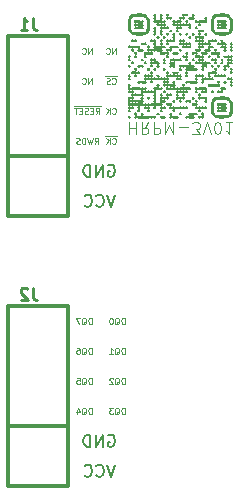
<source format=gbo>
%TF.GenerationSoftware,KiCad,Pcbnew,(6.0.10)*%
%TF.CreationDate,2023-02-16T13:15:27+00:00*%
%TF.ProjectId,hyperram-sm-x1,68797065-7272-4616-9d2d-736d2d78312e,1.0*%
%TF.SameCoordinates,Original*%
%TF.FileFunction,Legend,Bot*%
%TF.FilePolarity,Positive*%
%FSLAX46Y46*%
G04 Gerber Fmt 4.6, Leading zero omitted, Abs format (unit mm)*
G04 Created by KiCad (PCBNEW (6.0.10)) date 2023-02-16 13:15:27*
%MOMM*%
%LPD*%
G01*
G04 APERTURE LIST*
%ADD10C,0.125000*%
%ADD11C,0.100000*%
%ADD12C,0.254000*%
%ADD13C,0.150000*%
%ADD14C,0.304800*%
G04 APERTURE END LIST*
D10*
X43147000Y-45946000D02*
X42647000Y-45946000D01*
X42742238Y-46539571D02*
X42766047Y-46563380D01*
X42837476Y-46587190D01*
X42885095Y-46587190D01*
X42956523Y-46563380D01*
X43004142Y-46515761D01*
X43027952Y-46468142D01*
X43051761Y-46372904D01*
X43051761Y-46301476D01*
X43027952Y-46206238D01*
X43004142Y-46158619D01*
X42956523Y-46111000D01*
X42885095Y-46087190D01*
X42837476Y-46087190D01*
X42766047Y-46111000D01*
X42742238Y-46134809D01*
X42647000Y-45946000D02*
X42147000Y-45946000D01*
X42527952Y-46587190D02*
X42527952Y-46087190D01*
X42242238Y-46587190D02*
X42456523Y-46301476D01*
X42242238Y-46087190D02*
X42527952Y-46372904D01*
X40991952Y-61827190D02*
X40991952Y-61327190D01*
X40872904Y-61327190D01*
X40801476Y-61351000D01*
X40753857Y-61398619D01*
X40730047Y-61446238D01*
X40706238Y-61541476D01*
X40706238Y-61612904D01*
X40730047Y-61708142D01*
X40753857Y-61755761D01*
X40801476Y-61803380D01*
X40872904Y-61827190D01*
X40991952Y-61827190D01*
X40158619Y-61874809D02*
X40206238Y-61851000D01*
X40253857Y-61803380D01*
X40325285Y-61731952D01*
X40372904Y-61708142D01*
X40420523Y-61708142D01*
X40396714Y-61827190D02*
X40444333Y-61803380D01*
X40491952Y-61755761D01*
X40515761Y-61660523D01*
X40515761Y-61493857D01*
X40491952Y-61398619D01*
X40444333Y-61351000D01*
X40396714Y-61327190D01*
X40301476Y-61327190D01*
X40253857Y-61351000D01*
X40206238Y-61398619D01*
X40182428Y-61493857D01*
X40182428Y-61660523D01*
X40206238Y-61755761D01*
X40253857Y-61803380D01*
X40301476Y-61827190D01*
X40396714Y-61827190D01*
X40015761Y-61327190D02*
X39682428Y-61327190D01*
X39896714Y-61827190D01*
X43785952Y-61827190D02*
X43785952Y-61327190D01*
X43666904Y-61327190D01*
X43595476Y-61351000D01*
X43547857Y-61398619D01*
X43524047Y-61446238D01*
X43500238Y-61541476D01*
X43500238Y-61612904D01*
X43524047Y-61708142D01*
X43547857Y-61755761D01*
X43595476Y-61803380D01*
X43666904Y-61827190D01*
X43785952Y-61827190D01*
X42952619Y-61874809D02*
X43000238Y-61851000D01*
X43047857Y-61803380D01*
X43119285Y-61731952D01*
X43166904Y-61708142D01*
X43214523Y-61708142D01*
X43190714Y-61827190D02*
X43238333Y-61803380D01*
X43285952Y-61755761D01*
X43309761Y-61660523D01*
X43309761Y-61493857D01*
X43285952Y-61398619D01*
X43238333Y-61351000D01*
X43190714Y-61327190D01*
X43095476Y-61327190D01*
X43047857Y-61351000D01*
X43000238Y-61398619D01*
X42976428Y-61493857D01*
X42976428Y-61660523D01*
X43000238Y-61755761D01*
X43047857Y-61803380D01*
X43095476Y-61827190D01*
X43190714Y-61827190D01*
X42666904Y-61327190D02*
X42619285Y-61327190D01*
X42571666Y-61351000D01*
X42547857Y-61374809D01*
X42524047Y-61422428D01*
X42500238Y-61517666D01*
X42500238Y-61636714D01*
X42524047Y-61731952D01*
X42547857Y-61779571D01*
X42571666Y-61803380D01*
X42619285Y-61827190D01*
X42666904Y-61827190D01*
X42714523Y-61803380D01*
X42738333Y-61779571D01*
X42762142Y-61731952D01*
X42785952Y-61636714D01*
X42785952Y-61517666D01*
X42762142Y-61422428D01*
X42738333Y-61374809D01*
X42714523Y-61351000D01*
X42666904Y-61327190D01*
X43785952Y-64367190D02*
X43785952Y-63867190D01*
X43666904Y-63867190D01*
X43595476Y-63891000D01*
X43547857Y-63938619D01*
X43524047Y-63986238D01*
X43500238Y-64081476D01*
X43500238Y-64152904D01*
X43524047Y-64248142D01*
X43547857Y-64295761D01*
X43595476Y-64343380D01*
X43666904Y-64367190D01*
X43785952Y-64367190D01*
X42952619Y-64414809D02*
X43000238Y-64391000D01*
X43047857Y-64343380D01*
X43119285Y-64271952D01*
X43166904Y-64248142D01*
X43214523Y-64248142D01*
X43190714Y-64367190D02*
X43238333Y-64343380D01*
X43285952Y-64295761D01*
X43309761Y-64200523D01*
X43309761Y-64033857D01*
X43285952Y-63938619D01*
X43238333Y-63891000D01*
X43190714Y-63867190D01*
X43095476Y-63867190D01*
X43047857Y-63891000D01*
X43000238Y-63938619D01*
X42976428Y-64033857D01*
X42976428Y-64200523D01*
X43000238Y-64295761D01*
X43047857Y-64343380D01*
X43095476Y-64367190D01*
X43190714Y-64367190D01*
X42500238Y-64367190D02*
X42785952Y-64367190D01*
X42643095Y-64367190D02*
X42643095Y-63867190D01*
X42690714Y-63938619D01*
X42738333Y-63986238D01*
X42785952Y-64010047D01*
X40991952Y-66907190D02*
X40991952Y-66407190D01*
X40872904Y-66407190D01*
X40801476Y-66431000D01*
X40753857Y-66478619D01*
X40730047Y-66526238D01*
X40706238Y-66621476D01*
X40706238Y-66692904D01*
X40730047Y-66788142D01*
X40753857Y-66835761D01*
X40801476Y-66883380D01*
X40872904Y-66907190D01*
X40991952Y-66907190D01*
X40158619Y-66954809D02*
X40206238Y-66931000D01*
X40253857Y-66883380D01*
X40325285Y-66811952D01*
X40372904Y-66788142D01*
X40420523Y-66788142D01*
X40396714Y-66907190D02*
X40444333Y-66883380D01*
X40491952Y-66835761D01*
X40515761Y-66740523D01*
X40515761Y-66573857D01*
X40491952Y-66478619D01*
X40444333Y-66431000D01*
X40396714Y-66407190D01*
X40301476Y-66407190D01*
X40253857Y-66431000D01*
X40206238Y-66478619D01*
X40182428Y-66573857D01*
X40182428Y-66740523D01*
X40206238Y-66835761D01*
X40253857Y-66883380D01*
X40301476Y-66907190D01*
X40396714Y-66907190D01*
X39730047Y-66407190D02*
X39968142Y-66407190D01*
X39991952Y-66645285D01*
X39968142Y-66621476D01*
X39920523Y-66597666D01*
X39801476Y-66597666D01*
X39753857Y-66621476D01*
X39730047Y-66645285D01*
X39706238Y-66692904D01*
X39706238Y-66811952D01*
X39730047Y-66859571D01*
X39753857Y-66883380D01*
X39801476Y-66907190D01*
X39920523Y-66907190D01*
X39968142Y-66883380D01*
X39991952Y-66859571D01*
X43785952Y-66907190D02*
X43785952Y-66407190D01*
X43666904Y-66407190D01*
X43595476Y-66431000D01*
X43547857Y-66478619D01*
X43524047Y-66526238D01*
X43500238Y-66621476D01*
X43500238Y-66692904D01*
X43524047Y-66788142D01*
X43547857Y-66835761D01*
X43595476Y-66883380D01*
X43666904Y-66907190D01*
X43785952Y-66907190D01*
X42952619Y-66954809D02*
X43000238Y-66931000D01*
X43047857Y-66883380D01*
X43119285Y-66811952D01*
X43166904Y-66788142D01*
X43214523Y-66788142D01*
X43190714Y-66907190D02*
X43238333Y-66883380D01*
X43285952Y-66835761D01*
X43309761Y-66740523D01*
X43309761Y-66573857D01*
X43285952Y-66478619D01*
X43238333Y-66431000D01*
X43190714Y-66407190D01*
X43095476Y-66407190D01*
X43047857Y-66431000D01*
X43000238Y-66478619D01*
X42976428Y-66573857D01*
X42976428Y-66740523D01*
X43000238Y-66835761D01*
X43047857Y-66883380D01*
X43095476Y-66907190D01*
X43190714Y-66907190D01*
X42785952Y-66454809D02*
X42762142Y-66431000D01*
X42714523Y-66407190D01*
X42595476Y-66407190D01*
X42547857Y-66431000D01*
X42524047Y-66454809D01*
X42500238Y-66502428D01*
X42500238Y-66550047D01*
X42524047Y-66621476D01*
X42809761Y-66907190D01*
X42500238Y-66907190D01*
X42742238Y-43999571D02*
X42766047Y-44023380D01*
X42837476Y-44047190D01*
X42885095Y-44047190D01*
X42956523Y-44023380D01*
X43004142Y-43975761D01*
X43027952Y-43928142D01*
X43051761Y-43832904D01*
X43051761Y-43761476D01*
X43027952Y-43666238D01*
X43004142Y-43618619D01*
X42956523Y-43571000D01*
X42885095Y-43547190D01*
X42837476Y-43547190D01*
X42766047Y-43571000D01*
X42742238Y-43594809D01*
X42527952Y-44047190D02*
X42527952Y-43547190D01*
X42242238Y-44047190D02*
X42456523Y-43761476D01*
X42242238Y-43547190D02*
X42527952Y-43832904D01*
X40991952Y-64367190D02*
X40991952Y-63867190D01*
X40872904Y-63867190D01*
X40801476Y-63891000D01*
X40753857Y-63938619D01*
X40730047Y-63986238D01*
X40706238Y-64081476D01*
X40706238Y-64152904D01*
X40730047Y-64248142D01*
X40753857Y-64295761D01*
X40801476Y-64343380D01*
X40872904Y-64367190D01*
X40991952Y-64367190D01*
X40158619Y-64414809D02*
X40206238Y-64391000D01*
X40253857Y-64343380D01*
X40325285Y-64271952D01*
X40372904Y-64248142D01*
X40420523Y-64248142D01*
X40396714Y-64367190D02*
X40444333Y-64343380D01*
X40491952Y-64295761D01*
X40515761Y-64200523D01*
X40515761Y-64033857D01*
X40491952Y-63938619D01*
X40444333Y-63891000D01*
X40396714Y-63867190D01*
X40301476Y-63867190D01*
X40253857Y-63891000D01*
X40206238Y-63938619D01*
X40182428Y-64033857D01*
X40182428Y-64200523D01*
X40206238Y-64295761D01*
X40253857Y-64343380D01*
X40301476Y-64367190D01*
X40396714Y-64367190D01*
X39753857Y-63867190D02*
X39849095Y-63867190D01*
X39896714Y-63891000D01*
X39920523Y-63914809D01*
X39968142Y-63986238D01*
X39991952Y-64081476D01*
X39991952Y-64271952D01*
X39968142Y-64319571D01*
X39944333Y-64343380D01*
X39896714Y-64367190D01*
X39801476Y-64367190D01*
X39753857Y-64343380D01*
X39730047Y-64319571D01*
X39706238Y-64271952D01*
X39706238Y-64152904D01*
X39730047Y-64105285D01*
X39753857Y-64081476D01*
X39801476Y-64057666D01*
X39896714Y-64057666D01*
X39944333Y-64081476D01*
X39968142Y-64105285D01*
X39991952Y-64152904D01*
X41745952Y-43406000D02*
X41245952Y-43406000D01*
X41341190Y-44047190D02*
X41507857Y-43809095D01*
X41626904Y-44047190D02*
X41626904Y-43547190D01*
X41436428Y-43547190D01*
X41388809Y-43571000D01*
X41365000Y-43594809D01*
X41341190Y-43642428D01*
X41341190Y-43713857D01*
X41365000Y-43761476D01*
X41388809Y-43785285D01*
X41436428Y-43809095D01*
X41626904Y-43809095D01*
X41245952Y-43406000D02*
X40793571Y-43406000D01*
X41126904Y-43785285D02*
X40960238Y-43785285D01*
X40888809Y-44047190D02*
X41126904Y-44047190D01*
X41126904Y-43547190D01*
X40888809Y-43547190D01*
X40793571Y-43406000D02*
X40317380Y-43406000D01*
X40698333Y-44023380D02*
X40626904Y-44047190D01*
X40507857Y-44047190D01*
X40460238Y-44023380D01*
X40436428Y-43999571D01*
X40412619Y-43951952D01*
X40412619Y-43904333D01*
X40436428Y-43856714D01*
X40460238Y-43832904D01*
X40507857Y-43809095D01*
X40603095Y-43785285D01*
X40650714Y-43761476D01*
X40674523Y-43737666D01*
X40698333Y-43690047D01*
X40698333Y-43642428D01*
X40674523Y-43594809D01*
X40650714Y-43571000D01*
X40603095Y-43547190D01*
X40484047Y-43547190D01*
X40412619Y-43571000D01*
X40317380Y-43406000D02*
X39865000Y-43406000D01*
X40198333Y-43785285D02*
X40031666Y-43785285D01*
X39960238Y-44047190D02*
X40198333Y-44047190D01*
X40198333Y-43547190D01*
X39960238Y-43547190D01*
X39865000Y-43406000D02*
X39484047Y-43406000D01*
X39817380Y-43547190D02*
X39531666Y-43547190D01*
X39674523Y-44047190D02*
X39674523Y-43547190D01*
X43039857Y-38967190D02*
X43039857Y-38467190D01*
X42754142Y-38967190D01*
X42754142Y-38467190D01*
X42230333Y-38919571D02*
X42254142Y-38943380D01*
X42325571Y-38967190D01*
X42373190Y-38967190D01*
X42444619Y-38943380D01*
X42492238Y-38895761D01*
X42516047Y-38848142D01*
X42539857Y-38752904D01*
X42539857Y-38681476D01*
X42516047Y-38586238D01*
X42492238Y-38538619D01*
X42444619Y-38491000D01*
X42373190Y-38467190D01*
X42325571Y-38467190D01*
X42254142Y-38491000D01*
X42230333Y-38514809D01*
X40991952Y-69447190D02*
X40991952Y-68947190D01*
X40872904Y-68947190D01*
X40801476Y-68971000D01*
X40753857Y-69018619D01*
X40730047Y-69066238D01*
X40706238Y-69161476D01*
X40706238Y-69232904D01*
X40730047Y-69328142D01*
X40753857Y-69375761D01*
X40801476Y-69423380D01*
X40872904Y-69447190D01*
X40991952Y-69447190D01*
X40158619Y-69494809D02*
X40206238Y-69471000D01*
X40253857Y-69423380D01*
X40325285Y-69351952D01*
X40372904Y-69328142D01*
X40420523Y-69328142D01*
X40396714Y-69447190D02*
X40444333Y-69423380D01*
X40491952Y-69375761D01*
X40515761Y-69280523D01*
X40515761Y-69113857D01*
X40491952Y-69018619D01*
X40444333Y-68971000D01*
X40396714Y-68947190D01*
X40301476Y-68947190D01*
X40253857Y-68971000D01*
X40206238Y-69018619D01*
X40182428Y-69113857D01*
X40182428Y-69280523D01*
X40206238Y-69375761D01*
X40253857Y-69423380D01*
X40301476Y-69447190D01*
X40396714Y-69447190D01*
X39753857Y-69113857D02*
X39753857Y-69447190D01*
X39872904Y-68923380D02*
X39991952Y-69280523D01*
X39682428Y-69280523D01*
X43785952Y-69447190D02*
X43785952Y-68947190D01*
X43666904Y-68947190D01*
X43595476Y-68971000D01*
X43547857Y-69018619D01*
X43524047Y-69066238D01*
X43500238Y-69161476D01*
X43500238Y-69232904D01*
X43524047Y-69328142D01*
X43547857Y-69375761D01*
X43595476Y-69423380D01*
X43666904Y-69447190D01*
X43785952Y-69447190D01*
X42952619Y-69494809D02*
X43000238Y-69471000D01*
X43047857Y-69423380D01*
X43119285Y-69351952D01*
X43166904Y-69328142D01*
X43214523Y-69328142D01*
X43190714Y-69447190D02*
X43238333Y-69423380D01*
X43285952Y-69375761D01*
X43309761Y-69280523D01*
X43309761Y-69113857D01*
X43285952Y-69018619D01*
X43238333Y-68971000D01*
X43190714Y-68947190D01*
X43095476Y-68947190D01*
X43047857Y-68971000D01*
X43000238Y-69018619D01*
X42976428Y-69113857D01*
X42976428Y-69280523D01*
X43000238Y-69375761D01*
X43047857Y-69423380D01*
X43095476Y-69447190D01*
X43190714Y-69447190D01*
X42809761Y-68947190D02*
X42500238Y-68947190D01*
X42666904Y-69137666D01*
X42595476Y-69137666D01*
X42547857Y-69161476D01*
X42524047Y-69185285D01*
X42500238Y-69232904D01*
X42500238Y-69351952D01*
X42524047Y-69399571D01*
X42547857Y-69423380D01*
X42595476Y-69447190D01*
X42738333Y-69447190D01*
X42785952Y-69423380D01*
X42809761Y-69399571D01*
X41007857Y-41507190D02*
X41007857Y-41007190D01*
X40722142Y-41507190D01*
X40722142Y-41007190D01*
X40198333Y-41459571D02*
X40222142Y-41483380D01*
X40293571Y-41507190D01*
X40341190Y-41507190D01*
X40412619Y-41483380D01*
X40460238Y-41435761D01*
X40484047Y-41388142D01*
X40507857Y-41292904D01*
X40507857Y-41221476D01*
X40484047Y-41126238D01*
X40460238Y-41078619D01*
X40412619Y-41031000D01*
X40341190Y-41007190D01*
X40293571Y-41007190D01*
X40222142Y-41031000D01*
X40198333Y-41054809D01*
X41234047Y-46587190D02*
X41400714Y-46349095D01*
X41519761Y-46587190D02*
X41519761Y-46087190D01*
X41329285Y-46087190D01*
X41281666Y-46111000D01*
X41257857Y-46134809D01*
X41234047Y-46182428D01*
X41234047Y-46253857D01*
X41257857Y-46301476D01*
X41281666Y-46325285D01*
X41329285Y-46349095D01*
X41519761Y-46349095D01*
X41067380Y-46087190D02*
X40948333Y-46587190D01*
X40853095Y-46230047D01*
X40757857Y-46587190D01*
X40638809Y-46087190D01*
X40448333Y-46587190D02*
X40448333Y-46087190D01*
X40329285Y-46087190D01*
X40257857Y-46111000D01*
X40210238Y-46158619D01*
X40186428Y-46206238D01*
X40162619Y-46301476D01*
X40162619Y-46372904D01*
X40186428Y-46468142D01*
X40210238Y-46515761D01*
X40257857Y-46563380D01*
X40329285Y-46587190D01*
X40448333Y-46587190D01*
X39972142Y-46563380D02*
X39900714Y-46587190D01*
X39781666Y-46587190D01*
X39734047Y-46563380D01*
X39710238Y-46539571D01*
X39686428Y-46491952D01*
X39686428Y-46444333D01*
X39710238Y-46396714D01*
X39734047Y-46372904D01*
X39781666Y-46349095D01*
X39876904Y-46325285D01*
X39924523Y-46301476D01*
X39948333Y-46277666D01*
X39972142Y-46230047D01*
X39972142Y-46182428D01*
X39948333Y-46134809D01*
X39924523Y-46111000D01*
X39876904Y-46087190D01*
X39757857Y-46087190D01*
X39686428Y-46111000D01*
X43135095Y-40866000D02*
X42635095Y-40866000D01*
X42730333Y-41459571D02*
X42754142Y-41483380D01*
X42825571Y-41507190D01*
X42873190Y-41507190D01*
X42944619Y-41483380D01*
X42992238Y-41435761D01*
X43016047Y-41388142D01*
X43039857Y-41292904D01*
X43039857Y-41221476D01*
X43016047Y-41126238D01*
X42992238Y-41078619D01*
X42944619Y-41031000D01*
X42873190Y-41007190D01*
X42825571Y-41007190D01*
X42754142Y-41031000D01*
X42730333Y-41054809D01*
X42635095Y-40866000D02*
X42158904Y-40866000D01*
X42539857Y-41483380D02*
X42468428Y-41507190D01*
X42349380Y-41507190D01*
X42301761Y-41483380D01*
X42277952Y-41459571D01*
X42254142Y-41411952D01*
X42254142Y-41364333D01*
X42277952Y-41316714D01*
X42301761Y-41292904D01*
X42349380Y-41269095D01*
X42444619Y-41245285D01*
X42492238Y-41221476D01*
X42516047Y-41197666D01*
X42539857Y-41150047D01*
X42539857Y-41102428D01*
X42516047Y-41054809D01*
X42492238Y-41031000D01*
X42444619Y-41007190D01*
X42325571Y-41007190D01*
X42254142Y-41031000D01*
X41007857Y-38967190D02*
X41007857Y-38467190D01*
X40722142Y-38967190D01*
X40722142Y-38467190D01*
X40198333Y-38919571D02*
X40222142Y-38943380D01*
X40293571Y-38967190D01*
X40341190Y-38967190D01*
X40412619Y-38943380D01*
X40460238Y-38895761D01*
X40484047Y-38848142D01*
X40507857Y-38752904D01*
X40507857Y-38681476D01*
X40484047Y-38586238D01*
X40460238Y-38538619D01*
X40412619Y-38491000D01*
X40341190Y-38467190D01*
X40293571Y-38467190D01*
X40222142Y-38491000D01*
X40198333Y-38514809D01*
D11*
X44183666Y-44744619D02*
X44183666Y-45744619D01*
X44183666Y-45268428D02*
X44755095Y-45268428D01*
X44755095Y-44744619D02*
X44755095Y-45744619D01*
X45802714Y-44744619D02*
X45469380Y-45220809D01*
X45231285Y-44744619D02*
X45231285Y-45744619D01*
X45612238Y-45744619D01*
X45707476Y-45697000D01*
X45755095Y-45649380D01*
X45802714Y-45554142D01*
X45802714Y-45411285D01*
X45755095Y-45316047D01*
X45707476Y-45268428D01*
X45612238Y-45220809D01*
X45231285Y-45220809D01*
X46231285Y-44744619D02*
X46231285Y-45744619D01*
X46612238Y-45744619D01*
X46707476Y-45697000D01*
X46755095Y-45649380D01*
X46802714Y-45554142D01*
X46802714Y-45411285D01*
X46755095Y-45316047D01*
X46707476Y-45268428D01*
X46612238Y-45220809D01*
X46231285Y-45220809D01*
X47231285Y-44744619D02*
X47231285Y-45744619D01*
X47564619Y-45030333D01*
X47897952Y-45744619D01*
X47897952Y-44744619D01*
X48374142Y-45125571D02*
X49136047Y-45125571D01*
X49517000Y-45744619D02*
X50136047Y-45744619D01*
X49802714Y-45363666D01*
X49945571Y-45363666D01*
X50040809Y-45316047D01*
X50088428Y-45268428D01*
X50136047Y-45173190D01*
X50136047Y-44935095D01*
X50088428Y-44839857D01*
X50040809Y-44792238D01*
X49945571Y-44744619D01*
X49659857Y-44744619D01*
X49564619Y-44792238D01*
X49517000Y-44839857D01*
X50421761Y-45744619D02*
X50755095Y-44744619D01*
X51088428Y-45744619D01*
X51612238Y-45744619D02*
X51707476Y-45744619D01*
X51802714Y-45697000D01*
X51850333Y-45649380D01*
X51897952Y-45554142D01*
X51945571Y-45363666D01*
X51945571Y-45125571D01*
X51897952Y-44935095D01*
X51850333Y-44839857D01*
X51802714Y-44792238D01*
X51707476Y-44744619D01*
X51612238Y-44744619D01*
X51517000Y-44792238D01*
X51469380Y-44839857D01*
X51421761Y-44935095D01*
X51374142Y-45125571D01*
X51374142Y-45363666D01*
X51421761Y-45554142D01*
X51469380Y-45649380D01*
X51517000Y-45697000D01*
X51612238Y-45744619D01*
X52897952Y-44744619D02*
X52326523Y-44744619D01*
X52612238Y-44744619D02*
X52612238Y-45744619D01*
X52517000Y-45601761D01*
X52421761Y-45506523D01*
X52326523Y-45458904D01*
D12*
%TO.C,J2*%
X35986666Y-58767619D02*
X35986666Y-59493333D01*
X36035047Y-59638476D01*
X36131809Y-59735238D01*
X36276952Y-59783619D01*
X36373714Y-59783619D01*
X35551238Y-58864380D02*
X35502857Y-58816000D01*
X35406095Y-58767619D01*
X35164190Y-58767619D01*
X35067428Y-58816000D01*
X35019047Y-58864380D01*
X34970666Y-58961142D01*
X34970666Y-59057904D01*
X35019047Y-59203047D01*
X35599619Y-59783619D01*
X34970666Y-59783619D01*
D13*
X42392904Y-71270000D02*
X42488142Y-71222380D01*
X42631000Y-71222380D01*
X42773857Y-71270000D01*
X42869095Y-71365238D01*
X42916714Y-71460476D01*
X42964333Y-71650952D01*
X42964333Y-71793809D01*
X42916714Y-71984285D01*
X42869095Y-72079523D01*
X42773857Y-72174761D01*
X42631000Y-72222380D01*
X42535761Y-72222380D01*
X42392904Y-72174761D01*
X42345285Y-72127142D01*
X42345285Y-71793809D01*
X42535761Y-71793809D01*
X41916714Y-72222380D02*
X41916714Y-71222380D01*
X41345285Y-72222380D01*
X41345285Y-71222380D01*
X40869095Y-72222380D02*
X40869095Y-71222380D01*
X40631000Y-71222380D01*
X40488142Y-71270000D01*
X40392904Y-71365238D01*
X40345285Y-71460476D01*
X40297666Y-71650952D01*
X40297666Y-71793809D01*
X40345285Y-71984285D01*
X40392904Y-72079523D01*
X40488142Y-72174761D01*
X40631000Y-72222380D01*
X40869095Y-72222380D01*
X42964333Y-73762380D02*
X42631000Y-74762380D01*
X42297666Y-73762380D01*
X41392904Y-74667142D02*
X41440523Y-74714761D01*
X41583380Y-74762380D01*
X41678619Y-74762380D01*
X41821476Y-74714761D01*
X41916714Y-74619523D01*
X41964333Y-74524285D01*
X42011952Y-74333809D01*
X42011952Y-74190952D01*
X41964333Y-74000476D01*
X41916714Y-73905238D01*
X41821476Y-73810000D01*
X41678619Y-73762380D01*
X41583380Y-73762380D01*
X41440523Y-73810000D01*
X41392904Y-73857619D01*
X40392904Y-74667142D02*
X40440523Y-74714761D01*
X40583380Y-74762380D01*
X40678619Y-74762380D01*
X40821476Y-74714761D01*
X40916714Y-74619523D01*
X40964333Y-74524285D01*
X41011952Y-74333809D01*
X41011952Y-74190952D01*
X40964333Y-74000476D01*
X40916714Y-73905238D01*
X40821476Y-73810000D01*
X40678619Y-73762380D01*
X40583380Y-73762380D01*
X40440523Y-73810000D01*
X40392904Y-73857619D01*
D12*
%TO.C,J1*%
X35986666Y-35907619D02*
X35986666Y-36633333D01*
X36035047Y-36778476D01*
X36131809Y-36875238D01*
X36276952Y-36923619D01*
X36373714Y-36923619D01*
X34970666Y-36923619D02*
X35551238Y-36923619D01*
X35260952Y-36923619D02*
X35260952Y-35907619D01*
X35357714Y-36052761D01*
X35454476Y-36149523D01*
X35551238Y-36197904D01*
D13*
X42964333Y-50902380D02*
X42631000Y-51902380D01*
X42297666Y-50902380D01*
X41392904Y-51807142D02*
X41440523Y-51854761D01*
X41583380Y-51902380D01*
X41678619Y-51902380D01*
X41821476Y-51854761D01*
X41916714Y-51759523D01*
X41964333Y-51664285D01*
X42011952Y-51473809D01*
X42011952Y-51330952D01*
X41964333Y-51140476D01*
X41916714Y-51045238D01*
X41821476Y-50950000D01*
X41678619Y-50902380D01*
X41583380Y-50902380D01*
X41440523Y-50950000D01*
X41392904Y-50997619D01*
X40392904Y-51807142D02*
X40440523Y-51854761D01*
X40583380Y-51902380D01*
X40678619Y-51902380D01*
X40821476Y-51854761D01*
X40916714Y-51759523D01*
X40964333Y-51664285D01*
X41011952Y-51473809D01*
X41011952Y-51330952D01*
X40964333Y-51140476D01*
X40916714Y-51045238D01*
X40821476Y-50950000D01*
X40678619Y-50902380D01*
X40583380Y-50902380D01*
X40440523Y-50950000D01*
X40392904Y-50997619D01*
X42392904Y-48401000D02*
X42488142Y-48353380D01*
X42631000Y-48353380D01*
X42773857Y-48401000D01*
X42869095Y-48496238D01*
X42916714Y-48591476D01*
X42964333Y-48781952D01*
X42964333Y-48924809D01*
X42916714Y-49115285D01*
X42869095Y-49210523D01*
X42773857Y-49305761D01*
X42631000Y-49353380D01*
X42535761Y-49353380D01*
X42392904Y-49305761D01*
X42345285Y-49258142D01*
X42345285Y-48924809D01*
X42535761Y-48924809D01*
X41916714Y-49353380D02*
X41916714Y-48353380D01*
X41345285Y-49353380D01*
X41345285Y-48353380D01*
X40869095Y-49353380D02*
X40869095Y-48353380D01*
X40631000Y-48353380D01*
X40488142Y-48401000D01*
X40392904Y-48496238D01*
X40345285Y-48591476D01*
X40297666Y-48781952D01*
X40297666Y-48924809D01*
X40345285Y-49115285D01*
X40392904Y-49210523D01*
X40488142Y-49305761D01*
X40631000Y-49353380D01*
X40869095Y-49353380D01*
D14*
%TO.C,J2*%
X33870000Y-75580000D02*
X38950000Y-75580000D01*
X38950000Y-70500000D02*
X33870000Y-70500000D01*
X33870000Y-60340000D02*
X33870000Y-75580000D01*
X38950000Y-75580000D02*
X38950000Y-60340000D01*
X38950000Y-60340000D02*
X33870000Y-60340000D01*
%TO.C,J1*%
X33870000Y-52720000D02*
X38950000Y-52720000D01*
X38950000Y-37480000D02*
X33870000Y-37480000D01*
X33870000Y-37480000D02*
X33870000Y-52720000D01*
X38950000Y-47640000D02*
X33870000Y-47640000D01*
X38950000Y-52720000D02*
X38950000Y-37480000D01*
%TO.C,G\u002A\u002A\u002A*%
G36*
X44535432Y-37760543D02*
G01*
X44550376Y-37780838D01*
X44580922Y-37804539D01*
X44605537Y-37780701D01*
X44610989Y-37772016D01*
X44673223Y-37721510D01*
X44746183Y-37718509D01*
X44808552Y-37764694D01*
X44810029Y-37766805D01*
X44848309Y-37830830D01*
X44847932Y-37874373D01*
X44808960Y-37922212D01*
X44773781Y-37949706D01*
X44721033Y-37969392D01*
X44688390Y-37960494D01*
X44633107Y-37922212D01*
X44616271Y-37906142D01*
X44580253Y-37890732D01*
X44538747Y-37922212D01*
X44503568Y-37949706D01*
X44450821Y-37969392D01*
X44449172Y-37969363D01*
X44392106Y-37945487D01*
X44339157Y-37893946D01*
X44316174Y-37839647D01*
X44316890Y-37827629D01*
X44347151Y-37759355D01*
X44407175Y-37720540D01*
X44476692Y-37718499D01*
X44535432Y-37760543D01*
G37*
G36*
X51563871Y-40196609D02*
G01*
X51565214Y-40198529D01*
X51603588Y-40262637D01*
X51603328Y-40306172D01*
X51564539Y-40353867D01*
X51542662Y-40378151D01*
X51534170Y-40414693D01*
X51564539Y-40467775D01*
X51564620Y-40467890D01*
X51603466Y-40532408D01*
X51603439Y-40576153D01*
X51564539Y-40624080D01*
X51547013Y-40643012D01*
X51533613Y-40681657D01*
X51561632Y-40733836D01*
X51575984Y-40753358D01*
X51606419Y-40777069D01*
X51631069Y-40753041D01*
X51637021Y-40743655D01*
X51698631Y-40694365D01*
X51770786Y-40690025D01*
X51831177Y-40732883D01*
X51846121Y-40753179D01*
X51876667Y-40776880D01*
X51901282Y-40753041D01*
X51907234Y-40743655D01*
X51968844Y-40694365D01*
X52040999Y-40690025D01*
X52101389Y-40732883D01*
X52116333Y-40753179D01*
X52146879Y-40776880D01*
X52171495Y-40753041D01*
X52176946Y-40744356D01*
X52239180Y-40693851D01*
X52312141Y-40690850D01*
X52374510Y-40737034D01*
X52406524Y-40788291D01*
X52422097Y-40826174D01*
X52421155Y-40833079D01*
X52390924Y-40878438D01*
X52337432Y-40922158D01*
X52286991Y-40941732D01*
X52254348Y-40932834D01*
X52199065Y-40894552D01*
X52182229Y-40878482D01*
X52146210Y-40863073D01*
X52104705Y-40894552D01*
X52069526Y-40922046D01*
X52016778Y-40941732D01*
X51984135Y-40932834D01*
X51928852Y-40894552D01*
X51912016Y-40878482D01*
X51875998Y-40863073D01*
X51834492Y-40894552D01*
X51799313Y-40922046D01*
X51746565Y-40941732D01*
X51713922Y-40932834D01*
X51658639Y-40894552D01*
X51641803Y-40878482D01*
X51605785Y-40863073D01*
X51564279Y-40894552D01*
X51529100Y-40922046D01*
X51476353Y-40941732D01*
X51470187Y-40941283D01*
X51416049Y-40915956D01*
X51364321Y-40868422D01*
X51341246Y-40821949D01*
X51344552Y-40790826D01*
X51375248Y-40727694D01*
X51425179Y-40701543D01*
X51441118Y-40700148D01*
X51446644Y-40683222D01*
X51406450Y-40639856D01*
X51368185Y-40607105D01*
X51331556Y-40596463D01*
X51293562Y-40624844D01*
X51261575Y-40651248D01*
X51190287Y-40667761D01*
X51118214Y-40624340D01*
X51101649Y-40608521D01*
X51065497Y-40592861D01*
X51024113Y-40624080D01*
X51002236Y-40648364D01*
X50993745Y-40684906D01*
X51024113Y-40737987D01*
X51024194Y-40738102D01*
X51063041Y-40802621D01*
X51063014Y-40846366D01*
X51024113Y-40894292D01*
X51006588Y-40913225D01*
X50993188Y-40951870D01*
X51021206Y-41004049D01*
X51035559Y-41023571D01*
X51065994Y-41047281D01*
X51090644Y-41023254D01*
X51096095Y-41014569D01*
X51158329Y-40964063D01*
X51231290Y-40961063D01*
X51293659Y-41007247D01*
X51295135Y-41009358D01*
X51333416Y-41073384D01*
X51333038Y-41116926D01*
X51294066Y-41164765D01*
X51261486Y-41191651D01*
X51190198Y-41208171D01*
X51118214Y-41164765D01*
X51101377Y-41148695D01*
X51065359Y-41133286D01*
X51023853Y-41164765D01*
X50988675Y-41192259D01*
X50935927Y-41211945D01*
X50903284Y-41203047D01*
X50848001Y-41164765D01*
X50831165Y-41148695D01*
X50795147Y-41133286D01*
X50753641Y-41164765D01*
X50718462Y-41192259D01*
X50665714Y-41211945D01*
X50633071Y-41203047D01*
X50577788Y-41164765D01*
X50561223Y-41148946D01*
X50525072Y-41133286D01*
X50483688Y-41164505D01*
X50461811Y-41188790D01*
X50453319Y-41225331D01*
X50483688Y-41278413D01*
X50483903Y-41278721D01*
X50522656Y-41343155D01*
X50522512Y-41386906D01*
X50483428Y-41434978D01*
X50448249Y-41462472D01*
X50395502Y-41482158D01*
X50389336Y-41481709D01*
X50335198Y-41456381D01*
X50283470Y-41408847D01*
X50260395Y-41362374D01*
X50263701Y-41331252D01*
X50294397Y-41268119D01*
X50344328Y-41241969D01*
X50360315Y-41240600D01*
X50366053Y-41223862D01*
X50326104Y-41180752D01*
X50280329Y-41130602D01*
X50260395Y-41093137D01*
X50263708Y-41061491D01*
X50294316Y-40997955D01*
X50344328Y-40971756D01*
X50360267Y-40970361D01*
X50365792Y-40953435D01*
X50325599Y-40910069D01*
X50287334Y-40877318D01*
X50250705Y-40866676D01*
X50212710Y-40895057D01*
X50180724Y-40921461D01*
X50109436Y-40937974D01*
X50037362Y-40894552D01*
X50020798Y-40878733D01*
X49984646Y-40863074D01*
X49943262Y-40894292D01*
X49921385Y-40918577D01*
X49912894Y-40955118D01*
X49943262Y-41008200D01*
X49943343Y-41008315D01*
X49982190Y-41072834D01*
X49982163Y-41116578D01*
X49943262Y-41164505D01*
X49921385Y-41188790D01*
X49912894Y-41225331D01*
X49943262Y-41278413D01*
X49943478Y-41278721D01*
X49982231Y-41343155D01*
X49982086Y-41386906D01*
X49943002Y-41434978D01*
X49910422Y-41461863D01*
X49839135Y-41478384D01*
X49767150Y-41434978D01*
X49750314Y-41418908D01*
X49714296Y-41403498D01*
X49672790Y-41434978D01*
X49640209Y-41461863D01*
X49568922Y-41478384D01*
X49496937Y-41434978D01*
X49480101Y-41418908D01*
X49444083Y-41403498D01*
X49402577Y-41434978D01*
X49367398Y-41462472D01*
X49314651Y-41482158D01*
X49282007Y-41473259D01*
X49226724Y-41434978D01*
X49209888Y-41418908D01*
X49173870Y-41403498D01*
X49132364Y-41434978D01*
X49099784Y-41461863D01*
X49028496Y-41478384D01*
X48956511Y-41434978D01*
X48938658Y-41414649D01*
X48911290Y-41341160D01*
X48939326Y-41275841D01*
X49019368Y-41229790D01*
X49075679Y-41227188D01*
X49129049Y-41273309D01*
X49143993Y-41293604D01*
X49174539Y-41317305D01*
X49199154Y-41293467D01*
X49205106Y-41284081D01*
X49266717Y-41234791D01*
X49338871Y-41230451D01*
X49399262Y-41273309D01*
X49414206Y-41293604D01*
X49444752Y-41317305D01*
X49469367Y-41293467D01*
X49474975Y-41284561D01*
X49536986Y-41234467D01*
X49609668Y-41230975D01*
X49671335Y-41275964D01*
X49693808Y-41306206D01*
X49718882Y-41322227D01*
X49737146Y-41292189D01*
X49753747Y-41266484D01*
X49803902Y-41241969D01*
X49819890Y-41240600D01*
X49825628Y-41223862D01*
X49785678Y-41180752D01*
X49739903Y-41130602D01*
X49719970Y-41093137D01*
X49723283Y-41061491D01*
X49753890Y-40997955D01*
X49803902Y-40971756D01*
X49819890Y-40970388D01*
X49825628Y-40953650D01*
X49785678Y-40910539D01*
X49753638Y-40875556D01*
X49722586Y-40799690D01*
X49748540Y-40735142D01*
X49830006Y-40689365D01*
X49886317Y-40686762D01*
X49939687Y-40732883D01*
X49954631Y-40753179D01*
X49985177Y-40776880D01*
X50009793Y-40753041D01*
X50015744Y-40743655D01*
X50077355Y-40694365D01*
X50149509Y-40690025D01*
X50209900Y-40732883D01*
X50224844Y-40753179D01*
X50255390Y-40776880D01*
X50280005Y-40753041D01*
X50285457Y-40744356D01*
X50347691Y-40693851D01*
X50420651Y-40690850D01*
X50483020Y-40737034D01*
X50484363Y-40738954D01*
X50522737Y-40803063D01*
X50522477Y-40846598D01*
X50483688Y-40894292D01*
X50466162Y-40913225D01*
X50452762Y-40951870D01*
X50480780Y-41004049D01*
X50495133Y-41023571D01*
X50525568Y-41047281D01*
X50550218Y-41023254D01*
X50555826Y-41014348D01*
X50617837Y-40964255D01*
X50690519Y-40960762D01*
X50752186Y-41005752D01*
X50774659Y-41035993D01*
X50799733Y-41052014D01*
X50817997Y-41021977D01*
X50834598Y-40996271D01*
X50884753Y-40971756D01*
X50900741Y-40970388D01*
X50906479Y-40953650D01*
X50866529Y-40910539D01*
X50820754Y-40860389D01*
X50800821Y-40822924D01*
X50804134Y-40791279D01*
X50834742Y-40727742D01*
X50884753Y-40701543D01*
X50900741Y-40700175D01*
X50906479Y-40683437D01*
X50866529Y-40640326D01*
X50834489Y-40605343D01*
X50803437Y-40529477D01*
X50829391Y-40464929D01*
X50910857Y-40419152D01*
X50967168Y-40416549D01*
X51020538Y-40462671D01*
X51035482Y-40482966D01*
X51066028Y-40506667D01*
X51090644Y-40482828D01*
X51096252Y-40473923D01*
X51158263Y-40423829D01*
X51230945Y-40420337D01*
X51292611Y-40465326D01*
X51315085Y-40495568D01*
X51340159Y-40511589D01*
X51358423Y-40481551D01*
X51375024Y-40455846D01*
X51425179Y-40431331D01*
X51441166Y-40429962D01*
X51446904Y-40413224D01*
X51406955Y-40370114D01*
X51374915Y-40335130D01*
X51343863Y-40259264D01*
X51369817Y-40194716D01*
X51451283Y-40148939D01*
X51510952Y-40147797D01*
X51563871Y-40196609D01*
G37*
G36*
X50495133Y-38051230D02*
G01*
X50525568Y-38074941D01*
X50550218Y-38050914D01*
X50555826Y-38042008D01*
X50617837Y-37991914D01*
X50690519Y-37988422D01*
X50752186Y-38033411D01*
X50774659Y-38063653D01*
X50799733Y-38079674D01*
X50817997Y-38049636D01*
X50834598Y-38023931D01*
X50884753Y-37999416D01*
X50900741Y-37998047D01*
X50906479Y-37981309D01*
X50866529Y-37938199D01*
X50834489Y-37903215D01*
X50803437Y-37827349D01*
X50829391Y-37762802D01*
X50910857Y-37717025D01*
X50967168Y-37714422D01*
X51020538Y-37760543D01*
X51035482Y-37780838D01*
X51066028Y-37804539D01*
X51090644Y-37780701D01*
X51096595Y-37771315D01*
X51158206Y-37722025D01*
X51230360Y-37717685D01*
X51290751Y-37760543D01*
X51305695Y-37780838D01*
X51336241Y-37804539D01*
X51360857Y-37780701D01*
X51366308Y-37772016D01*
X51428542Y-37721510D01*
X51501502Y-37718509D01*
X51563871Y-37764694D01*
X51565348Y-37766805D01*
X51603629Y-37830830D01*
X51603251Y-37874373D01*
X51564279Y-37922212D01*
X51531699Y-37949097D01*
X51460411Y-37965618D01*
X51388426Y-37922212D01*
X51371590Y-37906142D01*
X51335572Y-37890732D01*
X51294066Y-37922212D01*
X51261486Y-37949097D01*
X51190198Y-37965618D01*
X51118214Y-37922212D01*
X51101649Y-37906393D01*
X51065497Y-37890733D01*
X51024113Y-37921952D01*
X51002236Y-37946236D01*
X50993745Y-37982778D01*
X51024113Y-38035860D01*
X51055469Y-38086088D01*
X51071033Y-38124046D01*
X51061675Y-38146071D01*
X51024113Y-38192165D01*
X51006588Y-38211097D01*
X50993188Y-38249742D01*
X51021206Y-38301922D01*
X51035559Y-38321443D01*
X51065994Y-38345154D01*
X51090644Y-38321126D01*
X51096095Y-38312441D01*
X51158329Y-38261936D01*
X51231290Y-38258935D01*
X51293659Y-38305119D01*
X51295135Y-38307230D01*
X51333416Y-38371256D01*
X51333038Y-38414798D01*
X51294066Y-38462638D01*
X51261486Y-38489523D01*
X51190198Y-38506044D01*
X51118214Y-38462638D01*
X51101649Y-38446818D01*
X51065497Y-38431159D01*
X51024113Y-38462378D01*
X51002236Y-38486662D01*
X50994086Y-38521735D01*
X50993745Y-38523204D01*
X51024113Y-38576285D01*
X51024329Y-38576593D01*
X51063082Y-38641027D01*
X51062937Y-38684778D01*
X51023853Y-38732850D01*
X50991273Y-38759736D01*
X50919986Y-38776256D01*
X50848001Y-38732850D01*
X50831436Y-38717031D01*
X50795285Y-38701372D01*
X50753901Y-38732590D01*
X50732023Y-38756875D01*
X50723532Y-38793416D01*
X50753901Y-38846498D01*
X50785256Y-38896726D01*
X50800821Y-38934684D01*
X50799878Y-38941589D01*
X50769648Y-38986949D01*
X50716156Y-39030669D01*
X50665714Y-39050243D01*
X50633071Y-39041345D01*
X50577788Y-39003063D01*
X50561223Y-38987244D01*
X50525072Y-38971584D01*
X50483688Y-39002803D01*
X50461811Y-39027087D01*
X50453319Y-39063629D01*
X50483688Y-39116711D01*
X50483768Y-39116826D01*
X50522615Y-39181345D01*
X50522588Y-39225089D01*
X50483688Y-39273016D01*
X50461811Y-39297300D01*
X50453710Y-39332158D01*
X50453319Y-39333842D01*
X50483688Y-39386924D01*
X50483768Y-39387039D01*
X50522615Y-39451557D01*
X50522588Y-39495302D01*
X50483688Y-39543229D01*
X50466162Y-39562161D01*
X50452762Y-39600806D01*
X50453602Y-39602371D01*
X50480780Y-39652985D01*
X50495133Y-39672507D01*
X50525568Y-39696218D01*
X50550218Y-39672190D01*
X50556170Y-39662804D01*
X50617780Y-39613514D01*
X50689935Y-39609174D01*
X50750326Y-39652032D01*
X50765270Y-39672328D01*
X50795815Y-39696029D01*
X50820431Y-39672190D01*
X50825883Y-39663505D01*
X50888116Y-39613000D01*
X50961077Y-39609999D01*
X51023446Y-39656183D01*
X51024922Y-39658294D01*
X51063203Y-39722320D01*
X51062825Y-39765862D01*
X51023853Y-39813701D01*
X50991273Y-39840587D01*
X50919986Y-39857107D01*
X50848001Y-39813701D01*
X50831436Y-39797882D01*
X50795285Y-39782223D01*
X50753901Y-39813441D01*
X50732023Y-39837726D01*
X50723923Y-39872584D01*
X50723532Y-39874267D01*
X50753901Y-39927349D01*
X50785256Y-39977577D01*
X50800821Y-40015536D01*
X50799878Y-40022440D01*
X50769648Y-40067800D01*
X50716156Y-40111520D01*
X50665714Y-40131094D01*
X50633071Y-40122196D01*
X50577788Y-40083914D01*
X50561223Y-40068095D01*
X50525072Y-40052435D01*
X50483688Y-40083654D01*
X50461811Y-40107939D01*
X50453319Y-40144480D01*
X50483688Y-40197562D01*
X50483903Y-40197870D01*
X50522656Y-40262304D01*
X50522512Y-40306055D01*
X50483428Y-40354127D01*
X50448249Y-40381621D01*
X50395502Y-40401307D01*
X50389336Y-40400858D01*
X50335198Y-40375530D01*
X50283470Y-40327996D01*
X50260395Y-40281523D01*
X50263701Y-40250401D01*
X50294397Y-40187268D01*
X50344328Y-40161118D01*
X50360315Y-40159749D01*
X50366053Y-40143011D01*
X50326104Y-40099901D01*
X50280329Y-40049751D01*
X50260395Y-40012286D01*
X50263708Y-39980640D01*
X50294316Y-39917104D01*
X50344328Y-39890905D01*
X50360267Y-39889510D01*
X50365609Y-39873146D01*
X50453056Y-39873146D01*
X50482641Y-39925854D01*
X50504550Y-39955375D01*
X50529511Y-39971386D01*
X50547785Y-39941126D01*
X50564385Y-39915420D01*
X50614541Y-39890905D01*
X50630480Y-39889510D01*
X50636005Y-39872584D01*
X50595812Y-39829218D01*
X50557865Y-39796721D01*
X50521083Y-39785809D01*
X50483183Y-39813946D01*
X50463041Y-39836110D01*
X50453056Y-39873146D01*
X50365609Y-39873146D01*
X50365792Y-39872584D01*
X50325599Y-39829218D01*
X50287334Y-39796466D01*
X50250705Y-39785824D01*
X50212710Y-39814206D01*
X50180724Y-39840610D01*
X50109436Y-39857123D01*
X50037362Y-39813701D01*
X50020526Y-39797631D01*
X49984508Y-39782222D01*
X49943002Y-39813701D01*
X49907824Y-39841195D01*
X49855076Y-39860881D01*
X49853427Y-39860853D01*
X49796361Y-39836976D01*
X49743412Y-39785435D01*
X49720429Y-39731136D01*
X49721083Y-39719551D01*
X49751203Y-39650376D01*
X49811497Y-39611836D01*
X49881699Y-39610938D01*
X49941547Y-39654688D01*
X49964021Y-39684929D01*
X49989095Y-39700950D01*
X50007359Y-39670913D01*
X50023960Y-39645208D01*
X50074115Y-39620692D01*
X50090103Y-39619324D01*
X50095722Y-39602933D01*
X50182843Y-39602933D01*
X50212428Y-39655641D01*
X50234337Y-39685162D01*
X50259298Y-39701174D01*
X50277572Y-39670913D01*
X50294173Y-39645208D01*
X50344328Y-39620692D01*
X50360267Y-39619297D01*
X50365792Y-39602371D01*
X50325599Y-39559005D01*
X50287652Y-39526509D01*
X50250871Y-39515596D01*
X50212970Y-39543733D01*
X50192829Y-39565897D01*
X50182843Y-39602933D01*
X50095722Y-39602933D01*
X50095841Y-39602586D01*
X50055891Y-39559475D01*
X50010116Y-39509325D01*
X49990182Y-39471860D01*
X49993496Y-39440215D01*
X50024103Y-39376678D01*
X50074115Y-39350480D01*
X50090054Y-39349084D01*
X50095396Y-39332721D01*
X50182843Y-39332721D01*
X50212428Y-39385428D01*
X50234337Y-39414950D01*
X50259298Y-39430961D01*
X50277572Y-39400700D01*
X50294173Y-39374995D01*
X50344328Y-39350480D01*
X50360267Y-39349084D01*
X50365792Y-39332158D01*
X50325599Y-39288792D01*
X50287652Y-39256296D01*
X50250871Y-39245383D01*
X50212970Y-39273521D01*
X50192829Y-39295684D01*
X50182843Y-39332721D01*
X50095396Y-39332721D01*
X50095580Y-39332158D01*
X50055386Y-39288792D01*
X50017121Y-39256041D01*
X49980493Y-39245399D01*
X49942498Y-39273781D01*
X49907953Y-39300771D01*
X49855076Y-39320456D01*
X49848910Y-39320006D01*
X49794773Y-39294679D01*
X49743045Y-39247145D01*
X49719970Y-39200672D01*
X49723275Y-39169550D01*
X49753971Y-39106417D01*
X49803902Y-39080267D01*
X49819841Y-39078871D01*
X49825367Y-39061946D01*
X49823917Y-39060381D01*
X49912337Y-39060381D01*
X49940355Y-39112560D01*
X49954708Y-39132081D01*
X49985142Y-39155792D01*
X50009793Y-39131765D01*
X50036691Y-39102680D01*
X50100219Y-39067975D01*
X50158564Y-39066353D01*
X50211760Y-39114262D01*
X50234234Y-39144504D01*
X50259308Y-39160525D01*
X50277572Y-39130487D01*
X50294173Y-39104782D01*
X50344328Y-39080267D01*
X50360315Y-39078898D01*
X50366053Y-39062160D01*
X50326104Y-39019050D01*
X50294064Y-38984066D01*
X50263012Y-38908200D01*
X50288966Y-38843653D01*
X50370432Y-38797876D01*
X50428913Y-38796183D01*
X50481973Y-38844049D01*
X50504447Y-38874291D01*
X50529520Y-38890312D01*
X50547785Y-38860274D01*
X50564385Y-38834569D01*
X50614541Y-38810054D01*
X50630528Y-38808686D01*
X50636266Y-38791947D01*
X50596317Y-38748837D01*
X50564277Y-38713854D01*
X50533224Y-38637988D01*
X50559178Y-38573440D01*
X50640644Y-38527663D01*
X50699126Y-38525970D01*
X50752186Y-38573837D01*
X50774659Y-38604078D01*
X50799733Y-38620099D01*
X50817997Y-38590062D01*
X50834598Y-38564357D01*
X50884753Y-38539841D01*
X50900741Y-38538473D01*
X50906479Y-38521735D01*
X50866529Y-38478624D01*
X50820754Y-38428474D01*
X50800821Y-38391009D01*
X50804134Y-38359364D01*
X50834742Y-38295827D01*
X50884753Y-38269628D01*
X50900692Y-38268233D01*
X50906218Y-38251307D01*
X50866025Y-38207941D01*
X50827760Y-38175190D01*
X50791131Y-38164548D01*
X50753136Y-38192930D01*
X50721150Y-38219333D01*
X50649862Y-38235846D01*
X50577788Y-38192425D01*
X50561223Y-38176606D01*
X50525072Y-38160946D01*
X50483688Y-38192165D01*
X50461811Y-38216449D01*
X50453710Y-38251307D01*
X50453319Y-38252991D01*
X50483688Y-38306073D01*
X50515043Y-38356301D01*
X50530608Y-38394259D01*
X50529665Y-38401164D01*
X50499435Y-38446523D01*
X50445943Y-38490243D01*
X50395502Y-38509818D01*
X50362859Y-38500919D01*
X50307575Y-38462638D01*
X50291010Y-38446818D01*
X50254859Y-38431159D01*
X50213475Y-38462378D01*
X50191598Y-38486662D01*
X50183107Y-38523204D01*
X50213475Y-38576285D01*
X50244830Y-38626513D01*
X50260395Y-38664472D01*
X50259453Y-38671377D01*
X50229222Y-38716736D01*
X50175730Y-38760456D01*
X50125289Y-38780030D01*
X50092646Y-38771132D01*
X50037362Y-38732850D01*
X50020798Y-38717031D01*
X49984646Y-38701372D01*
X49943262Y-38732590D01*
X49921385Y-38756875D01*
X49912894Y-38793416D01*
X49943262Y-38846498D01*
X49974617Y-38896726D01*
X49990182Y-38934684D01*
X49980824Y-38956709D01*
X49943262Y-39002803D01*
X49925737Y-39021736D01*
X49912337Y-39060381D01*
X49823917Y-39060381D01*
X49785174Y-39018580D01*
X49746909Y-38985828D01*
X49710280Y-38975186D01*
X49672285Y-39003568D01*
X49640299Y-39029972D01*
X49569011Y-39046484D01*
X49496937Y-39003063D01*
X49479083Y-38982734D01*
X49451715Y-38909245D01*
X49479752Y-38843927D01*
X49559793Y-38797876D01*
X49618274Y-38796183D01*
X49671335Y-38844049D01*
X49693808Y-38874291D01*
X49718882Y-38890312D01*
X49737146Y-38860274D01*
X49753747Y-38834569D01*
X49803902Y-38810054D01*
X49819890Y-38808686D01*
X49825628Y-38791947D01*
X49785678Y-38748837D01*
X49753638Y-38713854D01*
X49722586Y-38637988D01*
X49748540Y-38573440D01*
X49830006Y-38527663D01*
X49888487Y-38525970D01*
X49941547Y-38573837D01*
X49964021Y-38604078D01*
X49989095Y-38620099D01*
X50007359Y-38590062D01*
X50023960Y-38564357D01*
X50074115Y-38539841D01*
X50090103Y-38538473D01*
X50095841Y-38521735D01*
X50055891Y-38478624D01*
X50010116Y-38428474D01*
X49990182Y-38391009D01*
X49993496Y-38359364D01*
X50024103Y-38295827D01*
X50074115Y-38269628D01*
X50090103Y-38268260D01*
X50095722Y-38251870D01*
X50182843Y-38251870D01*
X50212428Y-38304577D01*
X50234337Y-38334098D01*
X50259298Y-38350110D01*
X50277572Y-38319849D01*
X50294173Y-38294144D01*
X50344328Y-38269628D01*
X50360267Y-38268233D01*
X50365792Y-38251307D01*
X50325599Y-38207941D01*
X50287652Y-38175445D01*
X50250871Y-38164532D01*
X50212970Y-38192670D01*
X50192829Y-38214833D01*
X50182843Y-38251870D01*
X50095722Y-38251870D01*
X50095841Y-38251522D01*
X50055891Y-38208412D01*
X50010116Y-38158262D01*
X49990182Y-38120796D01*
X49993496Y-38089151D01*
X50024103Y-38025615D01*
X50074115Y-37999416D01*
X50090054Y-37998020D01*
X50095397Y-37981657D01*
X50182843Y-37981657D01*
X50212428Y-38034364D01*
X50234337Y-38063886D01*
X50259298Y-38079897D01*
X50277572Y-38049636D01*
X50294173Y-38023931D01*
X50344328Y-37999416D01*
X50360267Y-37998020D01*
X50365792Y-37981095D01*
X50325599Y-37937729D01*
X50287652Y-37905232D01*
X50250871Y-37894320D01*
X50212970Y-37922457D01*
X50192829Y-37944620D01*
X50182843Y-37981657D01*
X50095397Y-37981657D01*
X50095580Y-37981095D01*
X50055386Y-37937729D01*
X50017121Y-37904977D01*
X49980493Y-37894335D01*
X49942498Y-37922717D01*
X49907953Y-37949707D01*
X49855076Y-37969392D01*
X49848910Y-37968943D01*
X49794773Y-37943615D01*
X49743045Y-37896081D01*
X49719970Y-37849608D01*
X49723275Y-37818486D01*
X49753971Y-37755354D01*
X49803902Y-37729203D01*
X49819890Y-37727834D01*
X49825509Y-37711444D01*
X49912631Y-37711444D01*
X49942215Y-37764152D01*
X49964124Y-37793673D01*
X49989086Y-37809684D01*
X50007359Y-37779423D01*
X50023960Y-37753718D01*
X50074115Y-37729203D01*
X50090054Y-37727807D01*
X50095397Y-37711444D01*
X50182843Y-37711444D01*
X50212428Y-37764152D01*
X50234337Y-37793673D01*
X50259298Y-37809684D01*
X50277572Y-37779423D01*
X50294173Y-37753718D01*
X50344328Y-37729203D01*
X50360267Y-37727807D01*
X50365792Y-37710882D01*
X50325599Y-37667516D01*
X50287652Y-37635019D01*
X50250871Y-37624107D01*
X50212970Y-37652244D01*
X50192829Y-37674408D01*
X50182995Y-37710882D01*
X50182843Y-37711444D01*
X50095397Y-37711444D01*
X50095580Y-37710882D01*
X50055386Y-37667516D01*
X50017439Y-37635019D01*
X49980658Y-37624107D01*
X49942758Y-37652244D01*
X49922616Y-37674408D01*
X49912631Y-37711444D01*
X49825509Y-37711444D01*
X49825628Y-37711096D01*
X49785678Y-37667986D01*
X49753638Y-37633002D01*
X49722586Y-37557137D01*
X49748540Y-37492589D01*
X49830006Y-37446812D01*
X49888487Y-37445119D01*
X49941547Y-37492986D01*
X49964021Y-37523227D01*
X49989095Y-37539248D01*
X50007359Y-37509211D01*
X50023960Y-37483505D01*
X50074115Y-37458990D01*
X50090103Y-37457622D01*
X50095841Y-37440884D01*
X50055891Y-37397773D01*
X50010116Y-37347623D01*
X49990182Y-37310158D01*
X49993496Y-37278513D01*
X50024103Y-37214976D01*
X50074115Y-37188777D01*
X50090103Y-37187409D01*
X50095841Y-37170671D01*
X50055891Y-37127561D01*
X50023851Y-37092577D01*
X49992799Y-37016711D01*
X50018753Y-36952163D01*
X50100219Y-36906386D01*
X50156530Y-36903783D01*
X50209900Y-36949905D01*
X50224844Y-36970200D01*
X50255390Y-36993901D01*
X50280005Y-36970062D01*
X50285457Y-36961377D01*
X50347691Y-36910872D01*
X50420651Y-36907871D01*
X50483020Y-36954056D01*
X50484497Y-36956167D01*
X50522778Y-37020192D01*
X50522400Y-37063734D01*
X50483428Y-37111574D01*
X50450848Y-37138459D01*
X50379560Y-37154980D01*
X50307575Y-37111574D01*
X50291010Y-37095755D01*
X50254859Y-37080095D01*
X50213475Y-37111314D01*
X50191598Y-37135598D01*
X50183107Y-37172140D01*
X50213475Y-37225221D01*
X50213556Y-37225336D01*
X50252402Y-37289855D01*
X50252376Y-37333600D01*
X50213475Y-37381527D01*
X50195949Y-37400459D01*
X50182550Y-37439104D01*
X50210568Y-37491283D01*
X50224920Y-37510805D01*
X50255355Y-37534515D01*
X50280005Y-37510488D01*
X50285457Y-37501803D01*
X50347691Y-37451297D01*
X50420651Y-37448297D01*
X50483020Y-37494481D01*
X50484363Y-37496401D01*
X50522737Y-37560510D01*
X50522477Y-37604045D01*
X50483688Y-37651739D01*
X50461811Y-37676024D01*
X50453710Y-37710882D01*
X50453319Y-37712565D01*
X50483688Y-37765647D01*
X50515043Y-37815875D01*
X50530608Y-37853833D01*
X50521250Y-37875858D01*
X50483688Y-37921952D01*
X50466162Y-37940885D01*
X50452762Y-37979529D01*
X50453603Y-37981095D01*
X50480780Y-38031709D01*
X50495133Y-38051230D01*
G37*
G36*
X44268127Y-39115758D02*
G01*
X44269470Y-39117677D01*
X44307844Y-39181786D01*
X44307584Y-39225321D01*
X44268794Y-39273016D01*
X44246917Y-39297300D01*
X44238426Y-39333842D01*
X44268794Y-39386924D01*
X44269010Y-39387231D01*
X44307763Y-39451666D01*
X44307618Y-39495417D01*
X44268534Y-39543489D01*
X44233356Y-39570982D01*
X44180608Y-39590669D01*
X44174442Y-39590219D01*
X44120305Y-39564892D01*
X44068576Y-39517358D01*
X44045502Y-39470885D01*
X44048807Y-39439762D01*
X44079503Y-39376630D01*
X44129434Y-39350480D01*
X44145422Y-39349111D01*
X44151160Y-39332373D01*
X44111210Y-39289263D01*
X44079170Y-39254279D01*
X44048118Y-39178413D01*
X44074072Y-39113865D01*
X44155538Y-39068088D01*
X44215207Y-39066946D01*
X44268127Y-39115758D01*
G37*
G36*
X46429829Y-36683843D02*
G01*
X46431172Y-36685763D01*
X46469546Y-36749871D01*
X46469286Y-36793406D01*
X46430496Y-36841101D01*
X46408619Y-36865385D01*
X46400128Y-36901927D01*
X46430496Y-36955009D01*
X46461851Y-37005237D01*
X46477416Y-37043195D01*
X46468058Y-37065220D01*
X46430496Y-37111314D01*
X46408619Y-37135598D01*
X46400128Y-37172140D01*
X46430496Y-37225221D01*
X46430712Y-37225529D01*
X46469465Y-37289964D01*
X46469320Y-37333715D01*
X46430236Y-37381786D01*
X46395058Y-37409280D01*
X46342310Y-37428967D01*
X46336144Y-37428517D01*
X46282007Y-37403190D01*
X46230279Y-37355656D01*
X46207204Y-37309183D01*
X46210509Y-37278060D01*
X46241205Y-37214928D01*
X46291136Y-37188777D01*
X46307124Y-37187409D01*
X46312862Y-37170671D01*
X46272912Y-37127561D01*
X46227137Y-37077410D01*
X46207204Y-37039945D01*
X46210517Y-37008300D01*
X46241125Y-36944764D01*
X46291136Y-36918565D01*
X46307124Y-36917196D01*
X46312862Y-36900458D01*
X46272912Y-36857348D01*
X46240872Y-36822364D01*
X46209820Y-36746498D01*
X46235774Y-36681951D01*
X46317240Y-36636173D01*
X46376909Y-36635031D01*
X46429829Y-36683843D01*
G37*
G36*
X51023446Y-39115758D02*
G01*
X51024922Y-39117869D01*
X51063203Y-39181894D01*
X51062825Y-39225437D01*
X51023853Y-39273276D01*
X50988675Y-39300770D01*
X50935927Y-39320456D01*
X50934278Y-39320427D01*
X50877212Y-39296551D01*
X50824264Y-39245010D01*
X50801280Y-39190711D01*
X50801304Y-39189410D01*
X50830656Y-39115677D01*
X50910857Y-39068088D01*
X50970526Y-39066946D01*
X51023446Y-39115758D01*
G37*
G36*
X51563871Y-38575332D02*
G01*
X51565214Y-38577252D01*
X51603588Y-38641361D01*
X51603328Y-38684896D01*
X51564539Y-38732590D01*
X51547013Y-38751523D01*
X51533613Y-38790168D01*
X51561632Y-38842347D01*
X51575984Y-38861869D01*
X51606419Y-38885579D01*
X51631069Y-38861552D01*
X51636521Y-38852867D01*
X51698754Y-38802361D01*
X51771715Y-38799360D01*
X51834084Y-38845545D01*
X51835427Y-38847465D01*
X51873801Y-38911573D01*
X51873541Y-38955108D01*
X51834752Y-39002803D01*
X51812875Y-39027087D01*
X51804383Y-39063629D01*
X51834752Y-39116711D01*
X51834967Y-39117018D01*
X51873720Y-39181453D01*
X51873576Y-39225204D01*
X51834492Y-39273276D01*
X51799313Y-39300770D01*
X51746565Y-39320456D01*
X51740400Y-39320006D01*
X51686262Y-39294679D01*
X51634534Y-39247145D01*
X51611459Y-39200672D01*
X51614765Y-39169550D01*
X51645461Y-39106417D01*
X51695392Y-39080267D01*
X51711331Y-39078871D01*
X51716856Y-39061946D01*
X51676663Y-39018580D01*
X51638398Y-38985828D01*
X51601769Y-38975186D01*
X51563774Y-39003568D01*
X51531788Y-39029972D01*
X51460500Y-39046484D01*
X51388426Y-39003063D01*
X51371590Y-38986993D01*
X51335572Y-38971583D01*
X51294066Y-39003063D01*
X51261486Y-39029949D01*
X51190198Y-39046469D01*
X51118214Y-39003063D01*
X51100360Y-38982734D01*
X51072992Y-38909245D01*
X51101029Y-38843927D01*
X51181070Y-38797876D01*
X51239551Y-38796183D01*
X51292611Y-38844049D01*
X51315085Y-38874291D01*
X51340159Y-38890312D01*
X51358423Y-38860274D01*
X51375024Y-38834569D01*
X51425179Y-38810054D01*
X51441166Y-38808686D01*
X51446904Y-38791947D01*
X51406955Y-38748837D01*
X51374915Y-38713854D01*
X51343863Y-38637988D01*
X51369817Y-38573440D01*
X51451283Y-38527663D01*
X51510952Y-38526521D01*
X51563871Y-38575332D01*
G37*
G36*
X45075858Y-39922245D02*
G01*
X45090802Y-39942540D01*
X45121347Y-39966241D01*
X45145963Y-39942403D01*
X45151415Y-39933718D01*
X45213648Y-39883212D01*
X45286609Y-39880211D01*
X45348978Y-39926396D01*
X45350454Y-39928507D01*
X45388735Y-39992532D01*
X45388357Y-40036075D01*
X45349385Y-40083914D01*
X45314207Y-40111408D01*
X45261459Y-40131094D01*
X45228816Y-40122196D01*
X45173533Y-40083914D01*
X45156697Y-40067844D01*
X45120679Y-40052434D01*
X45079173Y-40083914D01*
X45043994Y-40111408D01*
X44991246Y-40131094D01*
X44989597Y-40131065D01*
X44932531Y-40107189D01*
X44879583Y-40055648D01*
X44856600Y-40001349D01*
X44857315Y-39989331D01*
X44887576Y-39921057D01*
X44947600Y-39882242D01*
X45017117Y-39880201D01*
X45075858Y-39922245D01*
G37*
G36*
X44268127Y-39926396D02*
G01*
X44269603Y-39928507D01*
X44307884Y-39992532D01*
X44307506Y-40036075D01*
X44268534Y-40083914D01*
X44233356Y-40111408D01*
X44180608Y-40131094D01*
X44178959Y-40131065D01*
X44121893Y-40107189D01*
X44068944Y-40055648D01*
X44045961Y-40001349D01*
X44045985Y-40000048D01*
X44075337Y-39926316D01*
X44155538Y-39878727D01*
X44215207Y-39877584D01*
X44268127Y-39926396D01*
G37*
G36*
X50753233Y-35873204D02*
G01*
X50754576Y-35875124D01*
X50792950Y-35939233D01*
X50792690Y-35982768D01*
X50753901Y-36030463D01*
X50732023Y-36054747D01*
X50723532Y-36091289D01*
X50753901Y-36144370D01*
X50754116Y-36144678D01*
X50792869Y-36209113D01*
X50792725Y-36252863D01*
X50753641Y-36300935D01*
X50721061Y-36327821D01*
X50649773Y-36344341D01*
X50577788Y-36300935D01*
X50560952Y-36284865D01*
X50524934Y-36269456D01*
X50483428Y-36300935D01*
X50448249Y-36328429D01*
X50395502Y-36348115D01*
X50362859Y-36339217D01*
X50307575Y-36300935D01*
X50291010Y-36285116D01*
X50254859Y-36269457D01*
X50213475Y-36300675D01*
X50191598Y-36324960D01*
X50183107Y-36361501D01*
X50213475Y-36414583D01*
X50213691Y-36414891D01*
X50252444Y-36479325D01*
X50252299Y-36523076D01*
X50213215Y-36571148D01*
X50178036Y-36598642D01*
X50125289Y-36618328D01*
X50119123Y-36617879D01*
X50064986Y-36592551D01*
X50013257Y-36545017D01*
X49990182Y-36498545D01*
X49993488Y-36467422D01*
X50024184Y-36404290D01*
X50074115Y-36378139D01*
X50090054Y-36376744D01*
X50095580Y-36359818D01*
X50055386Y-36316452D01*
X50017121Y-36283700D01*
X49980493Y-36273059D01*
X49942498Y-36301440D01*
X49910512Y-36327844D01*
X49839223Y-36344357D01*
X49767150Y-36300935D01*
X49749296Y-36280606D01*
X49721928Y-36207117D01*
X49749965Y-36141799D01*
X49830006Y-36095748D01*
X49886317Y-36093145D01*
X49939687Y-36139266D01*
X49954631Y-36159562D01*
X49985177Y-36183263D01*
X50009793Y-36159424D01*
X50015744Y-36150038D01*
X50077355Y-36100748D01*
X50149509Y-36096408D01*
X50209900Y-36139266D01*
X50224844Y-36159562D01*
X50255390Y-36183263D01*
X50280005Y-36159424D01*
X50285614Y-36150519D01*
X50347625Y-36100425D01*
X50420307Y-36096933D01*
X50481973Y-36141922D01*
X50504447Y-36172163D01*
X50529520Y-36188184D01*
X50547785Y-36158147D01*
X50564385Y-36132442D01*
X50614541Y-36107926D01*
X50630528Y-36106558D01*
X50636266Y-36089820D01*
X50596317Y-36046709D01*
X50564277Y-36011726D01*
X50533224Y-35935860D01*
X50559178Y-35871312D01*
X50640644Y-35825535D01*
X50700313Y-35824393D01*
X50753233Y-35873204D01*
G37*
G36*
X52375177Y-43710328D02*
G01*
X52375393Y-43710635D01*
X52414146Y-43775070D01*
X52414001Y-43818821D01*
X52374917Y-43866893D01*
X52339739Y-43894387D01*
X52286991Y-43914073D01*
X52254348Y-43905174D01*
X52199065Y-43866893D01*
X52182229Y-43850823D01*
X52146210Y-43835413D01*
X52104705Y-43866893D01*
X52069526Y-43894387D01*
X52016778Y-43914073D01*
X51984135Y-43905174D01*
X51928852Y-43866893D01*
X51912016Y-43850823D01*
X51875998Y-43835413D01*
X51834492Y-43866893D01*
X51799313Y-43894387D01*
X51746565Y-43914073D01*
X51740400Y-43913623D01*
X51686262Y-43888296D01*
X51634534Y-43840762D01*
X51611459Y-43794289D01*
X51614765Y-43763167D01*
X51645461Y-43700034D01*
X51695392Y-43673884D01*
X51711379Y-43672515D01*
X51716998Y-43656125D01*
X51804120Y-43656125D01*
X51833704Y-43708832D01*
X51855613Y-43738354D01*
X51880575Y-43754365D01*
X51898848Y-43724104D01*
X51915449Y-43698399D01*
X51965604Y-43673884D01*
X51981543Y-43672488D01*
X51986886Y-43656125D01*
X52074333Y-43656125D01*
X52103917Y-43708832D01*
X52125826Y-43738354D01*
X52150788Y-43754365D01*
X52169061Y-43724104D01*
X52185662Y-43698399D01*
X52235817Y-43673884D01*
X52251756Y-43672488D01*
X52257282Y-43655563D01*
X52217088Y-43612197D01*
X52179141Y-43579700D01*
X52142360Y-43568788D01*
X52104460Y-43596925D01*
X52084318Y-43619089D01*
X52074485Y-43655563D01*
X52074333Y-43656125D01*
X51986886Y-43656125D01*
X51987069Y-43655563D01*
X51946876Y-43612197D01*
X51908928Y-43579700D01*
X51872147Y-43568788D01*
X51834247Y-43596925D01*
X51814105Y-43619089D01*
X51804120Y-43656125D01*
X51716998Y-43656125D01*
X51717117Y-43655777D01*
X51677168Y-43612667D01*
X51631393Y-43562517D01*
X51611459Y-43525052D01*
X51614772Y-43493406D01*
X51645380Y-43429870D01*
X51695392Y-43403671D01*
X51711379Y-43402303D01*
X51716998Y-43385912D01*
X51804120Y-43385912D01*
X51833704Y-43438620D01*
X51855613Y-43468141D01*
X51880575Y-43484152D01*
X51898848Y-43453892D01*
X51915449Y-43428186D01*
X51965604Y-43403671D01*
X51981543Y-43402276D01*
X51986886Y-43385912D01*
X52074333Y-43385912D01*
X52103917Y-43438620D01*
X52125826Y-43468141D01*
X52150788Y-43484152D01*
X52169061Y-43453892D01*
X52185662Y-43428186D01*
X52235817Y-43403671D01*
X52251756Y-43402276D01*
X52257282Y-43385350D01*
X52217088Y-43341984D01*
X52179141Y-43309487D01*
X52142360Y-43298575D01*
X52104460Y-43326712D01*
X52084318Y-43348876D01*
X52074485Y-43385350D01*
X52074333Y-43385912D01*
X51986886Y-43385912D01*
X51987069Y-43385350D01*
X51946876Y-43341984D01*
X51908928Y-43309487D01*
X51872147Y-43298575D01*
X51834247Y-43326712D01*
X51814105Y-43348876D01*
X51804120Y-43385912D01*
X51716998Y-43385912D01*
X51717117Y-43385564D01*
X51677168Y-43342454D01*
X51645128Y-43307471D01*
X51614076Y-43231605D01*
X51640029Y-43167057D01*
X51721495Y-43121280D01*
X51777806Y-43118677D01*
X51831177Y-43164798D01*
X51846121Y-43185094D01*
X51876667Y-43208795D01*
X51901282Y-43184956D01*
X51907234Y-43175570D01*
X51968844Y-43126280D01*
X52040999Y-43121940D01*
X52101389Y-43164798D01*
X52116333Y-43185094D01*
X52146879Y-43208795D01*
X52171495Y-43184956D01*
X52176946Y-43176271D01*
X52239180Y-43125766D01*
X52312141Y-43122765D01*
X52374510Y-43168949D01*
X52375853Y-43170869D01*
X52414227Y-43234978D01*
X52413967Y-43278513D01*
X52375177Y-43326207D01*
X52353300Y-43350492D01*
X52345200Y-43385350D01*
X52344809Y-43387033D01*
X52375177Y-43440115D01*
X52375258Y-43440230D01*
X52414105Y-43504749D01*
X52414078Y-43548493D01*
X52375177Y-43596420D01*
X52353300Y-43620705D01*
X52345200Y-43655563D01*
X52344809Y-43657246D01*
X52375177Y-43710328D01*
G37*
G36*
X47780893Y-36954056D02*
G01*
X47782369Y-36956167D01*
X47820650Y-37020192D01*
X47820272Y-37063734D01*
X47781300Y-37111574D01*
X47746122Y-37139067D01*
X47693374Y-37158754D01*
X47691725Y-37158725D01*
X47634659Y-37134849D01*
X47581710Y-37083308D01*
X47558727Y-37029009D01*
X47558751Y-37027708D01*
X47588103Y-36953975D01*
X47668304Y-36906386D01*
X47727973Y-36905244D01*
X47780893Y-36954056D01*
G37*
G36*
X52914935Y-40196609D02*
G01*
X52916278Y-40198529D01*
X52954652Y-40262637D01*
X52954392Y-40306172D01*
X52915603Y-40353867D01*
X52893726Y-40378151D01*
X52885234Y-40414693D01*
X52915603Y-40467775D01*
X52915818Y-40468082D01*
X52954571Y-40532517D01*
X52954427Y-40576268D01*
X52915343Y-40624340D01*
X52880164Y-40651833D01*
X52827416Y-40671520D01*
X52821251Y-40671070D01*
X52767113Y-40645743D01*
X52715385Y-40598209D01*
X52692310Y-40551736D01*
X52695616Y-40520613D01*
X52726312Y-40457481D01*
X52776243Y-40431331D01*
X52792230Y-40429962D01*
X52797968Y-40413224D01*
X52758019Y-40370114D01*
X52725979Y-40335130D01*
X52694927Y-40259264D01*
X52720880Y-40194716D01*
X52802347Y-40148939D01*
X52862016Y-40147797D01*
X52914935Y-40196609D01*
G37*
G36*
X49942595Y-36683843D02*
G01*
X49944071Y-36685954D01*
X49982352Y-36749979D01*
X49981974Y-36793522D01*
X49943002Y-36841361D01*
X49907824Y-36868855D01*
X49855076Y-36888541D01*
X49853427Y-36888512D01*
X49796361Y-36864636D01*
X49743412Y-36813095D01*
X49720429Y-36758796D01*
X49720453Y-36757495D01*
X49749805Y-36683762D01*
X49830006Y-36636173D01*
X49889675Y-36635031D01*
X49942595Y-36683843D01*
G37*
G36*
X47240467Y-37494481D02*
G01*
X47241944Y-37496592D01*
X47280224Y-37560618D01*
X47279847Y-37604160D01*
X47240875Y-37651999D01*
X47205696Y-37679493D01*
X47152948Y-37699179D01*
X47151300Y-37699151D01*
X47094233Y-37675274D01*
X47041285Y-37623733D01*
X47018302Y-37569434D01*
X47018325Y-37568133D01*
X47047677Y-37494401D01*
X47127878Y-37446812D01*
X47187547Y-37445669D01*
X47240467Y-37494481D01*
G37*
G36*
X47240467Y-42088098D02*
G01*
X47241944Y-42090209D01*
X47280224Y-42154235D01*
X47279847Y-42197777D01*
X47240875Y-42245616D01*
X47205696Y-42273110D01*
X47152948Y-42292796D01*
X47151300Y-42292768D01*
X47094233Y-42268891D01*
X47041285Y-42217350D01*
X47018302Y-42163051D01*
X47018325Y-42161750D01*
X47047677Y-42088018D01*
X47127878Y-42040429D01*
X47187547Y-42039287D01*
X47240467Y-42088098D01*
G37*
G36*
X49672382Y-37224268D02*
G01*
X49673859Y-37226379D01*
X49712139Y-37290405D01*
X49711762Y-37333947D01*
X49672790Y-37381786D01*
X49637611Y-37409280D01*
X49584863Y-37428967D01*
X49583214Y-37428938D01*
X49526148Y-37405061D01*
X49473200Y-37353520D01*
X49450217Y-37299221D01*
X49450240Y-37297920D01*
X49479592Y-37224188D01*
X49559793Y-37176599D01*
X49619462Y-37175457D01*
X49672382Y-37224268D01*
G37*
G36*
X50483020Y-43979587D02*
G01*
X50484363Y-43981507D01*
X50522737Y-44045616D01*
X50522477Y-44089151D01*
X50483688Y-44136846D01*
X50461811Y-44161130D01*
X50453319Y-44197672D01*
X50483688Y-44250753D01*
X50483903Y-44251061D01*
X50522656Y-44315496D01*
X50522512Y-44359246D01*
X50483428Y-44407318D01*
X50448249Y-44434812D01*
X50395502Y-44454498D01*
X50362859Y-44445600D01*
X50307575Y-44407318D01*
X50290739Y-44391248D01*
X50254721Y-44375839D01*
X50213215Y-44407318D01*
X50178036Y-44434812D01*
X50125289Y-44454498D01*
X50123640Y-44454470D01*
X50066574Y-44430593D01*
X50013625Y-44379052D01*
X49990642Y-44324753D01*
X49991296Y-44313168D01*
X50021416Y-44243993D01*
X50081709Y-44205453D01*
X50151912Y-44204555D01*
X50211760Y-44248305D01*
X50234234Y-44278546D01*
X50259308Y-44294567D01*
X50277572Y-44264530D01*
X50294173Y-44238825D01*
X50344328Y-44214309D01*
X50360315Y-44212941D01*
X50366053Y-44196203D01*
X50326104Y-44153092D01*
X50294064Y-44118109D01*
X50263012Y-44042243D01*
X50288966Y-43977695D01*
X50370432Y-43931918D01*
X50430101Y-43930776D01*
X50483020Y-43979587D01*
G37*
G36*
X45348978Y-43979587D02*
G01*
X45350321Y-43981507D01*
X45388695Y-44045616D01*
X45388435Y-44089151D01*
X45349645Y-44136846D01*
X45332120Y-44155778D01*
X45318720Y-44194423D01*
X45346738Y-44246602D01*
X45361091Y-44266124D01*
X45391525Y-44289835D01*
X45416176Y-44265807D01*
X45422127Y-44256421D01*
X45483738Y-44207131D01*
X45555892Y-44202791D01*
X45616283Y-44245649D01*
X45631227Y-44265945D01*
X45661773Y-44289646D01*
X45686388Y-44265807D01*
X45692340Y-44256421D01*
X45753951Y-44207131D01*
X45826105Y-44202791D01*
X45886496Y-44245649D01*
X45901440Y-44265945D01*
X45931986Y-44289646D01*
X45956601Y-44265807D01*
X45962553Y-44256421D01*
X46024163Y-44207131D01*
X46096318Y-44202791D01*
X46156709Y-44245649D01*
X46171653Y-44265945D01*
X46202198Y-44289646D01*
X46226814Y-44265807D01*
X46232266Y-44257122D01*
X46294499Y-44206617D01*
X46367460Y-44203616D01*
X46429829Y-44249800D01*
X46431305Y-44251911D01*
X46469586Y-44315937D01*
X46469208Y-44359479D01*
X46430236Y-44407318D01*
X46395058Y-44434812D01*
X46342310Y-44454498D01*
X46309667Y-44445600D01*
X46254384Y-44407318D01*
X46237548Y-44391248D01*
X46201530Y-44375839D01*
X46160024Y-44407318D01*
X46124845Y-44434812D01*
X46072097Y-44454498D01*
X46039454Y-44445600D01*
X45984171Y-44407318D01*
X45967335Y-44391248D01*
X45931317Y-44375839D01*
X45889811Y-44407318D01*
X45854632Y-44434812D01*
X45801885Y-44454498D01*
X45769241Y-44445600D01*
X45713958Y-44407318D01*
X45697122Y-44391248D01*
X45661104Y-44375839D01*
X45619598Y-44407318D01*
X45584419Y-44434812D01*
X45531672Y-44454498D01*
X45499029Y-44445600D01*
X45443745Y-44407318D01*
X45426909Y-44391248D01*
X45390891Y-44375839D01*
X45349385Y-44407318D01*
X45314207Y-44434812D01*
X45261459Y-44454498D01*
X45228816Y-44445600D01*
X45173533Y-44407318D01*
X45156697Y-44391248D01*
X45120679Y-44375839D01*
X45079173Y-44407318D01*
X45043994Y-44434812D01*
X44991246Y-44454498D01*
X44958603Y-44445600D01*
X44903320Y-44407318D01*
X44886484Y-44391248D01*
X44850466Y-44375839D01*
X44808960Y-44407318D01*
X44773781Y-44434812D01*
X44721033Y-44454498D01*
X44714868Y-44454049D01*
X44660730Y-44428722D01*
X44609002Y-44381188D01*
X44585927Y-44334715D01*
X44589233Y-44303592D01*
X44619929Y-44240460D01*
X44669860Y-44214309D01*
X44685847Y-44212941D01*
X44691585Y-44196203D01*
X44651636Y-44153092D01*
X44619596Y-44118109D01*
X44588544Y-44042243D01*
X44614497Y-43977695D01*
X44695964Y-43931918D01*
X44755633Y-43930776D01*
X44808552Y-43979587D01*
X44809895Y-43981507D01*
X44848269Y-44045616D01*
X44848009Y-44089151D01*
X44809220Y-44136846D01*
X44791694Y-44155778D01*
X44778294Y-44194423D01*
X44806312Y-44246602D01*
X44820665Y-44266124D01*
X44851100Y-44289835D01*
X44875750Y-44265807D01*
X44881358Y-44256902D01*
X44943369Y-44206808D01*
X45016051Y-44203316D01*
X45077718Y-44248305D01*
X45100191Y-44278546D01*
X45125265Y-44294567D01*
X45143529Y-44264530D01*
X45160130Y-44238825D01*
X45210285Y-44214309D01*
X45226273Y-44212941D01*
X45232011Y-44196203D01*
X45192061Y-44153092D01*
X45160021Y-44118109D01*
X45128969Y-44042243D01*
X45154923Y-43977695D01*
X45236389Y-43931918D01*
X45296058Y-43930776D01*
X45348978Y-43979587D01*
G37*
G36*
X45889403Y-42628524D02*
G01*
X45890880Y-42630635D01*
X45929161Y-42694660D01*
X45928783Y-42738203D01*
X45889811Y-42786042D01*
X45854632Y-42813536D01*
X45801885Y-42833222D01*
X45800236Y-42833193D01*
X45743169Y-42809317D01*
X45690221Y-42757776D01*
X45667238Y-42703477D01*
X45667262Y-42702176D01*
X45696613Y-42628443D01*
X45776815Y-42580854D01*
X45836484Y-42579712D01*
X45889403Y-42628524D01*
G37*
G36*
X46700042Y-37494481D02*
G01*
X46701518Y-37496592D01*
X46739799Y-37560618D01*
X46739421Y-37604160D01*
X46700449Y-37651999D01*
X46665270Y-37679493D01*
X46612523Y-37699179D01*
X46610874Y-37699151D01*
X46553808Y-37675274D01*
X46500859Y-37623733D01*
X46477876Y-37569434D01*
X46477900Y-37568133D01*
X46507252Y-37494401D01*
X46587453Y-37446812D01*
X46647122Y-37445669D01*
X46700042Y-37494481D01*
G37*
G36*
X46441942Y-43185273D02*
G01*
X46472377Y-43208983D01*
X46497027Y-43184956D01*
X46502635Y-43176051D01*
X46564646Y-43125957D01*
X46637328Y-43122465D01*
X46698994Y-43167454D01*
X46721468Y-43197695D01*
X46746542Y-43213716D01*
X46764806Y-43183679D01*
X46781407Y-43157974D01*
X46831562Y-43133458D01*
X46847549Y-43132090D01*
X46853287Y-43115352D01*
X46813338Y-43072241D01*
X46767563Y-43022091D01*
X46747629Y-42984626D01*
X46750942Y-42952981D01*
X46781550Y-42889444D01*
X46831562Y-42863245D01*
X46847549Y-42861877D01*
X46853168Y-42845487D01*
X46940290Y-42845487D01*
X46969875Y-42898194D01*
X46991784Y-42927715D01*
X47016745Y-42943727D01*
X47035019Y-42913466D01*
X47051619Y-42887761D01*
X47101775Y-42863245D01*
X47117714Y-42861850D01*
X47123239Y-42844924D01*
X47083046Y-42801558D01*
X47045099Y-42769062D01*
X47008317Y-42758149D01*
X46970417Y-42786287D01*
X46950275Y-42808450D01*
X46940290Y-42845487D01*
X46853168Y-42845487D01*
X46853287Y-42845139D01*
X46813338Y-42802029D01*
X46767563Y-42751879D01*
X46747629Y-42714413D01*
X46750942Y-42682768D01*
X46781550Y-42619232D01*
X46831562Y-42593033D01*
X46847549Y-42591664D01*
X46853287Y-42574926D01*
X46813338Y-42531816D01*
X46781298Y-42496832D01*
X46750246Y-42420966D01*
X46776200Y-42356419D01*
X46857666Y-42310642D01*
X46917335Y-42309499D01*
X46970254Y-42358311D01*
X46971597Y-42360231D01*
X47009971Y-42424339D01*
X47009711Y-42467874D01*
X46970922Y-42515569D01*
X46953396Y-42534502D01*
X46939996Y-42573146D01*
X46968015Y-42625326D01*
X46982367Y-42644847D01*
X47012802Y-42668558D01*
X47037452Y-42644531D01*
X47043060Y-42635625D01*
X47105071Y-42585531D01*
X47177754Y-42582039D01*
X47239420Y-42627028D01*
X47261894Y-42657270D01*
X47286967Y-42673291D01*
X47305231Y-42643253D01*
X47321832Y-42617548D01*
X47371987Y-42593033D01*
X47387975Y-42591664D01*
X47393713Y-42574926D01*
X47353763Y-42531816D01*
X47321723Y-42496832D01*
X47290671Y-42420966D01*
X47316625Y-42356419D01*
X47398091Y-42310642D01*
X47454402Y-42308039D01*
X47507772Y-42354160D01*
X47522716Y-42374455D01*
X47553262Y-42398156D01*
X47577878Y-42374318D01*
X47583329Y-42365633D01*
X47645563Y-42315127D01*
X47718524Y-42312126D01*
X47780893Y-42358311D01*
X47812907Y-42409567D01*
X47828480Y-42447450D01*
X47827538Y-42454355D01*
X47797307Y-42499715D01*
X47743815Y-42543434D01*
X47693374Y-42563009D01*
X47660731Y-42554111D01*
X47605448Y-42515829D01*
X47588883Y-42500010D01*
X47552732Y-42484350D01*
X47511348Y-42515569D01*
X47489470Y-42539853D01*
X47480979Y-42576395D01*
X47511348Y-42629477D01*
X47542703Y-42679705D01*
X47558268Y-42717663D01*
X47557325Y-42724568D01*
X47527095Y-42769927D01*
X47473602Y-42813647D01*
X47423161Y-42833222D01*
X47390518Y-42824323D01*
X47335235Y-42786042D01*
X47318670Y-42770223D01*
X47282519Y-42754563D01*
X47241135Y-42785782D01*
X47219257Y-42810066D01*
X47211157Y-42844924D01*
X47210766Y-42846608D01*
X47241135Y-42899690D01*
X47272490Y-42949918D01*
X47288055Y-42987876D01*
X47287112Y-42994781D01*
X47256882Y-43040140D01*
X47203390Y-43083860D01*
X47152948Y-43103435D01*
X47120305Y-43094536D01*
X47065022Y-43056255D01*
X47048457Y-43040436D01*
X47012306Y-43024776D01*
X46970922Y-43055995D01*
X46949045Y-43080279D01*
X46940553Y-43116821D01*
X46970922Y-43169902D01*
X46971002Y-43170017D01*
X47009849Y-43234536D01*
X47009822Y-43278280D01*
X46970922Y-43326207D01*
X46953396Y-43345140D01*
X46939996Y-43383785D01*
X46968015Y-43435964D01*
X46982367Y-43455486D01*
X47012802Y-43479196D01*
X47037452Y-43455169D01*
X47042904Y-43446484D01*
X47105137Y-43395978D01*
X47178098Y-43392977D01*
X47240467Y-43439162D01*
X47272482Y-43490418D01*
X47288055Y-43528301D01*
X47287112Y-43535206D01*
X47256882Y-43580566D01*
X47203390Y-43624286D01*
X47152948Y-43643860D01*
X47120305Y-43634962D01*
X47065022Y-43596680D01*
X47048457Y-43580861D01*
X47012306Y-43565201D01*
X46970922Y-43596420D01*
X46949045Y-43620705D01*
X46940553Y-43657246D01*
X46970922Y-43710328D01*
X46971137Y-43710635D01*
X47009891Y-43775070D01*
X47009746Y-43818821D01*
X46970662Y-43866893D01*
X46935483Y-43894387D01*
X46882736Y-43914073D01*
X46876570Y-43913623D01*
X46822432Y-43888296D01*
X46770704Y-43840762D01*
X46747629Y-43794289D01*
X46750935Y-43763167D01*
X46781631Y-43700034D01*
X46831562Y-43673884D01*
X46847549Y-43672515D01*
X46853287Y-43655777D01*
X46813338Y-43612667D01*
X46767563Y-43562517D01*
X46747629Y-43525052D01*
X46750942Y-43493406D01*
X46781550Y-43429870D01*
X46831562Y-43403671D01*
X46847501Y-43402276D01*
X46853027Y-43385350D01*
X46812833Y-43341984D01*
X46774568Y-43309232D01*
X46737939Y-43298590D01*
X46699944Y-43326972D01*
X46667958Y-43353376D01*
X46596670Y-43369889D01*
X46524596Y-43326467D01*
X46508696Y-43311265D01*
X46472216Y-43294995D01*
X46431114Y-43325590D01*
X46408880Y-43350740D01*
X46401685Y-43387844D01*
X46431795Y-43443599D01*
X46460611Y-43526406D01*
X46440926Y-43594412D01*
X46382577Y-43633050D01*
X46295819Y-43628386D01*
X46256882Y-43604840D01*
X46223153Y-43547539D01*
X46217064Y-43481261D01*
X46239151Y-43426481D01*
X46289947Y-43403671D01*
X46308274Y-43402028D01*
X46312906Y-43385164D01*
X46272408Y-43341984D01*
X46234143Y-43309232D01*
X46197514Y-43298590D01*
X46159519Y-43326972D01*
X46127533Y-43353376D01*
X46056245Y-43369889D01*
X45984171Y-43326467D01*
X45967606Y-43310648D01*
X45931455Y-43294989D01*
X45890071Y-43326207D01*
X45868194Y-43350492D01*
X45860093Y-43385350D01*
X45859702Y-43387033D01*
X45890071Y-43440115D01*
X45928898Y-43504488D01*
X45929153Y-43548219D01*
X45890688Y-43595803D01*
X45868454Y-43620953D01*
X45861259Y-43658057D01*
X45891370Y-43713811D01*
X45920313Y-43796835D01*
X45900461Y-43864774D01*
X45841651Y-43903165D01*
X45754155Y-43898206D01*
X45715984Y-43875230D01*
X45682490Y-43818068D01*
X45676901Y-43751711D01*
X45699536Y-43696777D01*
X45750711Y-43673884D01*
X45766650Y-43672488D01*
X45772175Y-43655563D01*
X45731982Y-43612197D01*
X45693717Y-43579445D01*
X45657088Y-43568803D01*
X45619093Y-43597185D01*
X45584549Y-43624176D01*
X45531672Y-43643860D01*
X45525506Y-43643411D01*
X45471369Y-43618083D01*
X45419640Y-43570549D01*
X45396565Y-43524077D01*
X45399871Y-43492954D01*
X45430567Y-43429822D01*
X45480498Y-43403671D01*
X45496437Y-43402276D01*
X45501780Y-43385912D01*
X45589226Y-43385912D01*
X45618811Y-43438620D01*
X45640720Y-43468141D01*
X45665681Y-43484152D01*
X45683955Y-43453892D01*
X45700556Y-43428186D01*
X45750711Y-43403671D01*
X45766650Y-43402276D01*
X45772175Y-43385350D01*
X45731982Y-43341984D01*
X45694035Y-43309487D01*
X45657253Y-43298575D01*
X45619353Y-43326712D01*
X45599212Y-43348876D01*
X45589226Y-43385912D01*
X45501780Y-43385912D01*
X45501963Y-43385350D01*
X45461769Y-43341984D01*
X45423504Y-43309232D01*
X45386876Y-43298590D01*
X45348881Y-43326972D01*
X45316895Y-43353376D01*
X45245606Y-43369889D01*
X45173533Y-43326467D01*
X45156968Y-43310648D01*
X45120817Y-43294989D01*
X45079433Y-43326207D01*
X45057555Y-43350492D01*
X45049064Y-43387033D01*
X45079433Y-43440115D01*
X45118260Y-43504488D01*
X45118514Y-43548219D01*
X45080050Y-43595803D01*
X45057816Y-43620953D01*
X45050621Y-43658057D01*
X45080731Y-43713811D01*
X45086977Y-43723987D01*
X45108344Y-43805372D01*
X45082945Y-43870801D01*
X45021960Y-43906068D01*
X44936572Y-43896968D01*
X44905050Y-43876908D01*
X44871687Y-43819698D01*
X44866623Y-43752740D01*
X44889529Y-43697111D01*
X44940072Y-43673884D01*
X44956060Y-43672515D01*
X44961798Y-43655777D01*
X44921848Y-43612667D01*
X44876073Y-43562517D01*
X44856140Y-43525052D01*
X44859453Y-43493406D01*
X44890061Y-43429870D01*
X44940072Y-43403671D01*
X44956012Y-43402276D01*
X44961537Y-43385350D01*
X44921344Y-43341984D01*
X44883079Y-43309232D01*
X44846450Y-43298590D01*
X44808455Y-43326972D01*
X44776469Y-43353376D01*
X44705181Y-43369889D01*
X44633107Y-43326467D01*
X44616542Y-43310648D01*
X44580391Y-43294989D01*
X44539007Y-43326207D01*
X44517130Y-43350492D01*
X44509029Y-43385350D01*
X44508638Y-43387033D01*
X44539007Y-43440115D01*
X44570362Y-43490343D01*
X44585927Y-43528301D01*
X44584985Y-43535206D01*
X44554754Y-43580566D01*
X44501262Y-43624286D01*
X44450821Y-43643860D01*
X44418178Y-43634962D01*
X44362894Y-43596680D01*
X44346994Y-43581477D01*
X44310514Y-43565208D01*
X44269412Y-43595803D01*
X44247178Y-43620953D01*
X44239983Y-43658057D01*
X44270093Y-43713811D01*
X44276339Y-43723987D01*
X44297706Y-43805372D01*
X44272307Y-43870801D01*
X44211322Y-43906068D01*
X44125933Y-43896968D01*
X44094412Y-43876908D01*
X44061048Y-43819698D01*
X44055985Y-43752740D01*
X44078890Y-43697111D01*
X44129434Y-43673884D01*
X44145422Y-43672515D01*
X44151160Y-43655777D01*
X44111210Y-43612667D01*
X44065435Y-43562517D01*
X44045502Y-43525052D01*
X44048815Y-43493406D01*
X44079422Y-43429870D01*
X44129434Y-43403671D01*
X44145422Y-43402303D01*
X44151041Y-43385912D01*
X44238162Y-43385912D01*
X44267747Y-43438620D01*
X44289656Y-43468141D01*
X44314617Y-43484152D01*
X44332891Y-43453892D01*
X44349492Y-43428186D01*
X44399647Y-43403671D01*
X44415586Y-43402276D01*
X44421112Y-43385350D01*
X44380918Y-43341984D01*
X44342971Y-43309487D01*
X44306190Y-43298575D01*
X44268290Y-43326712D01*
X44248148Y-43348876D01*
X44238162Y-43385912D01*
X44151041Y-43385912D01*
X44151160Y-43385564D01*
X44111210Y-43342454D01*
X44065435Y-43292304D01*
X44045502Y-43254839D01*
X44048815Y-43223194D01*
X44079422Y-43159657D01*
X44129434Y-43133458D01*
X44145422Y-43132090D01*
X44151041Y-43115699D01*
X44238162Y-43115699D01*
X44267747Y-43168407D01*
X44289656Y-43197928D01*
X44314617Y-43213939D01*
X44332891Y-43183679D01*
X44349492Y-43157974D01*
X44399647Y-43133458D01*
X44415586Y-43132063D01*
X44420929Y-43115699D01*
X44508375Y-43115699D01*
X44537960Y-43168407D01*
X44559869Y-43197928D01*
X44584830Y-43213939D01*
X44603104Y-43183679D01*
X44619705Y-43157974D01*
X44669860Y-43133458D01*
X44685799Y-43132063D01*
X44691141Y-43115699D01*
X44778588Y-43115699D01*
X44808172Y-43168407D01*
X44830082Y-43197928D01*
X44855043Y-43213939D01*
X44873316Y-43183679D01*
X44889917Y-43157974D01*
X44940072Y-43133458D01*
X44956012Y-43132063D01*
X44961354Y-43115699D01*
X45048801Y-43115699D01*
X45078385Y-43168407D01*
X45100294Y-43197928D01*
X45125256Y-43213939D01*
X45143529Y-43183679D01*
X45160130Y-43157974D01*
X45210285Y-43133458D01*
X45226224Y-43132063D01*
X45231750Y-43115137D01*
X45230299Y-43113572D01*
X45318720Y-43113572D01*
X45319560Y-43115137D01*
X45346738Y-43165751D01*
X45361091Y-43185273D01*
X45391525Y-43208983D01*
X45416176Y-43184956D01*
X45422127Y-43175570D01*
X45483738Y-43126280D01*
X45555892Y-43121940D01*
X45616283Y-43164798D01*
X45631227Y-43185094D01*
X45661773Y-43208795D01*
X45686388Y-43184956D01*
X45692340Y-43175570D01*
X45753951Y-43126280D01*
X45826105Y-43121940D01*
X45886496Y-43164798D01*
X45901440Y-43185094D01*
X45931986Y-43208795D01*
X45956601Y-43184956D01*
X45983499Y-43155871D01*
X46047027Y-43121166D01*
X46105373Y-43119545D01*
X46158569Y-43167454D01*
X46181042Y-43197695D01*
X46206116Y-43213716D01*
X46224380Y-43183679D01*
X46240981Y-43157974D01*
X46291136Y-43133458D01*
X46307124Y-43132090D01*
X46312862Y-43115352D01*
X46272912Y-43072241D01*
X46227137Y-43022091D01*
X46207204Y-42984626D01*
X46210517Y-42952981D01*
X46241125Y-42889444D01*
X46291136Y-42863245D01*
X46307124Y-42861877D01*
X46312862Y-42845139D01*
X46272912Y-42802029D01*
X46227137Y-42751879D01*
X46207204Y-42714413D01*
X46210517Y-42682768D01*
X46241125Y-42619232D01*
X46291136Y-42593033D01*
X46307124Y-42591664D01*
X46312862Y-42574926D01*
X46272912Y-42531816D01*
X46227137Y-42481666D01*
X46207204Y-42444200D01*
X46210517Y-42412555D01*
X46241125Y-42349019D01*
X46291136Y-42322820D01*
X46307075Y-42321424D01*
X46312601Y-42304499D01*
X46272408Y-42261133D01*
X46234143Y-42228381D01*
X46197514Y-42217739D01*
X46159519Y-42246121D01*
X46127533Y-42272525D01*
X46056245Y-42289037D01*
X45984171Y-42245616D01*
X45967335Y-42229546D01*
X45931317Y-42214137D01*
X45889811Y-42245616D01*
X45854632Y-42273110D01*
X45801885Y-42292796D01*
X45769241Y-42283898D01*
X45713958Y-42245616D01*
X45697122Y-42229546D01*
X45661104Y-42214137D01*
X45619598Y-42245616D01*
X45584419Y-42273110D01*
X45531672Y-42292796D01*
X45499029Y-42283898D01*
X45443745Y-42245616D01*
X45427180Y-42229797D01*
X45391029Y-42214137D01*
X45349645Y-42245356D01*
X45327768Y-42269641D01*
X45319618Y-42304713D01*
X45319277Y-42306182D01*
X45349645Y-42359264D01*
X45349726Y-42359379D01*
X45388573Y-42423898D01*
X45388546Y-42467642D01*
X45349645Y-42515569D01*
X45327768Y-42539853D01*
X45319277Y-42576395D01*
X45349645Y-42629477D01*
X45381000Y-42679705D01*
X45396565Y-42717663D01*
X45387207Y-42739688D01*
X45349645Y-42785782D01*
X45327768Y-42810066D01*
X45319618Y-42845139D01*
X45319277Y-42846608D01*
X45349645Y-42899690D01*
X45381000Y-42949918D01*
X45396565Y-42987876D01*
X45387207Y-43009900D01*
X45349645Y-43055995D01*
X45332120Y-43074927D01*
X45318720Y-43113572D01*
X45230299Y-43113572D01*
X45191556Y-43071771D01*
X45153609Y-43039275D01*
X45116828Y-43028362D01*
X45078928Y-43056499D01*
X45058786Y-43078663D01*
X45048953Y-43115137D01*
X45048801Y-43115699D01*
X44961354Y-43115699D01*
X44961537Y-43115137D01*
X44921344Y-43071771D01*
X44883396Y-43039275D01*
X44846615Y-43028362D01*
X44808715Y-43056499D01*
X44788573Y-43078663D01*
X44778740Y-43115137D01*
X44778588Y-43115699D01*
X44691141Y-43115699D01*
X44691324Y-43115137D01*
X44651131Y-43071771D01*
X44613184Y-43039275D01*
X44576402Y-43028362D01*
X44538502Y-43056499D01*
X44518360Y-43078663D01*
X44508527Y-43115137D01*
X44508375Y-43115699D01*
X44420929Y-43115699D01*
X44421112Y-43115137D01*
X44380918Y-43071771D01*
X44342971Y-43039275D01*
X44306190Y-43028362D01*
X44268290Y-43056499D01*
X44248148Y-43078663D01*
X44238162Y-43115699D01*
X44151041Y-43115699D01*
X44151160Y-43115352D01*
X44111210Y-43072241D01*
X44065435Y-43022091D01*
X44045502Y-42984626D01*
X44048815Y-42952981D01*
X44079422Y-42889444D01*
X44129434Y-42863245D01*
X44145422Y-42861877D01*
X44151041Y-42845487D01*
X44238162Y-42845487D01*
X44267747Y-42898194D01*
X44289656Y-42927715D01*
X44314617Y-42943727D01*
X44332891Y-42913466D01*
X44349492Y-42887761D01*
X44399647Y-42863245D01*
X44415586Y-42861850D01*
X44421112Y-42844924D01*
X44419661Y-42843359D01*
X44508081Y-42843359D01*
X44508921Y-42844924D01*
X44536100Y-42895539D01*
X44550452Y-42915060D01*
X44580887Y-42938771D01*
X44605537Y-42914743D01*
X44611489Y-42905357D01*
X44673100Y-42856067D01*
X44745254Y-42851727D01*
X44805645Y-42894585D01*
X44820589Y-42914881D01*
X44851135Y-42938582D01*
X44875750Y-42914743D01*
X44902648Y-42885659D01*
X44966176Y-42850953D01*
X45024522Y-42849332D01*
X45077718Y-42897241D01*
X45100191Y-42927483D01*
X45125265Y-42943504D01*
X45143529Y-42913466D01*
X45160130Y-42887761D01*
X45210285Y-42863245D01*
X45226273Y-42861877D01*
X45232011Y-42845139D01*
X45192061Y-42802029D01*
X45146286Y-42751879D01*
X45126353Y-42714413D01*
X45129666Y-42682768D01*
X45160273Y-42619232D01*
X45210285Y-42593033D01*
X45226224Y-42591637D01*
X45231750Y-42574712D01*
X45191556Y-42531346D01*
X45153291Y-42498594D01*
X45116663Y-42487952D01*
X45078668Y-42516334D01*
X45046682Y-42542738D01*
X44975394Y-42559250D01*
X44903320Y-42515829D01*
X44886484Y-42499759D01*
X44850466Y-42484349D01*
X44808960Y-42515829D01*
X44776380Y-42542714D01*
X44705092Y-42559235D01*
X44633107Y-42515829D01*
X44616542Y-42500010D01*
X44580391Y-42484350D01*
X44539007Y-42515569D01*
X44517130Y-42539853D01*
X44508638Y-42576395D01*
X44539007Y-42629477D01*
X44570362Y-42679705D01*
X44585927Y-42717663D01*
X44576569Y-42739688D01*
X44539007Y-42785782D01*
X44521481Y-42804714D01*
X44508081Y-42843359D01*
X44419661Y-42843359D01*
X44380918Y-42801558D01*
X44342971Y-42769062D01*
X44306190Y-42758149D01*
X44268290Y-42786287D01*
X44248148Y-42808450D01*
X44238162Y-42845487D01*
X44151041Y-42845487D01*
X44151160Y-42845139D01*
X44111210Y-42802029D01*
X44079170Y-42767045D01*
X44048118Y-42691179D01*
X44074072Y-42626631D01*
X44155538Y-42580854D01*
X44214019Y-42579161D01*
X44267079Y-42627028D01*
X44289553Y-42657270D01*
X44314627Y-42673291D01*
X44332891Y-42643253D01*
X44349492Y-42617548D01*
X44399647Y-42593033D01*
X44415634Y-42591664D01*
X44421372Y-42574926D01*
X44381423Y-42531816D01*
X44335648Y-42481666D01*
X44315714Y-42444200D01*
X44319028Y-42412555D01*
X44349635Y-42349019D01*
X44399647Y-42322820D01*
X44415586Y-42321424D01*
X44421112Y-42304499D01*
X44419661Y-42302934D01*
X44508081Y-42302934D01*
X44536100Y-42355113D01*
X44550452Y-42374635D01*
X44580887Y-42398345D01*
X44605537Y-42374318D01*
X44611489Y-42364932D01*
X44673100Y-42315642D01*
X44745254Y-42311302D01*
X44805645Y-42354160D01*
X44820589Y-42374455D01*
X44851135Y-42398156D01*
X44875750Y-42374318D01*
X44902648Y-42345233D01*
X44966176Y-42310528D01*
X45024522Y-42308906D01*
X45077718Y-42356815D01*
X45100191Y-42387057D01*
X45125265Y-42403078D01*
X45143529Y-42373040D01*
X45160130Y-42347335D01*
X45210285Y-42322820D01*
X45226273Y-42321452D01*
X45232011Y-42304713D01*
X45192061Y-42261603D01*
X45146286Y-42211453D01*
X45126353Y-42173988D01*
X45129666Y-42142343D01*
X45160273Y-42078806D01*
X45210285Y-42052607D01*
X45226224Y-42051212D01*
X45231567Y-42034848D01*
X45319014Y-42034848D01*
X45348598Y-42087556D01*
X45370507Y-42117077D01*
X45395469Y-42133088D01*
X45413742Y-42102828D01*
X45430343Y-42077122D01*
X45480498Y-42052607D01*
X45496437Y-42051212D01*
X45501963Y-42034286D01*
X45461769Y-41990920D01*
X45423822Y-41958424D01*
X45387041Y-41947511D01*
X45349141Y-41975648D01*
X45328999Y-41997812D01*
X45319014Y-42034848D01*
X45231567Y-42034848D01*
X45231750Y-42034286D01*
X45191556Y-41990920D01*
X45153291Y-41958169D01*
X45116663Y-41947527D01*
X45078668Y-41975908D01*
X45046682Y-42002312D01*
X44975394Y-42018825D01*
X44903320Y-41975404D01*
X44886484Y-41959333D01*
X44850466Y-41943924D01*
X44808960Y-41975404D01*
X44776380Y-42002289D01*
X44705092Y-42018810D01*
X44633107Y-41975404D01*
X44616542Y-41959584D01*
X44580391Y-41943925D01*
X44539007Y-41975144D01*
X44517130Y-41999428D01*
X44509029Y-42034286D01*
X44508638Y-42035970D01*
X44539007Y-42089051D01*
X44570362Y-42139279D01*
X44585927Y-42177238D01*
X44576569Y-42199262D01*
X44539007Y-42245356D01*
X44521481Y-42264289D01*
X44508081Y-42302934D01*
X44419661Y-42302934D01*
X44380918Y-42261133D01*
X44342653Y-42228381D01*
X44306025Y-42217739D01*
X44268030Y-42246121D01*
X44233485Y-42273112D01*
X44180608Y-42292796D01*
X44174442Y-42292347D01*
X44120305Y-42267020D01*
X44068576Y-42219486D01*
X44045502Y-42173013D01*
X44048807Y-42141890D01*
X44079503Y-42078758D01*
X44129434Y-42052607D01*
X44145422Y-42051239D01*
X44151041Y-42034848D01*
X44238162Y-42034848D01*
X44267747Y-42087556D01*
X44289656Y-42117077D01*
X44314617Y-42133088D01*
X44332891Y-42102828D01*
X44349492Y-42077122D01*
X44399647Y-42052607D01*
X44415586Y-42051212D01*
X44421112Y-42034286D01*
X44380918Y-41990920D01*
X44342971Y-41958424D01*
X44306190Y-41947511D01*
X44268290Y-41975648D01*
X44248148Y-41997812D01*
X44238162Y-42034848D01*
X44151041Y-42034848D01*
X44151160Y-42034501D01*
X44111210Y-41991390D01*
X44065435Y-41941240D01*
X44045502Y-41903775D01*
X44048815Y-41872130D01*
X44079422Y-41808593D01*
X44129434Y-41782394D01*
X44145422Y-41781026D01*
X44151160Y-41764288D01*
X44111210Y-41721178D01*
X44079170Y-41686194D01*
X44048118Y-41610328D01*
X44074072Y-41545780D01*
X44155538Y-41500003D01*
X44215207Y-41498861D01*
X44268127Y-41547673D01*
X44269470Y-41549592D01*
X44307844Y-41613701D01*
X44307584Y-41657236D01*
X44268794Y-41704931D01*
X44251269Y-41723863D01*
X44237869Y-41762508D01*
X44265887Y-41814688D01*
X44280239Y-41834209D01*
X44310674Y-41857920D01*
X44335325Y-41833892D01*
X44341276Y-41824506D01*
X44402887Y-41775216D01*
X44475041Y-41770876D01*
X44535432Y-41813734D01*
X44550376Y-41834030D01*
X44580922Y-41857731D01*
X44605537Y-41833892D01*
X44611489Y-41824506D01*
X44673100Y-41775216D01*
X44745254Y-41770876D01*
X44805645Y-41813734D01*
X44820589Y-41834030D01*
X44851135Y-41857731D01*
X44875750Y-41833892D01*
X44881702Y-41824506D01*
X44943312Y-41775216D01*
X45015467Y-41770876D01*
X45075858Y-41813734D01*
X45090802Y-41834030D01*
X45121347Y-41857731D01*
X45145963Y-41833892D01*
X45151915Y-41824506D01*
X45213525Y-41775216D01*
X45285680Y-41770876D01*
X45346070Y-41813734D01*
X45361014Y-41834030D01*
X45391560Y-41857731D01*
X45416176Y-41833892D01*
X45421627Y-41825207D01*
X45483861Y-41774702D01*
X45556822Y-41771701D01*
X45619191Y-41817885D01*
X45620533Y-41819805D01*
X45658907Y-41883914D01*
X45658647Y-41927449D01*
X45619858Y-41975144D01*
X45602332Y-41994076D01*
X45588932Y-42032721D01*
X45589772Y-42034286D01*
X45616951Y-42084900D01*
X45631303Y-42104422D01*
X45661738Y-42128132D01*
X45686388Y-42104105D01*
X45692340Y-42094719D01*
X45753951Y-42045429D01*
X45826105Y-42041089D01*
X45886496Y-42083947D01*
X45901440Y-42104243D01*
X45931986Y-42127944D01*
X45956601Y-42104105D01*
X45962209Y-42095200D01*
X46024220Y-42045106D01*
X46096902Y-42041614D01*
X46158569Y-42086603D01*
X46181042Y-42116844D01*
X46206116Y-42132865D01*
X46224380Y-42102828D01*
X46240981Y-42077122D01*
X46291136Y-42052607D01*
X46307124Y-42051239D01*
X46312862Y-42034501D01*
X46272912Y-41991390D01*
X46240872Y-41956407D01*
X46209820Y-41880541D01*
X46235774Y-41815993D01*
X46317240Y-41770216D01*
X46375721Y-41768523D01*
X46428781Y-41816390D01*
X46451255Y-41846631D01*
X46476329Y-41862652D01*
X46494593Y-41832615D01*
X46511194Y-41806910D01*
X46561349Y-41782394D01*
X46577337Y-41781026D01*
X46583075Y-41764288D01*
X46543125Y-41721178D01*
X46511085Y-41686194D01*
X46480033Y-41610328D01*
X46505987Y-41545780D01*
X46587453Y-41500003D01*
X46647122Y-41498861D01*
X46700042Y-41547673D01*
X46701384Y-41549592D01*
X46739759Y-41613701D01*
X46739498Y-41657236D01*
X46700709Y-41704931D01*
X46683183Y-41723863D01*
X46669784Y-41762508D01*
X46697802Y-41814688D01*
X46712154Y-41834209D01*
X46742589Y-41857920D01*
X46767240Y-41833892D01*
X46772691Y-41825207D01*
X46834925Y-41774702D01*
X46907885Y-41771701D01*
X46970254Y-41817885D01*
X47002269Y-41869142D01*
X47017842Y-41907025D01*
X47016899Y-41913930D01*
X46986669Y-41959289D01*
X46933177Y-42003009D01*
X46882736Y-42022584D01*
X46850093Y-42013685D01*
X46794809Y-41975404D01*
X46777973Y-41959333D01*
X46741955Y-41943924D01*
X46700449Y-41975404D01*
X46665270Y-42002897D01*
X46612523Y-42022584D01*
X46579880Y-42013685D01*
X46524596Y-41975404D01*
X46508032Y-41959584D01*
X46471880Y-41943925D01*
X46430496Y-41975144D01*
X46408619Y-41999428D01*
X46400128Y-42035970D01*
X46430496Y-42089051D01*
X46461851Y-42139279D01*
X46477416Y-42177238D01*
X46468058Y-42199262D01*
X46430496Y-42245356D01*
X46408619Y-42269641D01*
X46400128Y-42306182D01*
X46430496Y-42359264D01*
X46461851Y-42409492D01*
X46477416Y-42447450D01*
X46468058Y-42469475D01*
X46430496Y-42515569D01*
X46408619Y-42539853D01*
X46400128Y-42576395D01*
X46430496Y-42629477D01*
X46461851Y-42679705D01*
X46477416Y-42717663D01*
X46468058Y-42739688D01*
X46430496Y-42785782D01*
X46408619Y-42810066D01*
X46400128Y-42846608D01*
X46430496Y-42899690D01*
X46430577Y-42899805D01*
X46469424Y-42964323D01*
X46469397Y-43008068D01*
X46430496Y-43055995D01*
X46412971Y-43074927D01*
X46399571Y-43113572D01*
X46400527Y-43115352D01*
X46427589Y-43165751D01*
X46441942Y-43185273D01*
G37*
G36*
X51293659Y-42088098D02*
G01*
X51295135Y-42090209D01*
X51333416Y-42154235D01*
X51333038Y-42197777D01*
X51294066Y-42245616D01*
X51258887Y-42273110D01*
X51206140Y-42292796D01*
X51204491Y-42292768D01*
X51147425Y-42268891D01*
X51094476Y-42217350D01*
X51071493Y-42163051D01*
X51071517Y-42161750D01*
X51100869Y-42088018D01*
X51181070Y-42040429D01*
X51240739Y-42039287D01*
X51293659Y-42088098D01*
G37*
G36*
X44265219Y-38300968D02*
G01*
X44280163Y-38321264D01*
X44310709Y-38344965D01*
X44335325Y-38321126D01*
X44341276Y-38311740D01*
X44402887Y-38262450D01*
X44475041Y-38258110D01*
X44535432Y-38300968D01*
X44550376Y-38321264D01*
X44580922Y-38344965D01*
X44605537Y-38321126D01*
X44611489Y-38311740D01*
X44673100Y-38262450D01*
X44745254Y-38258110D01*
X44805645Y-38300968D01*
X44820589Y-38321264D01*
X44851135Y-38344965D01*
X44875750Y-38321126D01*
X44881202Y-38312441D01*
X44943435Y-38261936D01*
X45016396Y-38258935D01*
X45078765Y-38305119D01*
X45080108Y-38307039D01*
X45118482Y-38371148D01*
X45118222Y-38414683D01*
X45079433Y-38462378D01*
X45061907Y-38481310D01*
X45048507Y-38519955D01*
X45076525Y-38572134D01*
X45090878Y-38591656D01*
X45121313Y-38615366D01*
X45145963Y-38591339D01*
X45151415Y-38582654D01*
X45213648Y-38532149D01*
X45286609Y-38529148D01*
X45348978Y-38575332D01*
X45350454Y-38577443D01*
X45388735Y-38641469D01*
X45388357Y-38685011D01*
X45349385Y-38732850D01*
X45314207Y-38760344D01*
X45261459Y-38780030D01*
X45228816Y-38771132D01*
X45173533Y-38732850D01*
X45156697Y-38716780D01*
X45120679Y-38701371D01*
X45079173Y-38732850D01*
X45043994Y-38760344D01*
X44991246Y-38780030D01*
X44985080Y-38779581D01*
X44930943Y-38754254D01*
X44879215Y-38706720D01*
X44856140Y-38660247D01*
X44859446Y-38629124D01*
X44890141Y-38565992D01*
X44940072Y-38539841D01*
X44956012Y-38538446D01*
X44961537Y-38521520D01*
X44921344Y-38478154D01*
X44883079Y-38445403D01*
X44846450Y-38434761D01*
X44808455Y-38463142D01*
X44776469Y-38489546D01*
X44705181Y-38506059D01*
X44633107Y-38462638D01*
X44617207Y-38447435D01*
X44580726Y-38431165D01*
X44539625Y-38461760D01*
X44517390Y-38486911D01*
X44510196Y-38524014D01*
X44540306Y-38579769D01*
X44569122Y-38662576D01*
X44549437Y-38730582D01*
X44491088Y-38769220D01*
X44404329Y-38764556D01*
X44365393Y-38741010D01*
X44331664Y-38683709D01*
X44325575Y-38617432D01*
X44347661Y-38562651D01*
X44398458Y-38539841D01*
X44416784Y-38538199D01*
X44421416Y-38521334D01*
X44380918Y-38478154D01*
X44342653Y-38445403D01*
X44306025Y-38434761D01*
X44268030Y-38463142D01*
X44236044Y-38489546D01*
X44164755Y-38506059D01*
X44092682Y-38462638D01*
X44074828Y-38442308D01*
X44047460Y-38368820D01*
X44075497Y-38303501D01*
X44155538Y-38257450D01*
X44211849Y-38254847D01*
X44265219Y-38300968D01*
G37*
G36*
X47252580Y-36700166D02*
G01*
X47283015Y-36723877D01*
X47307665Y-36699850D01*
X47313117Y-36691165D01*
X47375350Y-36640659D01*
X47448311Y-36637658D01*
X47510680Y-36683843D01*
X47512156Y-36685954D01*
X47550437Y-36749979D01*
X47550059Y-36793522D01*
X47511088Y-36841361D01*
X47478507Y-36868246D01*
X47407220Y-36884767D01*
X47335235Y-36841361D01*
X47318399Y-36825291D01*
X47282381Y-36809881D01*
X47240875Y-36841361D01*
X47205696Y-36868855D01*
X47152948Y-36888541D01*
X47120305Y-36879642D01*
X47065022Y-36841361D01*
X47048457Y-36825542D01*
X47012306Y-36809882D01*
X46970922Y-36841101D01*
X46949045Y-36865385D01*
X46940553Y-36901927D01*
X46970922Y-36955009D01*
X47002277Y-37005237D01*
X47017842Y-37043195D01*
X47008484Y-37065220D01*
X46970922Y-37111314D01*
X46949045Y-37135598D01*
X46940553Y-37172140D01*
X46970922Y-37225221D01*
X46971137Y-37225529D01*
X47009891Y-37289964D01*
X47009746Y-37333715D01*
X46970662Y-37381786D01*
X46935483Y-37409280D01*
X46882736Y-37428967D01*
X46876570Y-37428517D01*
X46822432Y-37403190D01*
X46770704Y-37355656D01*
X46747629Y-37309183D01*
X46750935Y-37278060D01*
X46781631Y-37214928D01*
X46831562Y-37188777D01*
X46847549Y-37187409D01*
X46853287Y-37170671D01*
X46813338Y-37127561D01*
X46767563Y-37077410D01*
X46747629Y-37039945D01*
X46750942Y-37008300D01*
X46781550Y-36944764D01*
X46831562Y-36918565D01*
X46847549Y-36917196D01*
X46853287Y-36900458D01*
X46813338Y-36857348D01*
X46767563Y-36807198D01*
X46747629Y-36769732D01*
X46750942Y-36738087D01*
X46781550Y-36674551D01*
X46831562Y-36648352D01*
X46847501Y-36646956D01*
X46852844Y-36630593D01*
X46940290Y-36630593D01*
X46969875Y-36683301D01*
X46991784Y-36712822D01*
X47016745Y-36728833D01*
X47035019Y-36698572D01*
X47051619Y-36672867D01*
X47101775Y-36648352D01*
X47117714Y-36646956D01*
X47123239Y-36630031D01*
X47083046Y-36586665D01*
X47045099Y-36554168D01*
X47008317Y-36543256D01*
X46970417Y-36571393D01*
X46950275Y-36593557D01*
X46940290Y-36630593D01*
X46852844Y-36630593D01*
X46853027Y-36630031D01*
X46812833Y-36586665D01*
X46774568Y-36553913D01*
X46737939Y-36543271D01*
X46699944Y-36571653D01*
X46665400Y-36598644D01*
X46612523Y-36618328D01*
X46606357Y-36617879D01*
X46552220Y-36592551D01*
X46500491Y-36545017D01*
X46477416Y-36498545D01*
X46480722Y-36467422D01*
X46511418Y-36404290D01*
X46561349Y-36378139D01*
X46577288Y-36376744D01*
X46582631Y-36360380D01*
X46670077Y-36360380D01*
X46699662Y-36413088D01*
X46721571Y-36442609D01*
X46746532Y-36458620D01*
X46764806Y-36428360D01*
X46781407Y-36402654D01*
X46831562Y-36378139D01*
X46847501Y-36376744D01*
X46852844Y-36360380D01*
X46940290Y-36360380D01*
X46969875Y-36413088D01*
X46991784Y-36442609D01*
X47016745Y-36458620D01*
X47035019Y-36428360D01*
X47051619Y-36402654D01*
X47101775Y-36378139D01*
X47117714Y-36376744D01*
X47123239Y-36359818D01*
X47083046Y-36316452D01*
X47045099Y-36283956D01*
X47008317Y-36273043D01*
X46970417Y-36301180D01*
X46950275Y-36323344D01*
X46940442Y-36359818D01*
X46940290Y-36360380D01*
X46852844Y-36360380D01*
X46853027Y-36359818D01*
X46812833Y-36316452D01*
X46774886Y-36283956D01*
X46738105Y-36273043D01*
X46700204Y-36301180D01*
X46680063Y-36323344D01*
X46670077Y-36360380D01*
X46582631Y-36360380D01*
X46582814Y-36359818D01*
X46542620Y-36316452D01*
X46504355Y-36283700D01*
X46467727Y-36273059D01*
X46429732Y-36301440D01*
X46395187Y-36328431D01*
X46342310Y-36348115D01*
X46336144Y-36347666D01*
X46282007Y-36322339D01*
X46230279Y-36274805D01*
X46207204Y-36228332D01*
X46210509Y-36197209D01*
X46241205Y-36134077D01*
X46291136Y-36107926D01*
X46307124Y-36106558D01*
X46312862Y-36089820D01*
X46272912Y-36046709D01*
X46227137Y-35996559D01*
X46207204Y-35959094D01*
X46210517Y-35927449D01*
X46241125Y-35863912D01*
X46291136Y-35837714D01*
X46307124Y-35836345D01*
X46312862Y-35819607D01*
X46272912Y-35776497D01*
X46240872Y-35741513D01*
X46209820Y-35665647D01*
X46235774Y-35601099D01*
X46317240Y-35555322D01*
X46376909Y-35554180D01*
X46429829Y-35602992D01*
X46431172Y-35604911D01*
X46469546Y-35669020D01*
X46469286Y-35712555D01*
X46430496Y-35760250D01*
X46408619Y-35784534D01*
X46400128Y-35821076D01*
X46430496Y-35874158D01*
X46461851Y-35924386D01*
X46477416Y-35962344D01*
X46468058Y-35984369D01*
X46430496Y-36030463D01*
X46412971Y-36049395D01*
X46399571Y-36088040D01*
X46427589Y-36140219D01*
X46441942Y-36159741D01*
X46472377Y-36183452D01*
X46497027Y-36159424D01*
X46502635Y-36150519D01*
X46564646Y-36100425D01*
X46637328Y-36096933D01*
X46698994Y-36141922D01*
X46721468Y-36172163D01*
X46746542Y-36188184D01*
X46764806Y-36158147D01*
X46781407Y-36132442D01*
X46831562Y-36107926D01*
X46847549Y-36106558D01*
X46853287Y-36089820D01*
X46813338Y-36046709D01*
X46767563Y-35996559D01*
X46747629Y-35959094D01*
X46750942Y-35927449D01*
X46781550Y-35863912D01*
X46831562Y-35837714D01*
X46847549Y-35836345D01*
X46853287Y-35819607D01*
X46813338Y-35776497D01*
X46781298Y-35741513D01*
X46750246Y-35665647D01*
X46776200Y-35601099D01*
X46857666Y-35555322D01*
X46917335Y-35554180D01*
X46970254Y-35602992D01*
X46971597Y-35604911D01*
X47009971Y-35669020D01*
X47009711Y-35712555D01*
X46970922Y-35760250D01*
X46949045Y-35784534D01*
X46940553Y-35821076D01*
X46970922Y-35874158D01*
X47002277Y-35924386D01*
X47017842Y-35962344D01*
X47008484Y-35984369D01*
X46970922Y-36030463D01*
X46953396Y-36049395D01*
X46939996Y-36088040D01*
X46968015Y-36140219D01*
X46982367Y-36159741D01*
X47012802Y-36183452D01*
X47037452Y-36159424D01*
X47042904Y-36150739D01*
X47105137Y-36100234D01*
X47178098Y-36097233D01*
X47240467Y-36143417D01*
X47241810Y-36145337D01*
X47280184Y-36209446D01*
X47279924Y-36252981D01*
X47241135Y-36300675D01*
X47219257Y-36324960D01*
X47211157Y-36359818D01*
X47210766Y-36361501D01*
X47241135Y-36414583D01*
X47241215Y-36414698D01*
X47280062Y-36479217D01*
X47280035Y-36522961D01*
X47241135Y-36570888D01*
X47223609Y-36589821D01*
X47210209Y-36628466D01*
X47211049Y-36630031D01*
X47238227Y-36680645D01*
X47252580Y-36700166D01*
G37*
G36*
X46160284Y-38846498D02*
G01*
X46191639Y-38896726D01*
X46207204Y-38934684D01*
X46206261Y-38941589D01*
X46176031Y-38986949D01*
X46122539Y-39030669D01*
X46072097Y-39050243D01*
X46039454Y-39041345D01*
X45984171Y-39003063D01*
X45967335Y-38986993D01*
X45931317Y-38971583D01*
X45889811Y-39003063D01*
X45854632Y-39030557D01*
X45801885Y-39050243D01*
X45769241Y-39041345D01*
X45713958Y-39003063D01*
X45698058Y-38987860D01*
X45661577Y-38971591D01*
X45620476Y-39002186D01*
X45598241Y-39027336D01*
X45591047Y-39064440D01*
X45621157Y-39120194D01*
X45627402Y-39130370D01*
X45648770Y-39211755D01*
X45623370Y-39277184D01*
X45562386Y-39312451D01*
X45476997Y-39303351D01*
X45445476Y-39283291D01*
X45412112Y-39226081D01*
X45407049Y-39159123D01*
X45429954Y-39103494D01*
X45480498Y-39080267D01*
X45496485Y-39078898D01*
X45502224Y-39062160D01*
X45462274Y-39019050D01*
X45430234Y-38984066D01*
X45399182Y-38908200D01*
X45425136Y-38843653D01*
X45506602Y-38797876D01*
X45565083Y-38796183D01*
X45618143Y-38844049D01*
X45640617Y-38874291D01*
X45665691Y-38890312D01*
X45683955Y-38860274D01*
X45700556Y-38834569D01*
X45750711Y-38810054D01*
X45766698Y-38808686D01*
X45772317Y-38792295D01*
X45859439Y-38792295D01*
X45889024Y-38845003D01*
X45910933Y-38874524D01*
X45935894Y-38890535D01*
X45954168Y-38860274D01*
X45970768Y-38834569D01*
X46020924Y-38810054D01*
X46036863Y-38808659D01*
X46042388Y-38791733D01*
X46002195Y-38748367D01*
X45964248Y-38715870D01*
X45927466Y-38704958D01*
X45889566Y-38733095D01*
X45869424Y-38755259D01*
X45859439Y-38792295D01*
X45772317Y-38792295D01*
X45772436Y-38791947D01*
X45732487Y-38748837D01*
X45686712Y-38698687D01*
X45666778Y-38661222D01*
X45670091Y-38629577D01*
X45700699Y-38566040D01*
X45750711Y-38539841D01*
X45766698Y-38538473D01*
X45772436Y-38521735D01*
X45732487Y-38478624D01*
X45700447Y-38443641D01*
X45669395Y-38367775D01*
X45695348Y-38303227D01*
X45776815Y-38257450D01*
X45836484Y-38256308D01*
X45889403Y-38305119D01*
X45890746Y-38307039D01*
X45929120Y-38371148D01*
X45928860Y-38414683D01*
X45890071Y-38462378D01*
X45872545Y-38481310D01*
X45859145Y-38519955D01*
X45887163Y-38572134D01*
X45901516Y-38591656D01*
X45931951Y-38615366D01*
X45956601Y-38591339D01*
X45962209Y-38582434D01*
X46024220Y-38532340D01*
X46096902Y-38528848D01*
X46158569Y-38573837D01*
X46181042Y-38604078D01*
X46206116Y-38620099D01*
X46224380Y-38590062D01*
X46240981Y-38564357D01*
X46291136Y-38539841D01*
X46307124Y-38538473D01*
X46312743Y-38522082D01*
X46399865Y-38522082D01*
X46429449Y-38574790D01*
X46451358Y-38604311D01*
X46476320Y-38620322D01*
X46494593Y-38590062D01*
X46511194Y-38564357D01*
X46561349Y-38539841D01*
X46577288Y-38538446D01*
X46582631Y-38522082D01*
X46670077Y-38522082D01*
X46699662Y-38574790D01*
X46721571Y-38604311D01*
X46746532Y-38620322D01*
X46764806Y-38590062D01*
X46781407Y-38564357D01*
X46831562Y-38539841D01*
X46847501Y-38538446D01*
X46853027Y-38521520D01*
X46812833Y-38478154D01*
X46774886Y-38445658D01*
X46738105Y-38434745D01*
X46700204Y-38462882D01*
X46680063Y-38485046D01*
X46670229Y-38521520D01*
X46670077Y-38522082D01*
X46582631Y-38522082D01*
X46582814Y-38521520D01*
X46542620Y-38478154D01*
X46504673Y-38445658D01*
X46467892Y-38434745D01*
X46429992Y-38462882D01*
X46409850Y-38485046D01*
X46399865Y-38522082D01*
X46312743Y-38522082D01*
X46312862Y-38521735D01*
X46272912Y-38478624D01*
X46227137Y-38428474D01*
X46207204Y-38391009D01*
X46210517Y-38359364D01*
X46241125Y-38295827D01*
X46291136Y-38269628D01*
X46307124Y-38268260D01*
X46312862Y-38251522D01*
X46272912Y-38208412D01*
X46227137Y-38158262D01*
X46207204Y-38120796D01*
X46210517Y-38089151D01*
X46241125Y-38025615D01*
X46291136Y-37999416D01*
X46307075Y-37998020D01*
X46312601Y-37981095D01*
X46272408Y-37937729D01*
X46234143Y-37904977D01*
X46197514Y-37894335D01*
X46159519Y-37922717D01*
X46127533Y-37949121D01*
X46056245Y-37965633D01*
X45984171Y-37922212D01*
X45966317Y-37901883D01*
X45938949Y-37828394D01*
X45966986Y-37763076D01*
X46047027Y-37717025D01*
X46103338Y-37714422D01*
X46156709Y-37760543D01*
X46171653Y-37780838D01*
X46202198Y-37804539D01*
X46226814Y-37780701D01*
X46232266Y-37772016D01*
X46294499Y-37721510D01*
X46367460Y-37718509D01*
X46429829Y-37764694D01*
X46431172Y-37766614D01*
X46469546Y-37830722D01*
X46469286Y-37874257D01*
X46430496Y-37921952D01*
X46408619Y-37946236D01*
X46400128Y-37982778D01*
X46430496Y-38035860D01*
X46461851Y-38086088D01*
X46477416Y-38124046D01*
X46468058Y-38146071D01*
X46430496Y-38192165D01*
X46412971Y-38211097D01*
X46399571Y-38249742D01*
X46427589Y-38301922D01*
X46441942Y-38321443D01*
X46472377Y-38345154D01*
X46497027Y-38321126D01*
X46502635Y-38312221D01*
X46564646Y-38262127D01*
X46637328Y-38258635D01*
X46698994Y-38303624D01*
X46721468Y-38333865D01*
X46746542Y-38349887D01*
X46764806Y-38319849D01*
X46781407Y-38294144D01*
X46831562Y-38269628D01*
X46847549Y-38268260D01*
X46853287Y-38251522D01*
X46813338Y-38208412D01*
X46767563Y-38158262D01*
X46747629Y-38120796D01*
X46750942Y-38089151D01*
X46781550Y-38025615D01*
X46831562Y-37999416D01*
X46847549Y-37998047D01*
X46853287Y-37981309D01*
X46813338Y-37938199D01*
X46781298Y-37903215D01*
X46750246Y-37827349D01*
X46776200Y-37762802D01*
X46857666Y-37717025D01*
X46917335Y-37715882D01*
X46970254Y-37764694D01*
X46971597Y-37766614D01*
X47009971Y-37830722D01*
X47009711Y-37874257D01*
X46970922Y-37921952D01*
X46949045Y-37946236D01*
X46940553Y-37982778D01*
X46970922Y-38035860D01*
X47002277Y-38086088D01*
X47017842Y-38124046D01*
X47008484Y-38146071D01*
X46970922Y-38192165D01*
X46953396Y-38211097D01*
X46939996Y-38249742D01*
X46968015Y-38301922D01*
X46982367Y-38321443D01*
X47012802Y-38345154D01*
X47037452Y-38321126D01*
X47042904Y-38312441D01*
X47105137Y-38261936D01*
X47178098Y-38258935D01*
X47240467Y-38305119D01*
X47241944Y-38307230D01*
X47280224Y-38371256D01*
X47279847Y-38414798D01*
X47240875Y-38462638D01*
X47208295Y-38489523D01*
X47137007Y-38506044D01*
X47065022Y-38462638D01*
X47048457Y-38446818D01*
X47012306Y-38431159D01*
X46970922Y-38462378D01*
X46949045Y-38486662D01*
X46940944Y-38521520D01*
X46940553Y-38523204D01*
X46970922Y-38576285D01*
X46971002Y-38576400D01*
X47009849Y-38640919D01*
X47009822Y-38684663D01*
X46970922Y-38732590D01*
X46953396Y-38751523D01*
X46939996Y-38790168D01*
X46968015Y-38842347D01*
X46982367Y-38861869D01*
X47012802Y-38885579D01*
X47037452Y-38861552D01*
X47043060Y-38852646D01*
X47105071Y-38802552D01*
X47177754Y-38799060D01*
X47239420Y-38844049D01*
X47261894Y-38874291D01*
X47286967Y-38890312D01*
X47305231Y-38860274D01*
X47321832Y-38834569D01*
X47371987Y-38810054D01*
X47387975Y-38808686D01*
X47393713Y-38791947D01*
X47353763Y-38748837D01*
X47321723Y-38713854D01*
X47290671Y-38637988D01*
X47316625Y-38573440D01*
X47398091Y-38527663D01*
X47456572Y-38525970D01*
X47509632Y-38573837D01*
X47532106Y-38604078D01*
X47557180Y-38620099D01*
X47575444Y-38590062D01*
X47592045Y-38564357D01*
X47642200Y-38539841D01*
X47658188Y-38538473D01*
X47663926Y-38521735D01*
X47623976Y-38478624D01*
X47591936Y-38443641D01*
X47560884Y-38367775D01*
X47586838Y-38303227D01*
X47668304Y-38257450D01*
X47724615Y-38254847D01*
X47777985Y-38300968D01*
X47792929Y-38321264D01*
X47823475Y-38344965D01*
X47848091Y-38321126D01*
X47854042Y-38311740D01*
X47915653Y-38262450D01*
X47987807Y-38258110D01*
X48048198Y-38300968D01*
X48063142Y-38321264D01*
X48093688Y-38344965D01*
X48118303Y-38321126D01*
X48123755Y-38312441D01*
X48185989Y-38261936D01*
X48258949Y-38258935D01*
X48321318Y-38305119D01*
X48322795Y-38307230D01*
X48361075Y-38371256D01*
X48360698Y-38414798D01*
X48321726Y-38462638D01*
X48289146Y-38489523D01*
X48217858Y-38506044D01*
X48145873Y-38462638D01*
X48129037Y-38446567D01*
X48093019Y-38431158D01*
X48051513Y-38462638D01*
X48016334Y-38490131D01*
X47963587Y-38509818D01*
X47930944Y-38500919D01*
X47875660Y-38462638D01*
X47859095Y-38446818D01*
X47822944Y-38431159D01*
X47781560Y-38462378D01*
X47759683Y-38486662D01*
X47751192Y-38523204D01*
X47781560Y-38576285D01*
X47812915Y-38626513D01*
X47828480Y-38664472D01*
X47827538Y-38671377D01*
X47797307Y-38716736D01*
X47743815Y-38760456D01*
X47693374Y-38780030D01*
X47660731Y-38771132D01*
X47605448Y-38732850D01*
X47588883Y-38717031D01*
X47552732Y-38701372D01*
X47511348Y-38732590D01*
X47489470Y-38756875D01*
X47480979Y-38793416D01*
X47511348Y-38846498D01*
X47542703Y-38896726D01*
X47558268Y-38934684D01*
X47548909Y-38956709D01*
X47511348Y-39002803D01*
X47489470Y-39027087D01*
X47480979Y-39063629D01*
X47511348Y-39116711D01*
X47511563Y-39117018D01*
X47550316Y-39181453D01*
X47550171Y-39225204D01*
X47511088Y-39273276D01*
X47475909Y-39300770D01*
X47423161Y-39320456D01*
X47416995Y-39320006D01*
X47362858Y-39294679D01*
X47311130Y-39247145D01*
X47288055Y-39200672D01*
X47291361Y-39169550D01*
X47322056Y-39106417D01*
X47371987Y-39080267D01*
X47387926Y-39078871D01*
X47393452Y-39061946D01*
X47353259Y-39018580D01*
X47314994Y-38985828D01*
X47278365Y-38975186D01*
X47240370Y-39003568D01*
X47208384Y-39029972D01*
X47137096Y-39046484D01*
X47065022Y-39003063D01*
X47048186Y-38986993D01*
X47012168Y-38971583D01*
X46970662Y-39003063D01*
X46935483Y-39030557D01*
X46882736Y-39050243D01*
X46876570Y-39049794D01*
X46822432Y-39024466D01*
X46770704Y-38976932D01*
X46747629Y-38930460D01*
X46750935Y-38899337D01*
X46781631Y-38836205D01*
X46831562Y-38810054D01*
X46847501Y-38808659D01*
X46853027Y-38791733D01*
X46812833Y-38748367D01*
X46774568Y-38715615D01*
X46737939Y-38704973D01*
X46699944Y-38733355D01*
X46667958Y-38759759D01*
X46596670Y-38776272D01*
X46524596Y-38732850D01*
X46507760Y-38716780D01*
X46471742Y-38701371D01*
X46430236Y-38732850D01*
X46397656Y-38759736D01*
X46326369Y-38776256D01*
X46254384Y-38732850D01*
X46237819Y-38717031D01*
X46201668Y-38701372D01*
X46160284Y-38732590D01*
X46138406Y-38756875D01*
X46130306Y-38791733D01*
X46129915Y-38793416D01*
X46160284Y-38846498D01*
G37*
G36*
X49402837Y-38306073D02*
G01*
X49403052Y-38306380D01*
X49441805Y-38370815D01*
X49441661Y-38414566D01*
X49402577Y-38462638D01*
X49367398Y-38490131D01*
X49314651Y-38509818D01*
X49282007Y-38500919D01*
X49226724Y-38462638D01*
X49209888Y-38446567D01*
X49173870Y-38431158D01*
X49132364Y-38462638D01*
X49097185Y-38490131D01*
X49044438Y-38509818D01*
X49011795Y-38500919D01*
X48956511Y-38462638D01*
X48939675Y-38446567D01*
X48903657Y-38431158D01*
X48862151Y-38462638D01*
X48826973Y-38490131D01*
X48774225Y-38509818D01*
X48768059Y-38509368D01*
X48713922Y-38484041D01*
X48662193Y-38436507D01*
X48639119Y-38390034D01*
X48642424Y-38358911D01*
X48673120Y-38295779D01*
X48723051Y-38269628D01*
X48738990Y-38268233D01*
X48744332Y-38251870D01*
X48831779Y-38251870D01*
X48861364Y-38304577D01*
X48883273Y-38334098D01*
X48908234Y-38350110D01*
X48926508Y-38319849D01*
X48943109Y-38294144D01*
X48993264Y-38269628D01*
X49009203Y-38268233D01*
X49014545Y-38251870D01*
X49101992Y-38251870D01*
X49131577Y-38304577D01*
X49153486Y-38334098D01*
X49178447Y-38350110D01*
X49196721Y-38319849D01*
X49213322Y-38294144D01*
X49263477Y-38269628D01*
X49279416Y-38268233D01*
X49284941Y-38251307D01*
X49244748Y-38207941D01*
X49206801Y-38175445D01*
X49170019Y-38164532D01*
X49132119Y-38192670D01*
X49111977Y-38214833D01*
X49102144Y-38251307D01*
X49101992Y-38251870D01*
X49014545Y-38251870D01*
X49014729Y-38251307D01*
X48974535Y-38207941D01*
X48936588Y-38175445D01*
X48899807Y-38164532D01*
X48861907Y-38192670D01*
X48841765Y-38214833D01*
X48831779Y-38251870D01*
X48744332Y-38251870D01*
X48744516Y-38251307D01*
X48704322Y-38207941D01*
X48666057Y-38175190D01*
X48629429Y-38164548D01*
X48591434Y-38192930D01*
X48556889Y-38219920D01*
X48504012Y-38239605D01*
X48497846Y-38239155D01*
X48443709Y-38213828D01*
X48391981Y-38166294D01*
X48368906Y-38119821D01*
X48372212Y-38088698D01*
X48402907Y-38025566D01*
X48452838Y-37999416D01*
X48468826Y-37998047D01*
X48474445Y-37981657D01*
X48561567Y-37981657D01*
X48591151Y-38034364D01*
X48613060Y-38063886D01*
X48638022Y-38079897D01*
X48656295Y-38049636D01*
X48672896Y-38023931D01*
X48723051Y-37999416D01*
X48738990Y-37998020D01*
X48744516Y-37981095D01*
X48704322Y-37937729D01*
X48666375Y-37905232D01*
X48629594Y-37894320D01*
X48591694Y-37922457D01*
X48571552Y-37944620D01*
X48561567Y-37981657D01*
X48474445Y-37981657D01*
X48474564Y-37981309D01*
X48434614Y-37938199D01*
X48402574Y-37903215D01*
X48371522Y-37827349D01*
X48397476Y-37762802D01*
X48478942Y-37717025D01*
X48535253Y-37714422D01*
X48588623Y-37760543D01*
X48603567Y-37780838D01*
X48634113Y-37804539D01*
X48658729Y-37780701D01*
X48664180Y-37772016D01*
X48726414Y-37721510D01*
X48799375Y-37718509D01*
X48861744Y-37764694D01*
X48863087Y-37766614D01*
X48901461Y-37830722D01*
X48901201Y-37874257D01*
X48862411Y-37921952D01*
X48844886Y-37940885D01*
X48831486Y-37979529D01*
X48832327Y-37981095D01*
X48859504Y-38031709D01*
X48873857Y-38051230D01*
X48904291Y-38074941D01*
X48928942Y-38050914D01*
X48934893Y-38041528D01*
X48996504Y-37992237D01*
X49068658Y-37987898D01*
X49129049Y-38030756D01*
X49143993Y-38051051D01*
X49174539Y-38074752D01*
X49199154Y-38050914D01*
X49204606Y-38042228D01*
X49266840Y-37991723D01*
X49339800Y-37988722D01*
X49402169Y-38034907D01*
X49403512Y-38036826D01*
X49441886Y-38100935D01*
X49441626Y-38144470D01*
X49402837Y-38192165D01*
X49380960Y-38216449D01*
X49372859Y-38251307D01*
X49372468Y-38252991D01*
X49402837Y-38306073D01*
G37*
G36*
X46441942Y-39672507D02*
G01*
X46472377Y-39696218D01*
X46497027Y-39672190D01*
X46502478Y-39663505D01*
X46564712Y-39613000D01*
X46637673Y-39609999D01*
X46700042Y-39656183D01*
X46701384Y-39658103D01*
X46739759Y-39722212D01*
X46739498Y-39765747D01*
X46700709Y-39813441D01*
X46678832Y-39837726D01*
X46670341Y-39874267D01*
X46700709Y-39927349D01*
X46700925Y-39927657D01*
X46739678Y-39992091D01*
X46739533Y-40035842D01*
X46700449Y-40083914D01*
X46665270Y-40111408D01*
X46612523Y-40131094D01*
X46606357Y-40130645D01*
X46552220Y-40105317D01*
X46500491Y-40057783D01*
X46477416Y-40011311D01*
X46480722Y-39980188D01*
X46511418Y-39917056D01*
X46561349Y-39890905D01*
X46577288Y-39889510D01*
X46582814Y-39872584D01*
X46542620Y-39829218D01*
X46504355Y-39796466D01*
X46467727Y-39785824D01*
X46429732Y-39814206D01*
X46397746Y-39840610D01*
X46326457Y-39857123D01*
X46254384Y-39813701D01*
X46238483Y-39798499D01*
X46202003Y-39782229D01*
X46160901Y-39812824D01*
X46138667Y-39837974D01*
X46131472Y-39875078D01*
X46161582Y-39930833D01*
X46190399Y-40013640D01*
X46170713Y-40081646D01*
X46112364Y-40120284D01*
X46025606Y-40115620D01*
X45986669Y-40092074D01*
X45952940Y-40034773D01*
X45946851Y-39968495D01*
X45968938Y-39913715D01*
X46019735Y-39890905D01*
X46038107Y-39889297D01*
X46042960Y-39872621D01*
X46002700Y-39829688D01*
X45956925Y-39779538D01*
X45936991Y-39742073D01*
X45940304Y-39710428D01*
X45970912Y-39646891D01*
X46020924Y-39620692D01*
X46036911Y-39619324D01*
X46042530Y-39602933D01*
X46129652Y-39602933D01*
X46159236Y-39655641D01*
X46181145Y-39685162D01*
X46206107Y-39701174D01*
X46224380Y-39670913D01*
X46240981Y-39645208D01*
X46291136Y-39620692D01*
X46307075Y-39619297D01*
X46312601Y-39602371D01*
X46272408Y-39559005D01*
X46234460Y-39526509D01*
X46197679Y-39515596D01*
X46159779Y-39543733D01*
X46139637Y-39565897D01*
X46129652Y-39602933D01*
X46042530Y-39602933D01*
X46042649Y-39602586D01*
X46002700Y-39559475D01*
X45970660Y-39524492D01*
X45939607Y-39448626D01*
X45965561Y-39384078D01*
X46047027Y-39338301D01*
X46103338Y-39335698D01*
X46156709Y-39381819D01*
X46171653Y-39402115D01*
X46202198Y-39425816D01*
X46226814Y-39401977D01*
X46232266Y-39393292D01*
X46294499Y-39342787D01*
X46367460Y-39339786D01*
X46429829Y-39385970D01*
X46431172Y-39387890D01*
X46469546Y-39451999D01*
X46469286Y-39495534D01*
X46430496Y-39543229D01*
X46412971Y-39562161D01*
X46399571Y-39600806D01*
X46400411Y-39602371D01*
X46427589Y-39652985D01*
X46441942Y-39672507D01*
G37*
G36*
X45349645Y-36684796D02*
G01*
X45349861Y-36685104D01*
X45388614Y-36749538D01*
X45388469Y-36793289D01*
X45349385Y-36841361D01*
X45314207Y-36868855D01*
X45261459Y-36888541D01*
X45228816Y-36879642D01*
X45173533Y-36841361D01*
X45156697Y-36825291D01*
X45120679Y-36809881D01*
X45079173Y-36841361D01*
X45043994Y-36868855D01*
X44991246Y-36888541D01*
X44958603Y-36879642D01*
X44903320Y-36841361D01*
X44886484Y-36825291D01*
X44850466Y-36809881D01*
X44808960Y-36841361D01*
X44773781Y-36868855D01*
X44721033Y-36888541D01*
X44714868Y-36888092D01*
X44660730Y-36862764D01*
X44609002Y-36815230D01*
X44585927Y-36768757D01*
X44589233Y-36737635D01*
X44619929Y-36674502D01*
X44669860Y-36648352D01*
X44685847Y-36646983D01*
X44691466Y-36630593D01*
X44778588Y-36630593D01*
X44808172Y-36683301D01*
X44830082Y-36712822D01*
X44855043Y-36728833D01*
X44873316Y-36698572D01*
X44889917Y-36672867D01*
X44940072Y-36648352D01*
X44956012Y-36646956D01*
X44961354Y-36630593D01*
X45048801Y-36630593D01*
X45078385Y-36683301D01*
X45100294Y-36712822D01*
X45125256Y-36728833D01*
X45143529Y-36698572D01*
X45160130Y-36672867D01*
X45210285Y-36648352D01*
X45226224Y-36646956D01*
X45231750Y-36630031D01*
X45191556Y-36586665D01*
X45153609Y-36554168D01*
X45116828Y-36543256D01*
X45078928Y-36571393D01*
X45058786Y-36593557D01*
X45048953Y-36630031D01*
X45048801Y-36630593D01*
X44961354Y-36630593D01*
X44961537Y-36630031D01*
X44921344Y-36586665D01*
X44883396Y-36554168D01*
X44846615Y-36543256D01*
X44808715Y-36571393D01*
X44788573Y-36593557D01*
X44778588Y-36630593D01*
X44691466Y-36630593D01*
X44691585Y-36630245D01*
X44651636Y-36587135D01*
X44605861Y-36536985D01*
X44585927Y-36499520D01*
X44589240Y-36467874D01*
X44619848Y-36404338D01*
X44669860Y-36378139D01*
X44685847Y-36376771D01*
X44691466Y-36360380D01*
X44778588Y-36360380D01*
X44808172Y-36413088D01*
X44830082Y-36442609D01*
X44855043Y-36458620D01*
X44873316Y-36428360D01*
X44889917Y-36402654D01*
X44940072Y-36378139D01*
X44956012Y-36376744D01*
X44961354Y-36360380D01*
X45048801Y-36360380D01*
X45078385Y-36413088D01*
X45100294Y-36442609D01*
X45125256Y-36458620D01*
X45143529Y-36428360D01*
X45160130Y-36402654D01*
X45210285Y-36378139D01*
X45226224Y-36376744D01*
X45231750Y-36359818D01*
X45191556Y-36316452D01*
X45153609Y-36283956D01*
X45116828Y-36273043D01*
X45078928Y-36301180D01*
X45058786Y-36323344D01*
X45048953Y-36359818D01*
X45048801Y-36360380D01*
X44961354Y-36360380D01*
X44961537Y-36359818D01*
X44921344Y-36316452D01*
X44883396Y-36283956D01*
X44846615Y-36273043D01*
X44808715Y-36301180D01*
X44788573Y-36323344D01*
X44778588Y-36360380D01*
X44691466Y-36360380D01*
X44691585Y-36360033D01*
X44651636Y-36316922D01*
X44619596Y-36281939D01*
X44588544Y-36206073D01*
X44614497Y-36141525D01*
X44695964Y-36095748D01*
X44752275Y-36093145D01*
X44805645Y-36139266D01*
X44820589Y-36159562D01*
X44851135Y-36183263D01*
X44875750Y-36159424D01*
X44881702Y-36150038D01*
X44943312Y-36100748D01*
X45015467Y-36096408D01*
X45075858Y-36139266D01*
X45090802Y-36159562D01*
X45121347Y-36183263D01*
X45145963Y-36159424D01*
X45151415Y-36150739D01*
X45213648Y-36100234D01*
X45286609Y-36097233D01*
X45348978Y-36143417D01*
X45350321Y-36145337D01*
X45388695Y-36209446D01*
X45388435Y-36252981D01*
X45349645Y-36300675D01*
X45327768Y-36324960D01*
X45319668Y-36359818D01*
X45319277Y-36361501D01*
X45349645Y-36414583D01*
X45381000Y-36464811D01*
X45396565Y-36502770D01*
X45387207Y-36524794D01*
X45349645Y-36570888D01*
X45327768Y-36595173D01*
X45319668Y-36630031D01*
X45319277Y-36631714D01*
X45349645Y-36684796D01*
G37*
G36*
X51834084Y-39926396D02*
G01*
X51835561Y-39928507D01*
X51873841Y-39992532D01*
X51873464Y-40036075D01*
X51834492Y-40083914D01*
X51799313Y-40111408D01*
X51746565Y-40131094D01*
X51744917Y-40131065D01*
X51687850Y-40107189D01*
X51634902Y-40055648D01*
X51611919Y-40001349D01*
X51611942Y-40000048D01*
X51641294Y-39926316D01*
X51721495Y-39878727D01*
X51781164Y-39877584D01*
X51834084Y-39926396D01*
G37*
G36*
X52641815Y-41003096D02*
G01*
X52656759Y-41023392D01*
X52687305Y-41047092D01*
X52711920Y-41023254D01*
X52717372Y-41014569D01*
X52779606Y-40964063D01*
X52852566Y-40961063D01*
X52914935Y-41007247D01*
X52916278Y-41009167D01*
X52954652Y-41073276D01*
X52954392Y-41116811D01*
X52915603Y-41164505D01*
X52893726Y-41188790D01*
X52885234Y-41225331D01*
X52915603Y-41278413D01*
X52915683Y-41278528D01*
X52954530Y-41343047D01*
X52954503Y-41386791D01*
X52915603Y-41434718D01*
X52893726Y-41459002D01*
X52885234Y-41495544D01*
X52915603Y-41548626D01*
X52915818Y-41548933D01*
X52954571Y-41613368D01*
X52954427Y-41657119D01*
X52915343Y-41705191D01*
X52880164Y-41732684D01*
X52827416Y-41752371D01*
X52821251Y-41751921D01*
X52767113Y-41726594D01*
X52715385Y-41679060D01*
X52692310Y-41632587D01*
X52695616Y-41601464D01*
X52726312Y-41538332D01*
X52776243Y-41512182D01*
X52792230Y-41510813D01*
X52797968Y-41494075D01*
X52758019Y-41450965D01*
X52712244Y-41400815D01*
X52692310Y-41363349D01*
X52695623Y-41331704D01*
X52726231Y-41268168D01*
X52776243Y-41241969D01*
X52792182Y-41240573D01*
X52797707Y-41223648D01*
X52757514Y-41180282D01*
X52719249Y-41147530D01*
X52682620Y-41136888D01*
X52644625Y-41165270D01*
X52612639Y-41191674D01*
X52541351Y-41208186D01*
X52469277Y-41164765D01*
X52451423Y-41144436D01*
X52424056Y-41070947D01*
X52452092Y-41005629D01*
X52532134Y-40959578D01*
X52588445Y-40956975D01*
X52641815Y-41003096D01*
G37*
G36*
X52375177Y-38306073D02*
G01*
X52375258Y-38306187D01*
X52414105Y-38370706D01*
X52414078Y-38414451D01*
X52375177Y-38462378D01*
X52353300Y-38486662D01*
X52344809Y-38523204D01*
X52375177Y-38576285D01*
X52375393Y-38576593D01*
X52414146Y-38641027D01*
X52414001Y-38684778D01*
X52374917Y-38732850D01*
X52339739Y-38760344D01*
X52286991Y-38780030D01*
X52280825Y-38779581D01*
X52226688Y-38754254D01*
X52174959Y-38706720D01*
X52151885Y-38660247D01*
X52155190Y-38629124D01*
X52185886Y-38565992D01*
X52235817Y-38539841D01*
X52251756Y-38538446D01*
X52257282Y-38521520D01*
X52217088Y-38478154D01*
X52178823Y-38445403D01*
X52142195Y-38434761D01*
X52104200Y-38463142D01*
X52069655Y-38490133D01*
X52016778Y-38509818D01*
X52010612Y-38509368D01*
X51956475Y-38484041D01*
X51904747Y-38436507D01*
X51881672Y-38390034D01*
X51884978Y-38358911D01*
X51915673Y-38295779D01*
X51965604Y-38269628D01*
X51981543Y-38268233D01*
X51986885Y-38251870D01*
X52074333Y-38251870D01*
X52103917Y-38304577D01*
X52125826Y-38334098D01*
X52150788Y-38350110D01*
X52169061Y-38319849D01*
X52185662Y-38294144D01*
X52235817Y-38269628D01*
X52251756Y-38268233D01*
X52257282Y-38251307D01*
X52217088Y-38207941D01*
X52179141Y-38175445D01*
X52142360Y-38164532D01*
X52104460Y-38192670D01*
X52084318Y-38214833D01*
X52074333Y-38251870D01*
X51986885Y-38251870D01*
X51987069Y-38251307D01*
X51946876Y-38207941D01*
X51908611Y-38175190D01*
X51871982Y-38164548D01*
X51833987Y-38192930D01*
X51802001Y-38219333D01*
X51730713Y-38235846D01*
X51658639Y-38192425D01*
X51640785Y-38172096D01*
X51613417Y-38098607D01*
X51641454Y-38033288D01*
X51721495Y-37987237D01*
X51779977Y-37985544D01*
X51833037Y-38033411D01*
X51855511Y-38063653D01*
X51880584Y-38079674D01*
X51898848Y-38049636D01*
X51915449Y-38023931D01*
X51965604Y-37999416D01*
X51981592Y-37998047D01*
X51987330Y-37981309D01*
X51947380Y-37938199D01*
X51915340Y-37903215D01*
X51884288Y-37827349D01*
X51910242Y-37762802D01*
X51991708Y-37717025D01*
X52051377Y-37715882D01*
X52104297Y-37764694D01*
X52105640Y-37766614D01*
X52144014Y-37830722D01*
X52143754Y-37874257D01*
X52104965Y-37921952D01*
X52087439Y-37940885D01*
X52074039Y-37979529D01*
X52102057Y-38031709D01*
X52116410Y-38051230D01*
X52146845Y-38074941D01*
X52171495Y-38050914D01*
X52176946Y-38042228D01*
X52239180Y-37991723D01*
X52312141Y-37988722D01*
X52374510Y-38034907D01*
X52375853Y-38036826D01*
X52414227Y-38100935D01*
X52413967Y-38144470D01*
X52375177Y-38192165D01*
X52353300Y-38216449D01*
X52345200Y-38251307D01*
X52344809Y-38252991D01*
X52375177Y-38306073D01*
G37*
G36*
X51293659Y-39926396D02*
G01*
X51295135Y-39928507D01*
X51333416Y-39992532D01*
X51333038Y-40036075D01*
X51294066Y-40083914D01*
X51258887Y-40111408D01*
X51206140Y-40131094D01*
X51204491Y-40131065D01*
X51147425Y-40107189D01*
X51094476Y-40055648D01*
X51071493Y-40001349D01*
X51071517Y-40000048D01*
X51100869Y-39926316D01*
X51181070Y-39878727D01*
X51240739Y-39877584D01*
X51293659Y-39926396D01*
G37*
G36*
X49672382Y-35602992D02*
G01*
X49673725Y-35604911D01*
X49712099Y-35669020D01*
X49711839Y-35712555D01*
X49673050Y-35760250D01*
X49651172Y-35784534D01*
X49642681Y-35821076D01*
X49673050Y-35874158D01*
X49673265Y-35874465D01*
X49712018Y-35938900D01*
X49711874Y-35982651D01*
X49672790Y-36030723D01*
X49637611Y-36058216D01*
X49584863Y-36077903D01*
X49552220Y-36069004D01*
X49496937Y-36030723D01*
X49480101Y-36014652D01*
X49444083Y-35999243D01*
X49402577Y-36030723D01*
X49367398Y-36058216D01*
X49314651Y-36077903D01*
X49313002Y-36077874D01*
X49255935Y-36053997D01*
X49202987Y-36002456D01*
X49180004Y-35948158D01*
X49180657Y-35936572D01*
X49210777Y-35867397D01*
X49271071Y-35828857D01*
X49341274Y-35827959D01*
X49401122Y-35871709D01*
X49423596Y-35901951D01*
X49448669Y-35917972D01*
X49466934Y-35887934D01*
X49483534Y-35862229D01*
X49533689Y-35837714D01*
X49549677Y-35836345D01*
X49555415Y-35819607D01*
X49515465Y-35776497D01*
X49483426Y-35741513D01*
X49452373Y-35665647D01*
X49478327Y-35601099D01*
X49559793Y-35555322D01*
X49619462Y-35554180D01*
X49672382Y-35602992D01*
G37*
G36*
X45619191Y-39656183D02*
G01*
X45620667Y-39658294D01*
X45658948Y-39722320D01*
X45658570Y-39765862D01*
X45619598Y-39813701D01*
X45584419Y-39841195D01*
X45531672Y-39860881D01*
X45530023Y-39860853D01*
X45472957Y-39836976D01*
X45420008Y-39785435D01*
X45397025Y-39731136D01*
X45397049Y-39729835D01*
X45426401Y-39656103D01*
X45506602Y-39608514D01*
X45566271Y-39607372D01*
X45619191Y-39656183D01*
G37*
G36*
X49402169Y-37494481D02*
G01*
X49403646Y-37496592D01*
X49441927Y-37560618D01*
X49441549Y-37604160D01*
X49402577Y-37651999D01*
X49367398Y-37679493D01*
X49314651Y-37699179D01*
X49313002Y-37699151D01*
X49255935Y-37675274D01*
X49202987Y-37623733D01*
X49180004Y-37569434D01*
X49180028Y-37568133D01*
X49209379Y-37494401D01*
X49289581Y-37446812D01*
X49349250Y-37445669D01*
X49402169Y-37494481D01*
G37*
G36*
X48048198Y-38841394D02*
G01*
X48063142Y-38861689D01*
X48093688Y-38885390D01*
X48118303Y-38861552D01*
X48123755Y-38852867D01*
X48185989Y-38802361D01*
X48258949Y-38799360D01*
X48321318Y-38845545D01*
X48322795Y-38847656D01*
X48361075Y-38911681D01*
X48360698Y-38955224D01*
X48321726Y-39003063D01*
X48286547Y-39030557D01*
X48233799Y-39050243D01*
X48201156Y-39041345D01*
X48145873Y-39003063D01*
X48129037Y-38986993D01*
X48093019Y-38971583D01*
X48051513Y-39003063D01*
X48016334Y-39030557D01*
X47963587Y-39050243D01*
X47961938Y-39050214D01*
X47904872Y-39026338D01*
X47851923Y-38974797D01*
X47828940Y-38920498D01*
X47829656Y-38908480D01*
X47859917Y-38840206D01*
X47919941Y-38801391D01*
X47989457Y-38799350D01*
X48048198Y-38841394D01*
G37*
G36*
X44808552Y-38845545D02*
G01*
X44809895Y-38847465D01*
X44848269Y-38911573D01*
X44848009Y-38955108D01*
X44809220Y-39002803D01*
X44787343Y-39027087D01*
X44778851Y-39063629D01*
X44809220Y-39116711D01*
X44809435Y-39117018D01*
X44848188Y-39181453D01*
X44848044Y-39225204D01*
X44808960Y-39273276D01*
X44773781Y-39300770D01*
X44721033Y-39320456D01*
X44714868Y-39320006D01*
X44660730Y-39294679D01*
X44609002Y-39247145D01*
X44585927Y-39200672D01*
X44589233Y-39169550D01*
X44619929Y-39106417D01*
X44669860Y-39080267D01*
X44685847Y-39078898D01*
X44691585Y-39062160D01*
X44651636Y-39019050D01*
X44619596Y-38984066D01*
X44588544Y-38908200D01*
X44614497Y-38843653D01*
X44695964Y-38797876D01*
X44755633Y-38796733D01*
X44808552Y-38845545D01*
G37*
G36*
X48051105Y-37224268D02*
G01*
X48052448Y-37226188D01*
X48090822Y-37290297D01*
X48090562Y-37333832D01*
X48051773Y-37381527D01*
X48029896Y-37405811D01*
X48021404Y-37442352D01*
X48051773Y-37495434D01*
X48051854Y-37495549D01*
X48090700Y-37560068D01*
X48090674Y-37603812D01*
X48051773Y-37651739D01*
X48029896Y-37676024D01*
X48021404Y-37712565D01*
X48051773Y-37765647D01*
X48083128Y-37815875D01*
X48098693Y-37853833D01*
X48097751Y-37860738D01*
X48067520Y-37906098D01*
X48014028Y-37949817D01*
X47963587Y-37969392D01*
X47930944Y-37960494D01*
X47875660Y-37922212D01*
X47858824Y-37906142D01*
X47822806Y-37890732D01*
X47781300Y-37922212D01*
X47746122Y-37949706D01*
X47693374Y-37969392D01*
X47660731Y-37960494D01*
X47605448Y-37922212D01*
X47588883Y-37906393D01*
X47552732Y-37890733D01*
X47511348Y-37921952D01*
X47489470Y-37946236D01*
X47480979Y-37982778D01*
X47511348Y-38035860D01*
X47511563Y-38036167D01*
X47550316Y-38100602D01*
X47550171Y-38144353D01*
X47511088Y-38192425D01*
X47475909Y-38219919D01*
X47423161Y-38239605D01*
X47416995Y-38239155D01*
X47362858Y-38213828D01*
X47311130Y-38166294D01*
X47288055Y-38119821D01*
X47291361Y-38088698D01*
X47322056Y-38025566D01*
X47371987Y-37999416D01*
X47387975Y-37998047D01*
X47393713Y-37981309D01*
X47353763Y-37938199D01*
X47321723Y-37903215D01*
X47290671Y-37827349D01*
X47316625Y-37762802D01*
X47398091Y-37717025D01*
X47454402Y-37714422D01*
X47507772Y-37760543D01*
X47522716Y-37780838D01*
X47553262Y-37804539D01*
X47577878Y-37780701D01*
X47583486Y-37771795D01*
X47645497Y-37721701D01*
X47718179Y-37718209D01*
X47779845Y-37763198D01*
X47802319Y-37793440D01*
X47827393Y-37809461D01*
X47845657Y-37779423D01*
X47862258Y-37753718D01*
X47912413Y-37729203D01*
X47928400Y-37727834D01*
X47934138Y-37711096D01*
X47894189Y-37667986D01*
X47848414Y-37617836D01*
X47828480Y-37580371D01*
X47831793Y-37548726D01*
X47862401Y-37485189D01*
X47912413Y-37458990D01*
X47928400Y-37457622D01*
X47934138Y-37440884D01*
X47894189Y-37397773D01*
X47862149Y-37362790D01*
X47831097Y-37286924D01*
X47857051Y-37222376D01*
X47938517Y-37176599D01*
X47998186Y-37175457D01*
X48051105Y-37224268D01*
G37*
G36*
X47507772Y-43164798D02*
G01*
X47522716Y-43185094D01*
X47553262Y-43208795D01*
X47577878Y-43184956D01*
X47583329Y-43176271D01*
X47645563Y-43125766D01*
X47718524Y-43122765D01*
X47780893Y-43168949D01*
X47782236Y-43170869D01*
X47820610Y-43234978D01*
X47820350Y-43278513D01*
X47781560Y-43326207D01*
X47764034Y-43345140D01*
X47750635Y-43383785D01*
X47778653Y-43435964D01*
X47793005Y-43455486D01*
X47823440Y-43479196D01*
X47848091Y-43455169D01*
X47854042Y-43445783D01*
X47915653Y-43396493D01*
X47987807Y-43392153D01*
X48048198Y-43435011D01*
X48063142Y-43455306D01*
X48093688Y-43479007D01*
X48118303Y-43455169D01*
X48124255Y-43445783D01*
X48185866Y-43396493D01*
X48258020Y-43392153D01*
X48318411Y-43435011D01*
X48333355Y-43455306D01*
X48363901Y-43479007D01*
X48388516Y-43455169D01*
X48394468Y-43445783D01*
X48456078Y-43396493D01*
X48528233Y-43392153D01*
X48588623Y-43435011D01*
X48603567Y-43455306D01*
X48634113Y-43479007D01*
X48658729Y-43455169D01*
X48664680Y-43445783D01*
X48726291Y-43396493D01*
X48798446Y-43392153D01*
X48858836Y-43435011D01*
X48873780Y-43455306D01*
X48904326Y-43479007D01*
X48928942Y-43455169D01*
X48934393Y-43446484D01*
X48996627Y-43395978D01*
X49069588Y-43392977D01*
X49131956Y-43439162D01*
X49163971Y-43490418D01*
X49179544Y-43528301D01*
X49178602Y-43535206D01*
X49148371Y-43580566D01*
X49094879Y-43624286D01*
X49044438Y-43643860D01*
X49011795Y-43634962D01*
X48956511Y-43596680D01*
X48939675Y-43580610D01*
X48903657Y-43565200D01*
X48862151Y-43596680D01*
X48826973Y-43624174D01*
X48774225Y-43643860D01*
X48741582Y-43634962D01*
X48686299Y-43596680D01*
X48669463Y-43580610D01*
X48633444Y-43565200D01*
X48591939Y-43596680D01*
X48556760Y-43624174D01*
X48504012Y-43643860D01*
X48471369Y-43634962D01*
X48416086Y-43596680D01*
X48399250Y-43580610D01*
X48363232Y-43565200D01*
X48321726Y-43596680D01*
X48286547Y-43624174D01*
X48233799Y-43643860D01*
X48201156Y-43634962D01*
X48145873Y-43596680D01*
X48129308Y-43580861D01*
X48093157Y-43565201D01*
X48051773Y-43596420D01*
X48029896Y-43620705D01*
X48021404Y-43657246D01*
X48051773Y-43710328D01*
X48051988Y-43710635D01*
X48090742Y-43775070D01*
X48090597Y-43818821D01*
X48051513Y-43866893D01*
X48016334Y-43894387D01*
X47963587Y-43914073D01*
X47957421Y-43913623D01*
X47903283Y-43888296D01*
X47851555Y-43840762D01*
X47828480Y-43794289D01*
X47831786Y-43763167D01*
X47862482Y-43700034D01*
X47912413Y-43673884D01*
X47928352Y-43672488D01*
X47933878Y-43655563D01*
X47893684Y-43612197D01*
X47855419Y-43579445D01*
X47818790Y-43568803D01*
X47780796Y-43597185D01*
X47746251Y-43624176D01*
X47693374Y-43643860D01*
X47687208Y-43643411D01*
X47633071Y-43618083D01*
X47581342Y-43570549D01*
X47558268Y-43524077D01*
X47561573Y-43492954D01*
X47592269Y-43429822D01*
X47642200Y-43403671D01*
X47658139Y-43402276D01*
X47663665Y-43385350D01*
X47623471Y-43341984D01*
X47585206Y-43309232D01*
X47548578Y-43298590D01*
X47510583Y-43326972D01*
X47478597Y-43353376D01*
X47407309Y-43369889D01*
X47335235Y-43326467D01*
X47317381Y-43306138D01*
X47290013Y-43232649D01*
X47318050Y-43167331D01*
X47398091Y-43121280D01*
X47454402Y-43118677D01*
X47507772Y-43164798D01*
G37*
G36*
X49672382Y-39385970D02*
G01*
X49673859Y-39388082D01*
X49712139Y-39452107D01*
X49711762Y-39495649D01*
X49672790Y-39543489D01*
X49637611Y-39570982D01*
X49584863Y-39590669D01*
X49583214Y-39590640D01*
X49526148Y-39566763D01*
X49473200Y-39515222D01*
X49450217Y-39460924D01*
X49450240Y-39459622D01*
X49479592Y-39385890D01*
X49559793Y-39338301D01*
X49619462Y-39337159D01*
X49672382Y-39385970D01*
G37*
G36*
X44268127Y-44249800D02*
G01*
X44269603Y-44251911D01*
X44307884Y-44315937D01*
X44307506Y-44359479D01*
X44268534Y-44407318D01*
X44233356Y-44434812D01*
X44180608Y-44454498D01*
X44178959Y-44454470D01*
X44121893Y-44430593D01*
X44068944Y-44379052D01*
X44045961Y-44324753D01*
X44045985Y-44323452D01*
X44075337Y-44249720D01*
X44155538Y-44202131D01*
X44215207Y-44200989D01*
X44268127Y-44249800D01*
G37*
G36*
X47780893Y-43979587D02*
G01*
X47782236Y-43981507D01*
X47820610Y-44045616D01*
X47820350Y-44089151D01*
X47781560Y-44136846D01*
X47764034Y-44155778D01*
X47750635Y-44194423D01*
X47778653Y-44246602D01*
X47793005Y-44266124D01*
X47823440Y-44289835D01*
X47848091Y-44265807D01*
X47854042Y-44256421D01*
X47915653Y-44207131D01*
X47987807Y-44202791D01*
X48048198Y-44245649D01*
X48063142Y-44265945D01*
X48093688Y-44289646D01*
X48118303Y-44265807D01*
X48123755Y-44257122D01*
X48185989Y-44206617D01*
X48258949Y-44203616D01*
X48321318Y-44249800D01*
X48322795Y-44251911D01*
X48361075Y-44315937D01*
X48360698Y-44359479D01*
X48321726Y-44407318D01*
X48286547Y-44434812D01*
X48233799Y-44454498D01*
X48201156Y-44445600D01*
X48145873Y-44407318D01*
X48129037Y-44391248D01*
X48093019Y-44375839D01*
X48051513Y-44407318D01*
X48016334Y-44434812D01*
X47963587Y-44454498D01*
X47930944Y-44445600D01*
X47875660Y-44407318D01*
X47858824Y-44391248D01*
X47822806Y-44375839D01*
X47781300Y-44407318D01*
X47746122Y-44434812D01*
X47693374Y-44454498D01*
X47687208Y-44454049D01*
X47633071Y-44428722D01*
X47581342Y-44381188D01*
X47558268Y-44334715D01*
X47561573Y-44303592D01*
X47592269Y-44240460D01*
X47642200Y-44214309D01*
X47658188Y-44212941D01*
X47663926Y-44196203D01*
X47623976Y-44153092D01*
X47591936Y-44118109D01*
X47560884Y-44042243D01*
X47586838Y-43977695D01*
X47668304Y-43931918D01*
X47727973Y-43930776D01*
X47780893Y-43979587D01*
G37*
G36*
X49673050Y-44250753D02*
G01*
X49673265Y-44251061D01*
X49712018Y-44315496D01*
X49711874Y-44359246D01*
X49672790Y-44407318D01*
X49637611Y-44434812D01*
X49584863Y-44454498D01*
X49552220Y-44445600D01*
X49496937Y-44407318D01*
X49480101Y-44391248D01*
X49444083Y-44375839D01*
X49402577Y-44407318D01*
X49367398Y-44434812D01*
X49314651Y-44454498D01*
X49282007Y-44445600D01*
X49226724Y-44407318D01*
X49209888Y-44391248D01*
X49173870Y-44375839D01*
X49132364Y-44407318D01*
X49097185Y-44434812D01*
X49044438Y-44454498D01*
X49042789Y-44454470D01*
X48985723Y-44430593D01*
X48932774Y-44379052D01*
X48909791Y-44324753D01*
X48910445Y-44313168D01*
X48940565Y-44243993D01*
X49000858Y-44205453D01*
X49071061Y-44204555D01*
X49130909Y-44248305D01*
X49153383Y-44278546D01*
X49178456Y-44294567D01*
X49196721Y-44264530D01*
X49213322Y-44238825D01*
X49263477Y-44214309D01*
X49279464Y-44212941D01*
X49285083Y-44196551D01*
X49372205Y-44196551D01*
X49401789Y-44249258D01*
X49423699Y-44278779D01*
X49448660Y-44294791D01*
X49466934Y-44264530D01*
X49483534Y-44238825D01*
X49533689Y-44214309D01*
X49549629Y-44212914D01*
X49555154Y-44195988D01*
X49514961Y-44152622D01*
X49477013Y-44120126D01*
X49440232Y-44109213D01*
X49402332Y-44137350D01*
X49382190Y-44159514D01*
X49372205Y-44196551D01*
X49285083Y-44196551D01*
X49285202Y-44196203D01*
X49245253Y-44153092D01*
X49213213Y-44118109D01*
X49182161Y-44042243D01*
X49208114Y-43977695D01*
X49289581Y-43931918D01*
X49345892Y-43929315D01*
X49399262Y-43975436D01*
X49414206Y-43995732D01*
X49444752Y-44019433D01*
X49469367Y-43995594D01*
X49475319Y-43986209D01*
X49536929Y-43936918D01*
X49609084Y-43932579D01*
X49669475Y-43975436D01*
X49684419Y-43995732D01*
X49714964Y-44019433D01*
X49739580Y-43995594D01*
X49745032Y-43986909D01*
X49807265Y-43936404D01*
X49880226Y-43933403D01*
X49942595Y-43979587D01*
X49974610Y-44030844D01*
X49990182Y-44068727D01*
X49989240Y-44075632D01*
X49959010Y-44120991D01*
X49905517Y-44164711D01*
X49855076Y-44184286D01*
X49822433Y-44175387D01*
X49767150Y-44137106D01*
X49750585Y-44121287D01*
X49714434Y-44105627D01*
X49673050Y-44136846D01*
X49651172Y-44161130D01*
X49643072Y-44195988D01*
X49642681Y-44197672D01*
X49673050Y-44250753D01*
G37*
G36*
X48591531Y-38575332D02*
G01*
X48593007Y-38577443D01*
X48631288Y-38641469D01*
X48630911Y-38685011D01*
X48591939Y-38732850D01*
X48556760Y-38760344D01*
X48504012Y-38780030D01*
X48502363Y-38780002D01*
X48445297Y-38756125D01*
X48392349Y-38704584D01*
X48369366Y-38650285D01*
X48369389Y-38648984D01*
X48398741Y-38575252D01*
X48478942Y-38527663D01*
X48538611Y-38526521D01*
X48591531Y-38575332D01*
G37*
G36*
X46700042Y-43979587D02*
G01*
X46701518Y-43981699D01*
X46739799Y-44045724D01*
X46739421Y-44089266D01*
X46700449Y-44137106D01*
X46665270Y-44164599D01*
X46612523Y-44184286D01*
X46610874Y-44184257D01*
X46553808Y-44160380D01*
X46500859Y-44108839D01*
X46477876Y-44054541D01*
X46477900Y-44053239D01*
X46507252Y-43979507D01*
X46587453Y-43931918D01*
X46647122Y-43930776D01*
X46700042Y-43979587D01*
G37*
G36*
X48051773Y-39927349D02*
G01*
X48051988Y-39927657D01*
X48090742Y-39992091D01*
X48090597Y-40035842D01*
X48051513Y-40083914D01*
X48018933Y-40110800D01*
X47947645Y-40127320D01*
X47875660Y-40083914D01*
X47858824Y-40067844D01*
X47822806Y-40052434D01*
X47781300Y-40083914D01*
X47746122Y-40111408D01*
X47693374Y-40131094D01*
X47687208Y-40130645D01*
X47633071Y-40105317D01*
X47581342Y-40057783D01*
X47558268Y-40011311D01*
X47561573Y-39980188D01*
X47592269Y-39917056D01*
X47642200Y-39890905D01*
X47658188Y-39889537D01*
X47663807Y-39873146D01*
X47750928Y-39873146D01*
X47780513Y-39925854D01*
X47802422Y-39955375D01*
X47827383Y-39971386D01*
X47845657Y-39941126D01*
X47862258Y-39915420D01*
X47912413Y-39890905D01*
X47928352Y-39889510D01*
X47933878Y-39872584D01*
X47893684Y-39829218D01*
X47855737Y-39796721D01*
X47818956Y-39785809D01*
X47781056Y-39813946D01*
X47760914Y-39836110D01*
X47750928Y-39873146D01*
X47663807Y-39873146D01*
X47663926Y-39872798D01*
X47623976Y-39829688D01*
X47578201Y-39779538D01*
X47558268Y-39742073D01*
X47561581Y-39710428D01*
X47592188Y-39646891D01*
X47642200Y-39620692D01*
X47658188Y-39619324D01*
X47663807Y-39602933D01*
X47750928Y-39602933D01*
X47780513Y-39655641D01*
X47802422Y-39685162D01*
X47827383Y-39701174D01*
X47845657Y-39670913D01*
X47862258Y-39645208D01*
X47912413Y-39620692D01*
X47928352Y-39619297D01*
X47933878Y-39602371D01*
X47893684Y-39559005D01*
X47855737Y-39526509D01*
X47818956Y-39515596D01*
X47781056Y-39543733D01*
X47760914Y-39565897D01*
X47750928Y-39602933D01*
X47663807Y-39602933D01*
X47663926Y-39602586D01*
X47623976Y-39559475D01*
X47591936Y-39524492D01*
X47560884Y-39448626D01*
X47586838Y-39384078D01*
X47668304Y-39338301D01*
X47724615Y-39335698D01*
X47777985Y-39381819D01*
X47792929Y-39402115D01*
X47823475Y-39425816D01*
X47848091Y-39401977D01*
X47854042Y-39392592D01*
X47915653Y-39343301D01*
X47987807Y-39338962D01*
X48048198Y-39381819D01*
X48063142Y-39402115D01*
X48093688Y-39425816D01*
X48118303Y-39401977D01*
X48124255Y-39392592D01*
X48185866Y-39343301D01*
X48258020Y-39338962D01*
X48318411Y-39381819D01*
X48333355Y-39402115D01*
X48363901Y-39425816D01*
X48388516Y-39401977D01*
X48393968Y-39393292D01*
X48456201Y-39342787D01*
X48529162Y-39339786D01*
X48591531Y-39385970D01*
X48593007Y-39388082D01*
X48631288Y-39452107D01*
X48630911Y-39495649D01*
X48591939Y-39543489D01*
X48559358Y-39570374D01*
X48488071Y-39586895D01*
X48416086Y-39543489D01*
X48399250Y-39527418D01*
X48363232Y-39512009D01*
X48321726Y-39543489D01*
X48286547Y-39570982D01*
X48233799Y-39590669D01*
X48201156Y-39581770D01*
X48145873Y-39543489D01*
X48129308Y-39527670D01*
X48093157Y-39512010D01*
X48051773Y-39543229D01*
X48029896Y-39567513D01*
X48021795Y-39602371D01*
X48021404Y-39604055D01*
X48051773Y-39657136D01*
X48083128Y-39707364D01*
X48098693Y-39745323D01*
X48089335Y-39767347D01*
X48051773Y-39813441D01*
X48029896Y-39837726D01*
X48021795Y-39872584D01*
X48021404Y-39874267D01*
X48051773Y-39927349D01*
G37*
G36*
X51290751Y-39381819D02*
G01*
X51305695Y-39402115D01*
X51336241Y-39425816D01*
X51360857Y-39401977D01*
X51366308Y-39393292D01*
X51428542Y-39342787D01*
X51501502Y-39339786D01*
X51563871Y-39385970D01*
X51565214Y-39387890D01*
X51603588Y-39451999D01*
X51603328Y-39495534D01*
X51564539Y-39543229D01*
X51542662Y-39567513D01*
X51534170Y-39604055D01*
X51564539Y-39657136D01*
X51564754Y-39657444D01*
X51603508Y-39721879D01*
X51603363Y-39765629D01*
X51564279Y-39813701D01*
X51529100Y-39841195D01*
X51476353Y-39860881D01*
X51470187Y-39860432D01*
X51416049Y-39835105D01*
X51364321Y-39787571D01*
X51341246Y-39741098D01*
X51344552Y-39709975D01*
X51375248Y-39646843D01*
X51425179Y-39620692D01*
X51441118Y-39619297D01*
X51446644Y-39602371D01*
X51406450Y-39559005D01*
X51368185Y-39526254D01*
X51331556Y-39515612D01*
X51293562Y-39543993D01*
X51261575Y-39570397D01*
X51190287Y-39586910D01*
X51118214Y-39543489D01*
X51100360Y-39523159D01*
X51072992Y-39449671D01*
X51101029Y-39384352D01*
X51181070Y-39338301D01*
X51237381Y-39335698D01*
X51290751Y-39381819D01*
G37*
G36*
X46429829Y-40196609D02*
G01*
X46431305Y-40198720D01*
X46469586Y-40262745D01*
X46469208Y-40306288D01*
X46430236Y-40354127D01*
X46395058Y-40381621D01*
X46342310Y-40401307D01*
X46340661Y-40401278D01*
X46283595Y-40377402D01*
X46230647Y-40325861D01*
X46207663Y-40271562D01*
X46207687Y-40270261D01*
X46237039Y-40196528D01*
X46317240Y-40148939D01*
X46376909Y-40147797D01*
X46429829Y-40196609D01*
G37*
G36*
X44268127Y-40737034D02*
G01*
X44269470Y-40738954D01*
X44307844Y-40803063D01*
X44307584Y-40846598D01*
X44268794Y-40894292D01*
X44246917Y-40918577D01*
X44238426Y-40955118D01*
X44268794Y-41008200D01*
X44269010Y-41008508D01*
X44307763Y-41072942D01*
X44307618Y-41116693D01*
X44268534Y-41164765D01*
X44233356Y-41192259D01*
X44180608Y-41211945D01*
X44174442Y-41211496D01*
X44120305Y-41186169D01*
X44068576Y-41138634D01*
X44045502Y-41092162D01*
X44048807Y-41061039D01*
X44079503Y-40997907D01*
X44129434Y-40971756D01*
X44145422Y-40970388D01*
X44151160Y-40953650D01*
X44111210Y-40910539D01*
X44079170Y-40875556D01*
X44048118Y-40799690D01*
X44074072Y-40735142D01*
X44155538Y-40689365D01*
X44215207Y-40688223D01*
X44268127Y-40737034D01*
G37*
G36*
X52950589Y-36794608D02*
G01*
X52928263Y-36924816D01*
X52890404Y-37032254D01*
X52834986Y-37128941D01*
X52796263Y-37180921D01*
X52665810Y-37300427D01*
X52495420Y-37384168D01*
X52433111Y-37399425D01*
X52308653Y-37415001D01*
X52153778Y-37424432D01*
X51985398Y-37427498D01*
X51820424Y-37423977D01*
X51675764Y-37413649D01*
X51568330Y-37396291D01*
X51557476Y-37393420D01*
X51400521Y-37322072D01*
X51259860Y-37205684D01*
X51152727Y-37058273D01*
X51127852Y-37007244D01*
X51109161Y-36951863D01*
X51096999Y-36883545D01*
X51090004Y-36790516D01*
X51086807Y-36661000D01*
X51086045Y-36483222D01*
X51341246Y-36483222D01*
X51343023Y-36636615D01*
X51352314Y-36790727D01*
X51372471Y-36903608D01*
X51406716Y-36985765D01*
X51458269Y-37047701D01*
X51530352Y-37099922D01*
X51537127Y-37103973D01*
X51586367Y-37127541D01*
X51646727Y-37143307D01*
X51730434Y-37152746D01*
X51849709Y-37157329D01*
X52016778Y-37158529D01*
X52175499Y-37156420D01*
X52334045Y-37145789D01*
X52450452Y-37123231D01*
X52534618Y-37085488D01*
X52596440Y-37029299D01*
X52645817Y-36951407D01*
X52657990Y-36918970D01*
X52677040Y-36817932D01*
X52689326Y-36681268D01*
X52694811Y-36524854D01*
X52693459Y-36364569D01*
X52685232Y-36216290D01*
X52670092Y-36095896D01*
X52648003Y-36019263D01*
X52616469Y-35965895D01*
X52556658Y-35900285D01*
X52476158Y-35854912D01*
X52365240Y-35826535D01*
X52214175Y-35811912D01*
X52013234Y-35807802D01*
X51993415Y-35807819D01*
X51832539Y-35809382D01*
X51718100Y-35814537D01*
X51637792Y-35824782D01*
X51579311Y-35841611D01*
X51530352Y-35866522D01*
X51472907Y-35906258D01*
X51416919Y-35965031D01*
X51378980Y-36041609D01*
X51355869Y-36146496D01*
X51344365Y-36290199D01*
X51341246Y-36483222D01*
X51086045Y-36483222D01*
X51086242Y-36393218D01*
X51088445Y-36235050D01*
X51094003Y-36120606D01*
X51104046Y-36038702D01*
X51119702Y-35978156D01*
X51142099Y-35927784D01*
X51211373Y-35812849D01*
X51300598Y-35709508D01*
X51407980Y-35635842D01*
X51543784Y-35586920D01*
X51718275Y-35557809D01*
X51941719Y-35543576D01*
X52029505Y-35541145D01*
X52219297Y-35541764D01*
X52367248Y-35554227D01*
X52486040Y-35580976D01*
X52588353Y-35624454D01*
X52686867Y-35687104D01*
X52740670Y-35728899D01*
X52823180Y-35813075D01*
X52881799Y-35911825D01*
X52920738Y-36036413D01*
X52944210Y-36198104D01*
X52956424Y-36408163D01*
X52956741Y-36417802D01*
X52958088Y-36524854D01*
X52959407Y-36629609D01*
X52950589Y-36794608D01*
G37*
G36*
X45925058Y-36794608D02*
G01*
X45902732Y-36924816D01*
X45864872Y-37032254D01*
X45809454Y-37128941D01*
X45770731Y-37180921D01*
X45640278Y-37300427D01*
X45469888Y-37384168D01*
X45407579Y-37399425D01*
X45283121Y-37415001D01*
X45128246Y-37424432D01*
X44959867Y-37427498D01*
X44794892Y-37423977D01*
X44650232Y-37413649D01*
X44542798Y-37396291D01*
X44531944Y-37393420D01*
X44374989Y-37322072D01*
X44234328Y-37205684D01*
X44127195Y-37058273D01*
X44102320Y-37007244D01*
X44083629Y-36951863D01*
X44071468Y-36883545D01*
X44064472Y-36790516D01*
X44061275Y-36661000D01*
X44060513Y-36483222D01*
X44315714Y-36483222D01*
X44317491Y-36636615D01*
X44326782Y-36790727D01*
X44346939Y-36903608D01*
X44381184Y-36985765D01*
X44432737Y-37047701D01*
X44504820Y-37099922D01*
X44511595Y-37103973D01*
X44560835Y-37127541D01*
X44621196Y-37143307D01*
X44704902Y-37152746D01*
X44824178Y-37157329D01*
X44991246Y-37158529D01*
X45149967Y-37156420D01*
X45308513Y-37145789D01*
X45424921Y-37123231D01*
X45509086Y-37085488D01*
X45570908Y-37029299D01*
X45620285Y-36951407D01*
X45632458Y-36918970D01*
X45651508Y-36817932D01*
X45663794Y-36681268D01*
X45669279Y-36524854D01*
X45667927Y-36364569D01*
X45659700Y-36216290D01*
X45644560Y-36095896D01*
X45622471Y-36019263D01*
X45590937Y-35965895D01*
X45531126Y-35900285D01*
X45450626Y-35854912D01*
X45339708Y-35826535D01*
X45188643Y-35811912D01*
X44987702Y-35807802D01*
X44967883Y-35807819D01*
X44807007Y-35809382D01*
X44692568Y-35814537D01*
X44612260Y-35824782D01*
X44553779Y-35841611D01*
X44504820Y-35866522D01*
X44447375Y-35906258D01*
X44391387Y-35965031D01*
X44353448Y-36041609D01*
X44330338Y-36146496D01*
X44318833Y-36290199D01*
X44315714Y-36483222D01*
X44060513Y-36483222D01*
X44060711Y-36393218D01*
X44062913Y-36235050D01*
X44068472Y-36120606D01*
X44078514Y-36038702D01*
X44094170Y-35978156D01*
X44116567Y-35927784D01*
X44185842Y-35812849D01*
X44275066Y-35709508D01*
X44382448Y-35635842D01*
X44518252Y-35586920D01*
X44692743Y-35557809D01*
X44916187Y-35543576D01*
X45003974Y-35541145D01*
X45193765Y-35541764D01*
X45341716Y-35554227D01*
X45460508Y-35580976D01*
X45562821Y-35624454D01*
X45661335Y-35687104D01*
X45715138Y-35728899D01*
X45797648Y-35813075D01*
X45856267Y-35911825D01*
X45895206Y-36036413D01*
X45918678Y-36198104D01*
X45930892Y-36408163D01*
X45931209Y-36417802D01*
X45932556Y-36524854D01*
X45933875Y-36629609D01*
X45925058Y-36794608D01*
G37*
G36*
X52101389Y-41813734D02*
G01*
X52116333Y-41834030D01*
X52146879Y-41857731D01*
X52171495Y-41833892D01*
X52176946Y-41825207D01*
X52239180Y-41774702D01*
X52312141Y-41771701D01*
X52374510Y-41817885D01*
X52406524Y-41869142D01*
X52422097Y-41907025D01*
X52421155Y-41913930D01*
X52390924Y-41959289D01*
X52337432Y-42003009D01*
X52286991Y-42022584D01*
X52254348Y-42013685D01*
X52199065Y-41975404D01*
X52182500Y-41959584D01*
X52146349Y-41943925D01*
X52104965Y-41975144D01*
X52083087Y-41999428D01*
X52074596Y-42035970D01*
X52104965Y-42089051D01*
X52105180Y-42089359D01*
X52143933Y-42153793D01*
X52143788Y-42197544D01*
X52104705Y-42245616D01*
X52069526Y-42273110D01*
X52016778Y-42292796D01*
X51984135Y-42283898D01*
X51928852Y-42245616D01*
X51912016Y-42229546D01*
X51875998Y-42214137D01*
X51834492Y-42245616D01*
X51799313Y-42273110D01*
X51746565Y-42292796D01*
X51744917Y-42292768D01*
X51687850Y-42268891D01*
X51634902Y-42217350D01*
X51611919Y-42163051D01*
X51612572Y-42151466D01*
X51642692Y-42082291D01*
X51702986Y-42043751D01*
X51773189Y-42042853D01*
X51833037Y-42086603D01*
X51855511Y-42116844D01*
X51880584Y-42132865D01*
X51898848Y-42102828D01*
X51915449Y-42077122D01*
X51965604Y-42052607D01*
X51981592Y-42051239D01*
X51987330Y-42034501D01*
X51947380Y-41991390D01*
X51915340Y-41956407D01*
X51884288Y-41880541D01*
X51910242Y-41815993D01*
X51991708Y-41770216D01*
X52048019Y-41767613D01*
X52101389Y-41813734D01*
G37*
G36*
X50753901Y-42089051D02*
G01*
X50754116Y-42089359D01*
X50792869Y-42153793D01*
X50792725Y-42197544D01*
X50753641Y-42245616D01*
X50718462Y-42273110D01*
X50665714Y-42292796D01*
X50633071Y-42283898D01*
X50577788Y-42245616D01*
X50560952Y-42229546D01*
X50524934Y-42214137D01*
X50483428Y-42245616D01*
X50448249Y-42273110D01*
X50395502Y-42292796D01*
X50389336Y-42292347D01*
X50335198Y-42267020D01*
X50283470Y-42219486D01*
X50260395Y-42173013D01*
X50263701Y-42141890D01*
X50294397Y-42078758D01*
X50344328Y-42052607D01*
X50360267Y-42051212D01*
X50365609Y-42034848D01*
X50453056Y-42034848D01*
X50482641Y-42087556D01*
X50504550Y-42117077D01*
X50529511Y-42133088D01*
X50547785Y-42102828D01*
X50564385Y-42077122D01*
X50614541Y-42052607D01*
X50630480Y-42051212D01*
X50636005Y-42034286D01*
X50595812Y-41990920D01*
X50557865Y-41958424D01*
X50521083Y-41947511D01*
X50483183Y-41975648D01*
X50463041Y-41997812D01*
X50453056Y-42034848D01*
X50365609Y-42034848D01*
X50365792Y-42034286D01*
X50325599Y-41990920D01*
X50287334Y-41958169D01*
X50250705Y-41947527D01*
X50212710Y-41975908D01*
X50180724Y-42002312D01*
X50109436Y-42018825D01*
X50037362Y-41975404D01*
X50021462Y-41960201D01*
X49984982Y-41943931D01*
X49943880Y-41974526D01*
X49921646Y-41999677D01*
X49914451Y-42036780D01*
X49944561Y-42092535D01*
X49973504Y-42175558D01*
X49953652Y-42243497D01*
X49894842Y-42281889D01*
X49807347Y-42276929D01*
X49769176Y-42253954D01*
X49735681Y-42196792D01*
X49730093Y-42130435D01*
X49752728Y-42075500D01*
X49803902Y-42052607D01*
X49819890Y-42051239D01*
X49825628Y-42034501D01*
X49785678Y-41991390D01*
X49753638Y-41956407D01*
X49722586Y-41880541D01*
X49748540Y-41815993D01*
X49830006Y-41770216D01*
X49886317Y-41767613D01*
X49939687Y-41813734D01*
X49954631Y-41834030D01*
X49985177Y-41857731D01*
X50009793Y-41833892D01*
X50015744Y-41824506D01*
X50077355Y-41775216D01*
X50149509Y-41770876D01*
X50209900Y-41813734D01*
X50224844Y-41834030D01*
X50255390Y-41857731D01*
X50280005Y-41833892D01*
X50285957Y-41824506D01*
X50347568Y-41775216D01*
X50419722Y-41770876D01*
X50480113Y-41813734D01*
X50495057Y-41834030D01*
X50525603Y-41857731D01*
X50550218Y-41833892D01*
X50555670Y-41825207D01*
X50617903Y-41774702D01*
X50690864Y-41771701D01*
X50753233Y-41817885D01*
X50754576Y-41819805D01*
X50792950Y-41883914D01*
X50792690Y-41927449D01*
X50753901Y-41975144D01*
X50732023Y-41999428D01*
X50723923Y-42034286D01*
X50723532Y-42035970D01*
X50753901Y-42089051D01*
G37*
G36*
X48591531Y-37224268D02*
G01*
X48593007Y-37226379D01*
X48631288Y-37290405D01*
X48630911Y-37333947D01*
X48591939Y-37381786D01*
X48556760Y-37409280D01*
X48504012Y-37428967D01*
X48502363Y-37428938D01*
X48445297Y-37405061D01*
X48392349Y-37353520D01*
X48369366Y-37299221D01*
X48369389Y-37297920D01*
X48398741Y-37224188D01*
X48478942Y-37176599D01*
X48538611Y-37175457D01*
X48591531Y-37224268D01*
G37*
G36*
X50753233Y-37224268D02*
G01*
X50754710Y-37226379D01*
X50792990Y-37290405D01*
X50792613Y-37333947D01*
X50753641Y-37381786D01*
X50718462Y-37409280D01*
X50665714Y-37428967D01*
X50664065Y-37428938D01*
X50606999Y-37405061D01*
X50554051Y-37353520D01*
X50531068Y-37299221D01*
X50531091Y-37297920D01*
X50560443Y-37224188D01*
X50640644Y-37176599D01*
X50700313Y-37175457D01*
X50753233Y-37224268D01*
G37*
G36*
X45889403Y-40196609D02*
G01*
X45890880Y-40198720D01*
X45929161Y-40262745D01*
X45928783Y-40306288D01*
X45889811Y-40354127D01*
X45854632Y-40381621D01*
X45801885Y-40401307D01*
X45800236Y-40401278D01*
X45743169Y-40377402D01*
X45690221Y-40325861D01*
X45667238Y-40271562D01*
X45667262Y-40270261D01*
X45696613Y-40196528D01*
X45776815Y-40148939D01*
X45836484Y-40147797D01*
X45889403Y-40196609D01*
G37*
G36*
X52914935Y-38034907D02*
G01*
X52916278Y-38036826D01*
X52954652Y-38100935D01*
X52954392Y-38144470D01*
X52915603Y-38192165D01*
X52893726Y-38216449D01*
X52885234Y-38252991D01*
X52915603Y-38306073D01*
X52915683Y-38306187D01*
X52954530Y-38370706D01*
X52954503Y-38414451D01*
X52915603Y-38462378D01*
X52893726Y-38486662D01*
X52885234Y-38523204D01*
X52915603Y-38576285D01*
X52915818Y-38576593D01*
X52954571Y-38641027D01*
X52954427Y-38684778D01*
X52915343Y-38732850D01*
X52880164Y-38760344D01*
X52827416Y-38780030D01*
X52821251Y-38779581D01*
X52767113Y-38754254D01*
X52715385Y-38706720D01*
X52692310Y-38660247D01*
X52695616Y-38629124D01*
X52726312Y-38565992D01*
X52776243Y-38539841D01*
X52792230Y-38538473D01*
X52797968Y-38521735D01*
X52758019Y-38478624D01*
X52712244Y-38428474D01*
X52692310Y-38391009D01*
X52695623Y-38359364D01*
X52726231Y-38295827D01*
X52776243Y-38269628D01*
X52792230Y-38268260D01*
X52797968Y-38251522D01*
X52758019Y-38208412D01*
X52725979Y-38173428D01*
X52694927Y-38097562D01*
X52720880Y-38033014D01*
X52802347Y-37987237D01*
X52862016Y-37986095D01*
X52914935Y-38034907D01*
G37*
G36*
X47240467Y-39385970D02*
G01*
X47241810Y-39387890D01*
X47280184Y-39451999D01*
X47279924Y-39495534D01*
X47241135Y-39543229D01*
X47219257Y-39567513D01*
X47210766Y-39604055D01*
X47241135Y-39657136D01*
X47241350Y-39657444D01*
X47280103Y-39721879D01*
X47279959Y-39765629D01*
X47240875Y-39813701D01*
X47205696Y-39841195D01*
X47152948Y-39860881D01*
X47146783Y-39860432D01*
X47092645Y-39835105D01*
X47040917Y-39787571D01*
X47017842Y-39741098D01*
X47021148Y-39709975D01*
X47051844Y-39646843D01*
X47101775Y-39620692D01*
X47117762Y-39619324D01*
X47123500Y-39602586D01*
X47083551Y-39559475D01*
X47051511Y-39524492D01*
X47020458Y-39448626D01*
X47046412Y-39384078D01*
X47127878Y-39338301D01*
X47187547Y-39337159D01*
X47240467Y-39385970D01*
G37*
G36*
X45348978Y-39385970D02*
G01*
X45350454Y-39388082D01*
X45388735Y-39452107D01*
X45388357Y-39495649D01*
X45349385Y-39543489D01*
X45314207Y-39570982D01*
X45261459Y-39590669D01*
X45259810Y-39590640D01*
X45202744Y-39566763D01*
X45149795Y-39515222D01*
X45126812Y-39460924D01*
X45126836Y-39459622D01*
X45156188Y-39385890D01*
X45236389Y-39338301D01*
X45296058Y-39337159D01*
X45348978Y-39385970D01*
G37*
G36*
X52104297Y-39385970D02*
G01*
X52105640Y-39387890D01*
X52144014Y-39451999D01*
X52143754Y-39495534D01*
X52104965Y-39543229D01*
X52083087Y-39567513D01*
X52074596Y-39604055D01*
X52104965Y-39657136D01*
X52105180Y-39657444D01*
X52143933Y-39721879D01*
X52143788Y-39765629D01*
X52104705Y-39813701D01*
X52069526Y-39841195D01*
X52016778Y-39860881D01*
X52010612Y-39860432D01*
X51956475Y-39835105D01*
X51904747Y-39787571D01*
X51881672Y-39741098D01*
X51884978Y-39709975D01*
X51915673Y-39646843D01*
X51965604Y-39620692D01*
X51981592Y-39619324D01*
X51987330Y-39602586D01*
X51947380Y-39559475D01*
X51915340Y-39524492D01*
X51884288Y-39448626D01*
X51910242Y-39384078D01*
X51991708Y-39338301D01*
X52051377Y-39337159D01*
X52104297Y-39385970D01*
G37*
G36*
X50212808Y-42358311D02*
G01*
X50214150Y-42360231D01*
X50252524Y-42424339D01*
X50252264Y-42467874D01*
X50213475Y-42515569D01*
X50195949Y-42534502D01*
X50182550Y-42573146D01*
X50210568Y-42625326D01*
X50224920Y-42644847D01*
X50255355Y-42668558D01*
X50280005Y-42644531D01*
X50285957Y-42635145D01*
X50347568Y-42585854D01*
X50419722Y-42581515D01*
X50480113Y-42624373D01*
X50495057Y-42644668D01*
X50525603Y-42668369D01*
X50550218Y-42644531D01*
X50555670Y-42635845D01*
X50617903Y-42585340D01*
X50690864Y-42582339D01*
X50753233Y-42628524D01*
X50754576Y-42630443D01*
X50792950Y-42694552D01*
X50792690Y-42738087D01*
X50753901Y-42785782D01*
X50732023Y-42810066D01*
X50723532Y-42846608D01*
X50753901Y-42899690D01*
X50754116Y-42899997D01*
X50792869Y-42964432D01*
X50792725Y-43008183D01*
X50753641Y-43056255D01*
X50718462Y-43083748D01*
X50665714Y-43103435D01*
X50659549Y-43102985D01*
X50605411Y-43077658D01*
X50553683Y-43030124D01*
X50530608Y-42983651D01*
X50533914Y-42952528D01*
X50564610Y-42889396D01*
X50614541Y-42863245D01*
X50630480Y-42861850D01*
X50636005Y-42844924D01*
X50595812Y-42801558D01*
X50557547Y-42768807D01*
X50520918Y-42758165D01*
X50482923Y-42786547D01*
X50450937Y-42812950D01*
X50379649Y-42829463D01*
X50307575Y-42786042D01*
X50290739Y-42769971D01*
X50254721Y-42754562D01*
X50213215Y-42786042D01*
X50178036Y-42813536D01*
X50125289Y-42833222D01*
X50119123Y-42832772D01*
X50064986Y-42807445D01*
X50013257Y-42759911D01*
X49990182Y-42713438D01*
X49993488Y-42682315D01*
X50024184Y-42619183D01*
X50074115Y-42593033D01*
X50090103Y-42591664D01*
X50095841Y-42574926D01*
X50055891Y-42531816D01*
X50023851Y-42496832D01*
X49992799Y-42420966D01*
X50018753Y-42356419D01*
X50100219Y-42310642D01*
X50159888Y-42309499D01*
X50212808Y-42358311D01*
G37*
G36*
X49684495Y-40212932D02*
G01*
X49714930Y-40236643D01*
X49739580Y-40212616D01*
X49745032Y-40203930D01*
X49807265Y-40153425D01*
X49880226Y-40150424D01*
X49942595Y-40196609D01*
X49944071Y-40198720D01*
X49982352Y-40262745D01*
X49981974Y-40306288D01*
X49943002Y-40354127D01*
X49910422Y-40381012D01*
X49839135Y-40397533D01*
X49767150Y-40354127D01*
X49750314Y-40338057D01*
X49714296Y-40322647D01*
X49672790Y-40354127D01*
X49640209Y-40381012D01*
X49568922Y-40397533D01*
X49496937Y-40354127D01*
X49480101Y-40338057D01*
X49444083Y-40322647D01*
X49402577Y-40354127D01*
X49367398Y-40381621D01*
X49314651Y-40401307D01*
X49282007Y-40392408D01*
X49226724Y-40354127D01*
X49210159Y-40338308D01*
X49174008Y-40322648D01*
X49132624Y-40353867D01*
X49110747Y-40378151D01*
X49102255Y-40414693D01*
X49132624Y-40467775D01*
X49163979Y-40518003D01*
X49179544Y-40555961D01*
X49170186Y-40577986D01*
X49132624Y-40624080D01*
X49110747Y-40648364D01*
X49102255Y-40684906D01*
X49132624Y-40737987D01*
X49132840Y-40738295D01*
X49171593Y-40802730D01*
X49171448Y-40846480D01*
X49132364Y-40894552D01*
X49097185Y-40922046D01*
X49044438Y-40941732D01*
X49038272Y-40941283D01*
X48984135Y-40915956D01*
X48932406Y-40868422D01*
X48909331Y-40821949D01*
X48912637Y-40790826D01*
X48943333Y-40727694D01*
X48993264Y-40701543D01*
X49009251Y-40700175D01*
X49014990Y-40683437D01*
X48975040Y-40640326D01*
X48929265Y-40590176D01*
X48909331Y-40552711D01*
X48912645Y-40521066D01*
X48943252Y-40457529D01*
X48993264Y-40431331D01*
X49009251Y-40429962D01*
X49014990Y-40413224D01*
X48975040Y-40370114D01*
X48929265Y-40319964D01*
X48909331Y-40282498D01*
X48912645Y-40250853D01*
X48943252Y-40187317D01*
X48993264Y-40161118D01*
X49009203Y-40159722D01*
X49014546Y-40143359D01*
X49101992Y-40143359D01*
X49131577Y-40196067D01*
X49153486Y-40225588D01*
X49178447Y-40241599D01*
X49196721Y-40211338D01*
X49213322Y-40185633D01*
X49263477Y-40161118D01*
X49279416Y-40159722D01*
X49284758Y-40143359D01*
X49372205Y-40143359D01*
X49401789Y-40196067D01*
X49423699Y-40225588D01*
X49448660Y-40241599D01*
X49466934Y-40211338D01*
X49483534Y-40185633D01*
X49533689Y-40161118D01*
X49549629Y-40159722D01*
X49555154Y-40142797D01*
X49514961Y-40099431D01*
X49477013Y-40066934D01*
X49440232Y-40056022D01*
X49402332Y-40084159D01*
X49382190Y-40106323D01*
X49372357Y-40142797D01*
X49372205Y-40143359D01*
X49284758Y-40143359D01*
X49284941Y-40142797D01*
X49244748Y-40099431D01*
X49206801Y-40066934D01*
X49170019Y-40056022D01*
X49132119Y-40084159D01*
X49111977Y-40106323D01*
X49101992Y-40143359D01*
X49014546Y-40143359D01*
X49014729Y-40142797D01*
X48974535Y-40099431D01*
X48936270Y-40066679D01*
X48899642Y-40056037D01*
X48861647Y-40084419D01*
X48829661Y-40110823D01*
X48758372Y-40127335D01*
X48686299Y-40083914D01*
X48670398Y-40068711D01*
X48633918Y-40052442D01*
X48592816Y-40083037D01*
X48570582Y-40108187D01*
X48563387Y-40145291D01*
X48593497Y-40201045D01*
X48622314Y-40283853D01*
X48602628Y-40351859D01*
X48544279Y-40390497D01*
X48457521Y-40385833D01*
X48418584Y-40362287D01*
X48384855Y-40304986D01*
X48378766Y-40238708D01*
X48400853Y-40183928D01*
X48451649Y-40161118D01*
X48470022Y-40159510D01*
X48474875Y-40142834D01*
X48434614Y-40099901D01*
X48402574Y-40064917D01*
X48371522Y-39989051D01*
X48397476Y-39924504D01*
X48478942Y-39878727D01*
X48535253Y-39876124D01*
X48588623Y-39922245D01*
X48603567Y-39942540D01*
X48634113Y-39966241D01*
X48658729Y-39942403D01*
X48664680Y-39933017D01*
X48726291Y-39883727D01*
X48798446Y-39879387D01*
X48858836Y-39922245D01*
X48873780Y-39942540D01*
X48904326Y-39966241D01*
X48928942Y-39942403D01*
X48934550Y-39933497D01*
X48996561Y-39883404D01*
X49069243Y-39879911D01*
X49130909Y-39924901D01*
X49153383Y-39955142D01*
X49178456Y-39971163D01*
X49196721Y-39941126D01*
X49213322Y-39915420D01*
X49263477Y-39890905D01*
X49279464Y-39889537D01*
X49285202Y-39872798D01*
X49245253Y-39829688D01*
X49213213Y-39794705D01*
X49182161Y-39718839D01*
X49208114Y-39654291D01*
X49289581Y-39608514D01*
X49349250Y-39607372D01*
X49402169Y-39656183D01*
X49403512Y-39658103D01*
X49441886Y-39722212D01*
X49441626Y-39765747D01*
X49402837Y-39813441D01*
X49385311Y-39832374D01*
X49371911Y-39871019D01*
X49399929Y-39923198D01*
X49414282Y-39942720D01*
X49444717Y-39966430D01*
X49469367Y-39942403D01*
X49474819Y-39933718D01*
X49537052Y-39883212D01*
X49610013Y-39880211D01*
X49672382Y-39926396D01*
X49673725Y-39928316D01*
X49712099Y-39992424D01*
X49711839Y-40035960D01*
X49673050Y-40083654D01*
X49655524Y-40102587D01*
X49642124Y-40141232D01*
X49642964Y-40142797D01*
X49670142Y-40193411D01*
X49684495Y-40212932D01*
G37*
G36*
X49131956Y-37224268D02*
G01*
X49133433Y-37226379D01*
X49171714Y-37290405D01*
X49171336Y-37333947D01*
X49132364Y-37381786D01*
X49097185Y-37409280D01*
X49044438Y-37428967D01*
X49042789Y-37428938D01*
X48985723Y-37405061D01*
X48932774Y-37353520D01*
X48909791Y-37299221D01*
X48909815Y-37297920D01*
X48939166Y-37224188D01*
X49019368Y-37176599D01*
X49079037Y-37175457D01*
X49131956Y-37224268D01*
G37*
G36*
X45346070Y-38030756D02*
G01*
X45361014Y-38051051D01*
X45391560Y-38074752D01*
X45416176Y-38050914D01*
X45421627Y-38042228D01*
X45483861Y-37991723D01*
X45556822Y-37988722D01*
X45619191Y-38034907D01*
X45620667Y-38037018D01*
X45658948Y-38101043D01*
X45658570Y-38144585D01*
X45619598Y-38192425D01*
X45584419Y-38219919D01*
X45531672Y-38239605D01*
X45499029Y-38230706D01*
X45443745Y-38192425D01*
X45426909Y-38176354D01*
X45390891Y-38160945D01*
X45349385Y-38192425D01*
X45314207Y-38219919D01*
X45261459Y-38239605D01*
X45259810Y-38239576D01*
X45202744Y-38215700D01*
X45149795Y-38164159D01*
X45126812Y-38109860D01*
X45127528Y-38097842D01*
X45157789Y-38029567D01*
X45217813Y-37990753D01*
X45287330Y-37988711D01*
X45346070Y-38030756D01*
G37*
G36*
X47510680Y-35602992D02*
G01*
X47512023Y-35604911D01*
X47550397Y-35669020D01*
X47550137Y-35712555D01*
X47511348Y-35760250D01*
X47493822Y-35779183D01*
X47480422Y-35817827D01*
X47508440Y-35870007D01*
X47522793Y-35889528D01*
X47553228Y-35913239D01*
X47577878Y-35889211D01*
X47583329Y-35880526D01*
X47645563Y-35830021D01*
X47718524Y-35827020D01*
X47780893Y-35873204D01*
X47782369Y-35875316D01*
X47820650Y-35939341D01*
X47820272Y-35982883D01*
X47781300Y-36030723D01*
X47746122Y-36058216D01*
X47693374Y-36077903D01*
X47660731Y-36069004D01*
X47605448Y-36030723D01*
X47588612Y-36014652D01*
X47552593Y-35999243D01*
X47511088Y-36030723D01*
X47475909Y-36058216D01*
X47423161Y-36077903D01*
X47416995Y-36077453D01*
X47362858Y-36052126D01*
X47311130Y-36004592D01*
X47288055Y-35958119D01*
X47291361Y-35926996D01*
X47322056Y-35863864D01*
X47371987Y-35837714D01*
X47387975Y-35836345D01*
X47393713Y-35819607D01*
X47353763Y-35776497D01*
X47321723Y-35741513D01*
X47290671Y-35665647D01*
X47316625Y-35601099D01*
X47398091Y-35555322D01*
X47457760Y-35554180D01*
X47510680Y-35602992D01*
G37*
G36*
X52374510Y-41277460D02*
G01*
X52375986Y-41279571D01*
X52414267Y-41343596D01*
X52413889Y-41387139D01*
X52374917Y-41434978D01*
X52339739Y-41462472D01*
X52286991Y-41482158D01*
X52285342Y-41482129D01*
X52228276Y-41458253D01*
X52175327Y-41406712D01*
X52152344Y-41352413D01*
X52152368Y-41351112D01*
X52181720Y-41277379D01*
X52261921Y-41229790D01*
X52321590Y-41228648D01*
X52374510Y-41277460D01*
G37*
G36*
X44538339Y-39656183D02*
G01*
X44539816Y-39658294D01*
X44578097Y-39722320D01*
X44577719Y-39765862D01*
X44538747Y-39813701D01*
X44503568Y-39841195D01*
X44450821Y-39860881D01*
X44449172Y-39860853D01*
X44392106Y-39836976D01*
X44339157Y-39785435D01*
X44316174Y-39731136D01*
X44316198Y-39729835D01*
X44345549Y-39656103D01*
X44425751Y-39608514D01*
X44485420Y-39607372D01*
X44538339Y-39656183D01*
G37*
G36*
X49129049Y-42894585D02*
G01*
X49143993Y-42914881D01*
X49174539Y-42938582D01*
X49199154Y-42914743D01*
X49204606Y-42906058D01*
X49266840Y-42855553D01*
X49339800Y-42852552D01*
X49402169Y-42898736D01*
X49403646Y-42900848D01*
X49441927Y-42964873D01*
X49441549Y-43008415D01*
X49402577Y-43056255D01*
X49367398Y-43083748D01*
X49314651Y-43103435D01*
X49282007Y-43094536D01*
X49226724Y-43056255D01*
X49209888Y-43040184D01*
X49173870Y-43024775D01*
X49132364Y-43056255D01*
X49097185Y-43083748D01*
X49044438Y-43103435D01*
X49042789Y-43103406D01*
X48985723Y-43079529D01*
X48932774Y-43027988D01*
X48909791Y-42973690D01*
X48910507Y-42961671D01*
X48940768Y-42893397D01*
X49000792Y-42854583D01*
X49070309Y-42852541D01*
X49129049Y-42894585D01*
G37*
G36*
X49942595Y-42898736D02*
G01*
X49943938Y-42900656D01*
X49982312Y-42964765D01*
X49982052Y-43008300D01*
X49943262Y-43055995D01*
X49921385Y-43080279D01*
X49912894Y-43116821D01*
X49943262Y-43169902D01*
X49943343Y-43170017D01*
X49982190Y-43234536D01*
X49982163Y-43278280D01*
X49943262Y-43326207D01*
X49925737Y-43345140D01*
X49912337Y-43383785D01*
X49940355Y-43435964D01*
X49954708Y-43455486D01*
X49985142Y-43479196D01*
X50009793Y-43455169D01*
X50015744Y-43445783D01*
X50077355Y-43396493D01*
X50149509Y-43392153D01*
X50209900Y-43435011D01*
X50224844Y-43455306D01*
X50255390Y-43479007D01*
X50280005Y-43455169D01*
X50285957Y-43445783D01*
X50347568Y-43396493D01*
X50419722Y-43392153D01*
X50480113Y-43435011D01*
X50495057Y-43455306D01*
X50525603Y-43479007D01*
X50550218Y-43455169D01*
X50555670Y-43446484D01*
X50617903Y-43395978D01*
X50690864Y-43392977D01*
X50753233Y-43439162D01*
X50785248Y-43490418D01*
X50800821Y-43528301D01*
X50799878Y-43535206D01*
X50769648Y-43580566D01*
X50716156Y-43624286D01*
X50665714Y-43643860D01*
X50633071Y-43634962D01*
X50577788Y-43596680D01*
X50560952Y-43580610D01*
X50524934Y-43565200D01*
X50483428Y-43596680D01*
X50448249Y-43624174D01*
X50395502Y-43643860D01*
X50362859Y-43634962D01*
X50307575Y-43596680D01*
X50291010Y-43580861D01*
X50254859Y-43565201D01*
X50213475Y-43596420D01*
X50191598Y-43620705D01*
X50183107Y-43657246D01*
X50213475Y-43710328D01*
X50213691Y-43710635D01*
X50252444Y-43775070D01*
X50252299Y-43818821D01*
X50213215Y-43866893D01*
X50178036Y-43894387D01*
X50125289Y-43914073D01*
X50119123Y-43913623D01*
X50064986Y-43888296D01*
X50013257Y-43840762D01*
X49990182Y-43794289D01*
X49993488Y-43763167D01*
X50024184Y-43700034D01*
X50074115Y-43673884D01*
X50090054Y-43672488D01*
X50095580Y-43655563D01*
X50055386Y-43612197D01*
X50017121Y-43579445D01*
X49980493Y-43568803D01*
X49942498Y-43597185D01*
X49907953Y-43624176D01*
X49855076Y-43643860D01*
X49848910Y-43643411D01*
X49794773Y-43618083D01*
X49743045Y-43570549D01*
X49719970Y-43524077D01*
X49723275Y-43492954D01*
X49753971Y-43429822D01*
X49803902Y-43403671D01*
X49819841Y-43402276D01*
X49825367Y-43385350D01*
X49785174Y-43341984D01*
X49746909Y-43309232D01*
X49710280Y-43298590D01*
X49672285Y-43326972D01*
X49640299Y-43353376D01*
X49569011Y-43369889D01*
X49496937Y-43326467D01*
X49479083Y-43306138D01*
X49451715Y-43232649D01*
X49479752Y-43167331D01*
X49559793Y-43121280D01*
X49618274Y-43119587D01*
X49671335Y-43167454D01*
X49693808Y-43197695D01*
X49718882Y-43213716D01*
X49737146Y-43183679D01*
X49753747Y-43157974D01*
X49803902Y-43133458D01*
X49819890Y-43132090D01*
X49825628Y-43115352D01*
X49785678Y-43072241D01*
X49753638Y-43037258D01*
X49722586Y-42961392D01*
X49748540Y-42896844D01*
X49830006Y-42851067D01*
X49889675Y-42849925D01*
X49942595Y-42898736D01*
G37*
G36*
X48051105Y-42898736D02*
G01*
X48052582Y-42900848D01*
X48090863Y-42964873D01*
X48090485Y-43008415D01*
X48051513Y-43056255D01*
X48016334Y-43083748D01*
X47963587Y-43103435D01*
X47961938Y-43103406D01*
X47904872Y-43079529D01*
X47851923Y-43027988D01*
X47828940Y-42973690D01*
X47828964Y-42972388D01*
X47858315Y-42898656D01*
X47938517Y-42851067D01*
X47998186Y-42849925D01*
X48051105Y-42898736D01*
G37*
G36*
X52950589Y-43820140D02*
G01*
X52928263Y-43950348D01*
X52890404Y-44057786D01*
X52834986Y-44154473D01*
X52796263Y-44206453D01*
X52665810Y-44325959D01*
X52495420Y-44409699D01*
X52433111Y-44424957D01*
X52308653Y-44440533D01*
X52153778Y-44449964D01*
X51985398Y-44453030D01*
X51820424Y-44449509D01*
X51675764Y-44439181D01*
X51568330Y-44421823D01*
X51557476Y-44418952D01*
X51400521Y-44347604D01*
X51259860Y-44231216D01*
X51152727Y-44083805D01*
X51127852Y-44032776D01*
X51109161Y-43977395D01*
X51096999Y-43909077D01*
X51090004Y-43816048D01*
X51086807Y-43686532D01*
X51086045Y-43508754D01*
X51341246Y-43508754D01*
X51343023Y-43662147D01*
X51352314Y-43816259D01*
X51372471Y-43929140D01*
X51406716Y-44011297D01*
X51458269Y-44073233D01*
X51530352Y-44125454D01*
X51537127Y-44129505D01*
X51586367Y-44153072D01*
X51646727Y-44168839D01*
X51730434Y-44178278D01*
X51849709Y-44182861D01*
X52016778Y-44184061D01*
X52175499Y-44181952D01*
X52334045Y-44171321D01*
X52450452Y-44148763D01*
X52534618Y-44111020D01*
X52596440Y-44054831D01*
X52645817Y-43976939D01*
X52657990Y-43944502D01*
X52677040Y-43843464D01*
X52689326Y-43706799D01*
X52694811Y-43550386D01*
X52693459Y-43390101D01*
X52685232Y-43241822D01*
X52670092Y-43121428D01*
X52648003Y-43044795D01*
X52616469Y-42991427D01*
X52556658Y-42925817D01*
X52476158Y-42880444D01*
X52365240Y-42852067D01*
X52214175Y-42837444D01*
X52013234Y-42833334D01*
X51993415Y-42833351D01*
X51832539Y-42834914D01*
X51718100Y-42840069D01*
X51637792Y-42850314D01*
X51579311Y-42867143D01*
X51530352Y-42892054D01*
X51472907Y-42931790D01*
X51416919Y-42990563D01*
X51378980Y-43067141D01*
X51355869Y-43172028D01*
X51344365Y-43315731D01*
X51341246Y-43508754D01*
X51086045Y-43508754D01*
X51086242Y-43418750D01*
X51088445Y-43260582D01*
X51094003Y-43146138D01*
X51104046Y-43064234D01*
X51119702Y-43003688D01*
X51142099Y-42953316D01*
X51211373Y-42838381D01*
X51300598Y-42735040D01*
X51407980Y-42661374D01*
X51543784Y-42612452D01*
X51718275Y-42583341D01*
X51941719Y-42569108D01*
X52029505Y-42566677D01*
X52219297Y-42567296D01*
X52367248Y-42579759D01*
X52486040Y-42606508D01*
X52588353Y-42649986D01*
X52686867Y-42712636D01*
X52740670Y-42754430D01*
X52823180Y-42838607D01*
X52881799Y-42937357D01*
X52920738Y-43061945D01*
X52944210Y-43223636D01*
X52956424Y-43433695D01*
X52956741Y-43443334D01*
X52958088Y-43550386D01*
X52959407Y-43655141D01*
X52950589Y-43820140D01*
G37*
G36*
X48592199Y-36684796D02*
G01*
X48623554Y-36735024D01*
X48639119Y-36772982D01*
X48638176Y-36779887D01*
X48607946Y-36825247D01*
X48554453Y-36868966D01*
X48504012Y-36888541D01*
X48471369Y-36879642D01*
X48416086Y-36841361D01*
X48399521Y-36825542D01*
X48363370Y-36809882D01*
X48321986Y-36841101D01*
X48300109Y-36865385D01*
X48291617Y-36901927D01*
X48321986Y-36955009D01*
X48322201Y-36955316D01*
X48360954Y-37019751D01*
X48360810Y-37063502D01*
X48321726Y-37111574D01*
X48286547Y-37139067D01*
X48233799Y-37158754D01*
X48227634Y-37158304D01*
X48173496Y-37132977D01*
X48121768Y-37085443D01*
X48098693Y-37038970D01*
X48101999Y-37007847D01*
X48132695Y-36944715D01*
X48182626Y-36918565D01*
X48198613Y-36917196D01*
X48204351Y-36900458D01*
X48164402Y-36857348D01*
X48118627Y-36807198D01*
X48098693Y-36769732D01*
X48102006Y-36738087D01*
X48132614Y-36674551D01*
X48182626Y-36648352D01*
X48198565Y-36646956D01*
X48203907Y-36630593D01*
X48291354Y-36630593D01*
X48320938Y-36683301D01*
X48342847Y-36712822D01*
X48367809Y-36728833D01*
X48386082Y-36698572D01*
X48402683Y-36672867D01*
X48452838Y-36648352D01*
X48468777Y-36646956D01*
X48474303Y-36630031D01*
X48434110Y-36586665D01*
X48396162Y-36554168D01*
X48359381Y-36543256D01*
X48321481Y-36571393D01*
X48301339Y-36593557D01*
X48291354Y-36630593D01*
X48203907Y-36630593D01*
X48204090Y-36630031D01*
X48163897Y-36586665D01*
X48125632Y-36553913D01*
X48089003Y-36543271D01*
X48051008Y-36571653D01*
X48016463Y-36598644D01*
X47963587Y-36618328D01*
X47957421Y-36617879D01*
X47903283Y-36592551D01*
X47851555Y-36545017D01*
X47828480Y-36498545D01*
X47831786Y-36467422D01*
X47862482Y-36404290D01*
X47912413Y-36378139D01*
X47928400Y-36376771D01*
X47934019Y-36360380D01*
X48021141Y-36360380D01*
X48050726Y-36413088D01*
X48072635Y-36442609D01*
X48097596Y-36458620D01*
X48115870Y-36428360D01*
X48132470Y-36402654D01*
X48182626Y-36378139D01*
X48198565Y-36376744D01*
X48203907Y-36360380D01*
X48291354Y-36360380D01*
X48320938Y-36413088D01*
X48342847Y-36442609D01*
X48367809Y-36458620D01*
X48386082Y-36428360D01*
X48402683Y-36402654D01*
X48452838Y-36378139D01*
X48468777Y-36376744D01*
X48474303Y-36359818D01*
X48434110Y-36316452D01*
X48396162Y-36283956D01*
X48359381Y-36273043D01*
X48321481Y-36301180D01*
X48301339Y-36323344D01*
X48291506Y-36359818D01*
X48291354Y-36360380D01*
X48203907Y-36360380D01*
X48204090Y-36359818D01*
X48163897Y-36316452D01*
X48125950Y-36283956D01*
X48089168Y-36273043D01*
X48051268Y-36301180D01*
X48031126Y-36323344D01*
X48021141Y-36360380D01*
X47934019Y-36360380D01*
X47934138Y-36360033D01*
X47894189Y-36316922D01*
X47862149Y-36281939D01*
X47831097Y-36206073D01*
X47857051Y-36141525D01*
X47938517Y-36095748D01*
X47994828Y-36093145D01*
X48048198Y-36139266D01*
X48063142Y-36159562D01*
X48093688Y-36183263D01*
X48118303Y-36159424D01*
X48123911Y-36150519D01*
X48185922Y-36100425D01*
X48258605Y-36096933D01*
X48320271Y-36141922D01*
X48342745Y-36172163D01*
X48367818Y-36188184D01*
X48386082Y-36158147D01*
X48402683Y-36132442D01*
X48452838Y-36107926D01*
X48468826Y-36106558D01*
X48474564Y-36089820D01*
X48434614Y-36046709D01*
X48402574Y-36011726D01*
X48371522Y-35935860D01*
X48397476Y-35871312D01*
X48478942Y-35825535D01*
X48537423Y-35823842D01*
X48590484Y-35871709D01*
X48612957Y-35901951D01*
X48638031Y-35917972D01*
X48656295Y-35887934D01*
X48672896Y-35862229D01*
X48723051Y-35837714D01*
X48739039Y-35836345D01*
X48744777Y-35819607D01*
X48704827Y-35776497D01*
X48672787Y-35741513D01*
X48641735Y-35665647D01*
X48667689Y-35601099D01*
X48749155Y-35555322D01*
X48805466Y-35552719D01*
X48858836Y-35598841D01*
X48873780Y-35619136D01*
X48904326Y-35642837D01*
X48928942Y-35618999D01*
X48934393Y-35610313D01*
X48996627Y-35559808D01*
X49069588Y-35556807D01*
X49131956Y-35602992D01*
X49133433Y-35605103D01*
X49171714Y-35669128D01*
X49171336Y-35712671D01*
X49132364Y-35760510D01*
X49099784Y-35787395D01*
X49028496Y-35803916D01*
X48956511Y-35760510D01*
X48939946Y-35744691D01*
X48903795Y-35729031D01*
X48862411Y-35760250D01*
X48840534Y-35784534D01*
X48832043Y-35821076D01*
X48862411Y-35874158D01*
X48862627Y-35874465D01*
X48901380Y-35938900D01*
X48901235Y-35982651D01*
X48862151Y-36030723D01*
X48829571Y-36057608D01*
X48758283Y-36074129D01*
X48686299Y-36030723D01*
X48669734Y-36014904D01*
X48633583Y-35999244D01*
X48592199Y-36030463D01*
X48570321Y-36054747D01*
X48561830Y-36091289D01*
X48592199Y-36144370D01*
X48592279Y-36144485D01*
X48631126Y-36209004D01*
X48631099Y-36252748D01*
X48592199Y-36300675D01*
X48574673Y-36319608D01*
X48561273Y-36358253D01*
X48562113Y-36359818D01*
X48589291Y-36410432D01*
X48603644Y-36429954D01*
X48634079Y-36453664D01*
X48658729Y-36429637D01*
X48664337Y-36420731D01*
X48726348Y-36370638D01*
X48799030Y-36367145D01*
X48860696Y-36412135D01*
X48883170Y-36442376D01*
X48908244Y-36458397D01*
X48926508Y-36428360D01*
X48943109Y-36402654D01*
X48993264Y-36378139D01*
X49009251Y-36376771D01*
X49014990Y-36360033D01*
X48975040Y-36316922D01*
X48943000Y-36281939D01*
X48911948Y-36206073D01*
X48937902Y-36141525D01*
X49019368Y-36095748D01*
X49079037Y-36094606D01*
X49131956Y-36143417D01*
X49133299Y-36145337D01*
X49171673Y-36209446D01*
X49171413Y-36252981D01*
X49132624Y-36300675D01*
X49115098Y-36319608D01*
X49101698Y-36358253D01*
X49129717Y-36410432D01*
X49144069Y-36429954D01*
X49174504Y-36453664D01*
X49199154Y-36429637D01*
X49204606Y-36420952D01*
X49266840Y-36370446D01*
X49339800Y-36367446D01*
X49402169Y-36413630D01*
X49403189Y-36415088D01*
X49441788Y-36479398D01*
X49441809Y-36522919D01*
X49403454Y-36570271D01*
X49381220Y-36595421D01*
X49374025Y-36632525D01*
X49404135Y-36688279D01*
X49432952Y-36771087D01*
X49413266Y-36839093D01*
X49354918Y-36877731D01*
X49268159Y-36873067D01*
X49229223Y-36849521D01*
X49195493Y-36792220D01*
X49189405Y-36725942D01*
X49211491Y-36671162D01*
X49262288Y-36648352D01*
X49280614Y-36646709D01*
X49285246Y-36629845D01*
X49244748Y-36586665D01*
X49206483Y-36553913D01*
X49169854Y-36543271D01*
X49131859Y-36571653D01*
X49099873Y-36598057D01*
X49028585Y-36614569D01*
X48956511Y-36571148D01*
X48939675Y-36555078D01*
X48903657Y-36539668D01*
X48862151Y-36571148D01*
X48829571Y-36598034D01*
X48758283Y-36614554D01*
X48686299Y-36571148D01*
X48669734Y-36555329D01*
X48633583Y-36539669D01*
X48592199Y-36570888D01*
X48570321Y-36595173D01*
X48562221Y-36630031D01*
X48561830Y-36631714D01*
X48592199Y-36684796D01*
G37*
G36*
X52375177Y-36684796D02*
G01*
X52375393Y-36685104D01*
X52414146Y-36749538D01*
X52414001Y-36793289D01*
X52374917Y-36841361D01*
X52339739Y-36868855D01*
X52286991Y-36888541D01*
X52254348Y-36879642D01*
X52199065Y-36841361D01*
X52182229Y-36825291D01*
X52146210Y-36809881D01*
X52104705Y-36841361D01*
X52069526Y-36868855D01*
X52016778Y-36888541D01*
X51984135Y-36879642D01*
X51928852Y-36841361D01*
X51912016Y-36825291D01*
X51875998Y-36809881D01*
X51834492Y-36841361D01*
X51799313Y-36868855D01*
X51746565Y-36888541D01*
X51740400Y-36888092D01*
X51686262Y-36862764D01*
X51634534Y-36815230D01*
X51611459Y-36768757D01*
X51614765Y-36737635D01*
X51645461Y-36674502D01*
X51695392Y-36648352D01*
X51711379Y-36646983D01*
X51716998Y-36630593D01*
X51804120Y-36630593D01*
X51833704Y-36683301D01*
X51855613Y-36712822D01*
X51880575Y-36728833D01*
X51898848Y-36698572D01*
X51915449Y-36672867D01*
X51965604Y-36648352D01*
X51981543Y-36646956D01*
X51986886Y-36630593D01*
X52074333Y-36630593D01*
X52103917Y-36683301D01*
X52125826Y-36712822D01*
X52150788Y-36728833D01*
X52169061Y-36698572D01*
X52185662Y-36672867D01*
X52235817Y-36648352D01*
X52251756Y-36646956D01*
X52257282Y-36630031D01*
X52217088Y-36586665D01*
X52179141Y-36554168D01*
X52142360Y-36543256D01*
X52104460Y-36571393D01*
X52084318Y-36593557D01*
X52074485Y-36630031D01*
X52074333Y-36630593D01*
X51986886Y-36630593D01*
X51987069Y-36630031D01*
X51946876Y-36586665D01*
X51908928Y-36554168D01*
X51872147Y-36543256D01*
X51834247Y-36571393D01*
X51814105Y-36593557D01*
X51804120Y-36630593D01*
X51716998Y-36630593D01*
X51717117Y-36630245D01*
X51677168Y-36587135D01*
X51631393Y-36536985D01*
X51611459Y-36499520D01*
X51614772Y-36467874D01*
X51645380Y-36404338D01*
X51695392Y-36378139D01*
X51711379Y-36376771D01*
X51716998Y-36360380D01*
X51804120Y-36360380D01*
X51833704Y-36413088D01*
X51855613Y-36442609D01*
X51880575Y-36458620D01*
X51898848Y-36428360D01*
X51915449Y-36402654D01*
X51965604Y-36378139D01*
X51981543Y-36376744D01*
X51986886Y-36360380D01*
X52074333Y-36360380D01*
X52103917Y-36413088D01*
X52125826Y-36442609D01*
X52150788Y-36458620D01*
X52169061Y-36428360D01*
X52185662Y-36402654D01*
X52235817Y-36378139D01*
X52251756Y-36376744D01*
X52257282Y-36359818D01*
X52217088Y-36316452D01*
X52179141Y-36283956D01*
X52142360Y-36273043D01*
X52104460Y-36301180D01*
X52084318Y-36323344D01*
X52074485Y-36359818D01*
X52074333Y-36360380D01*
X51986886Y-36360380D01*
X51987069Y-36359818D01*
X51946876Y-36316452D01*
X51908928Y-36283956D01*
X51872147Y-36273043D01*
X51834247Y-36301180D01*
X51814105Y-36323344D01*
X51804120Y-36360380D01*
X51716998Y-36360380D01*
X51717117Y-36360033D01*
X51677168Y-36316922D01*
X51645128Y-36281939D01*
X51614076Y-36206073D01*
X51640029Y-36141525D01*
X51721495Y-36095748D01*
X51777806Y-36093145D01*
X51831177Y-36139266D01*
X51846121Y-36159562D01*
X51876667Y-36183263D01*
X51901282Y-36159424D01*
X51907234Y-36150038D01*
X51968844Y-36100748D01*
X52040999Y-36096408D01*
X52101389Y-36139266D01*
X52116333Y-36159562D01*
X52146879Y-36183263D01*
X52171495Y-36159424D01*
X52176946Y-36150739D01*
X52239180Y-36100234D01*
X52312141Y-36097233D01*
X52374510Y-36143417D01*
X52375853Y-36145337D01*
X52414227Y-36209446D01*
X52413967Y-36252981D01*
X52375177Y-36300675D01*
X52353300Y-36324960D01*
X52345200Y-36359818D01*
X52344809Y-36361501D01*
X52375177Y-36414583D01*
X52375258Y-36414698D01*
X52414105Y-36479217D01*
X52414078Y-36522961D01*
X52375177Y-36570888D01*
X52353300Y-36595173D01*
X52345200Y-36630031D01*
X52344809Y-36631714D01*
X52375177Y-36684796D01*
G37*
G36*
X48592199Y-41008200D02*
G01*
X48623554Y-41058428D01*
X48639119Y-41096387D01*
X48638176Y-41103292D01*
X48607946Y-41148651D01*
X48554453Y-41192371D01*
X48504012Y-41211945D01*
X48471369Y-41203047D01*
X48416086Y-41164765D01*
X48399250Y-41148695D01*
X48363232Y-41133286D01*
X48321726Y-41164765D01*
X48286547Y-41192259D01*
X48233799Y-41211945D01*
X48227634Y-41211496D01*
X48173496Y-41186169D01*
X48121768Y-41138634D01*
X48098693Y-41092162D01*
X48101999Y-41061039D01*
X48132695Y-40997907D01*
X48182626Y-40971756D01*
X48198565Y-40970361D01*
X48203907Y-40953997D01*
X48291354Y-40953997D01*
X48320938Y-41006705D01*
X48342847Y-41036226D01*
X48367809Y-41052237D01*
X48386082Y-41021977D01*
X48402683Y-40996271D01*
X48452838Y-40971756D01*
X48468777Y-40970361D01*
X48474303Y-40953435D01*
X48434110Y-40910069D01*
X48396162Y-40877573D01*
X48359381Y-40866660D01*
X48321481Y-40894797D01*
X48301339Y-40916961D01*
X48291354Y-40953997D01*
X48203907Y-40953997D01*
X48204090Y-40953435D01*
X48163897Y-40910069D01*
X48125632Y-40877318D01*
X48089003Y-40866676D01*
X48051008Y-40895057D01*
X48019022Y-40921461D01*
X47947734Y-40937974D01*
X47875660Y-40894552D01*
X47858824Y-40878482D01*
X47822806Y-40863073D01*
X47781300Y-40894552D01*
X47746122Y-40922046D01*
X47693374Y-40941732D01*
X47660731Y-40932834D01*
X47605448Y-40894552D01*
X47588883Y-40878733D01*
X47552732Y-40863074D01*
X47511348Y-40894292D01*
X47489470Y-40918577D01*
X47480979Y-40955118D01*
X47511348Y-41008200D01*
X47511428Y-41008315D01*
X47550275Y-41072834D01*
X47550248Y-41116578D01*
X47511348Y-41164505D01*
X47489470Y-41188790D01*
X47481370Y-41223648D01*
X47480979Y-41225331D01*
X47511348Y-41278413D01*
X47542703Y-41328641D01*
X47558268Y-41366599D01*
X47548909Y-41388624D01*
X47511348Y-41434718D01*
X47493822Y-41453651D01*
X47480422Y-41492295D01*
X47481263Y-41493861D01*
X47508440Y-41544475D01*
X47522793Y-41563996D01*
X47553228Y-41587707D01*
X47577878Y-41563679D01*
X47583486Y-41554774D01*
X47645497Y-41504680D01*
X47718179Y-41501188D01*
X47779845Y-41546177D01*
X47802319Y-41576419D01*
X47827393Y-41592440D01*
X47845657Y-41562402D01*
X47862258Y-41536697D01*
X47912413Y-41512182D01*
X47928400Y-41510813D01*
X47934138Y-41494075D01*
X47894189Y-41450965D01*
X47862149Y-41415981D01*
X47831097Y-41340115D01*
X47857051Y-41275568D01*
X47938517Y-41229790D01*
X47998186Y-41228648D01*
X48051105Y-41277460D01*
X48052448Y-41279380D01*
X48090822Y-41343488D01*
X48090562Y-41387023D01*
X48051773Y-41434718D01*
X48029896Y-41459002D01*
X48021404Y-41495544D01*
X48051773Y-41548626D01*
X48083128Y-41598854D01*
X48098693Y-41636812D01*
X48089335Y-41658837D01*
X48051773Y-41704931D01*
X48034247Y-41723863D01*
X48020847Y-41762508D01*
X48021687Y-41764073D01*
X48048866Y-41814688D01*
X48063218Y-41834209D01*
X48093653Y-41857920D01*
X48118303Y-41833892D01*
X48124255Y-41824506D01*
X48185866Y-41775216D01*
X48258020Y-41770876D01*
X48318411Y-41813734D01*
X48333355Y-41834030D01*
X48363901Y-41857731D01*
X48388516Y-41833892D01*
X48394124Y-41824987D01*
X48456135Y-41774893D01*
X48528817Y-41771401D01*
X48590484Y-41816390D01*
X48612957Y-41846631D01*
X48638031Y-41862652D01*
X48656295Y-41832615D01*
X48672896Y-41806910D01*
X48723051Y-41782394D01*
X48739039Y-41781026D01*
X48744777Y-41764288D01*
X48704827Y-41721178D01*
X48672787Y-41686194D01*
X48641735Y-41610328D01*
X48667689Y-41545780D01*
X48749155Y-41500003D01*
X48808824Y-41498861D01*
X48861744Y-41547673D01*
X48863087Y-41549592D01*
X48901461Y-41613701D01*
X48901201Y-41657236D01*
X48862411Y-41704931D01*
X48844886Y-41723863D01*
X48831486Y-41762508D01*
X48859504Y-41814688D01*
X48873857Y-41834209D01*
X48904291Y-41857920D01*
X48928942Y-41833892D01*
X48934893Y-41824506D01*
X48996504Y-41775216D01*
X49068658Y-41770876D01*
X49129049Y-41813734D01*
X49143993Y-41834030D01*
X49174539Y-41857731D01*
X49199154Y-41833892D01*
X49204606Y-41825207D01*
X49266840Y-41774702D01*
X49339800Y-41771701D01*
X49402169Y-41817885D01*
X49434184Y-41869142D01*
X49449757Y-41907025D01*
X49448814Y-41913930D01*
X49418584Y-41959289D01*
X49365092Y-42003009D01*
X49314651Y-42022584D01*
X49282007Y-42013685D01*
X49226724Y-41975404D01*
X49210159Y-41959584D01*
X49174008Y-41943925D01*
X49132624Y-41975144D01*
X49110747Y-41999428D01*
X49102646Y-42034286D01*
X49102255Y-42035970D01*
X49132624Y-42089051D01*
X49163979Y-42139279D01*
X49179544Y-42177238D01*
X49178602Y-42184143D01*
X49148371Y-42229502D01*
X49094879Y-42273222D01*
X49044438Y-42292796D01*
X49011795Y-42283898D01*
X48956511Y-42245616D01*
X48939946Y-42229797D01*
X48903795Y-42214137D01*
X48862411Y-42245356D01*
X48840534Y-42269641D01*
X48832043Y-42306182D01*
X48862411Y-42359264D01*
X48862492Y-42359379D01*
X48901339Y-42423898D01*
X48901312Y-42467642D01*
X48862411Y-42515569D01*
X48840534Y-42539853D01*
X48832384Y-42574926D01*
X48832043Y-42576395D01*
X48862411Y-42629477D01*
X48893766Y-42679705D01*
X48909331Y-42717663D01*
X48908389Y-42724568D01*
X48878158Y-42769927D01*
X48824666Y-42813647D01*
X48774225Y-42833222D01*
X48741582Y-42824323D01*
X48686299Y-42786042D01*
X48669734Y-42770223D01*
X48633583Y-42754563D01*
X48592199Y-42785782D01*
X48570321Y-42810066D01*
X48561830Y-42846608D01*
X48592199Y-42899690D01*
X48592414Y-42899997D01*
X48631167Y-42964432D01*
X48631023Y-43008183D01*
X48591939Y-43056255D01*
X48556760Y-43083748D01*
X48504012Y-43103435D01*
X48497846Y-43102985D01*
X48443709Y-43077658D01*
X48391981Y-43030124D01*
X48368906Y-42983651D01*
X48372212Y-42952528D01*
X48402907Y-42889396D01*
X48452838Y-42863245D01*
X48468777Y-42861850D01*
X48474303Y-42844924D01*
X48434110Y-42801558D01*
X48395845Y-42768807D01*
X48359216Y-42758165D01*
X48321221Y-42786547D01*
X48286676Y-42813537D01*
X48233799Y-42833222D01*
X48227634Y-42832772D01*
X48173496Y-42807445D01*
X48121768Y-42759911D01*
X48098693Y-42713438D01*
X48101999Y-42682315D01*
X48132695Y-42619183D01*
X48182626Y-42593033D01*
X48198613Y-42591664D01*
X48204351Y-42574926D01*
X48202702Y-42573146D01*
X48291060Y-42573146D01*
X48319078Y-42625326D01*
X48333431Y-42644847D01*
X48363866Y-42668558D01*
X48388516Y-42644531D01*
X48415414Y-42615446D01*
X48478942Y-42580741D01*
X48537288Y-42579119D01*
X48590484Y-42627028D01*
X48612957Y-42657270D01*
X48638031Y-42673291D01*
X48656295Y-42643253D01*
X48672896Y-42617548D01*
X48723051Y-42593033D01*
X48739039Y-42591664D01*
X48744777Y-42574926D01*
X48704827Y-42531816D01*
X48659052Y-42481666D01*
X48639119Y-42444200D01*
X48642432Y-42412555D01*
X48673039Y-42349019D01*
X48723051Y-42322820D01*
X48738990Y-42321424D01*
X48744516Y-42304499D01*
X48704322Y-42261133D01*
X48666057Y-42228381D01*
X48629429Y-42217739D01*
X48591434Y-42246121D01*
X48559448Y-42272525D01*
X48488160Y-42289037D01*
X48416086Y-42245616D01*
X48399521Y-42229797D01*
X48363370Y-42214137D01*
X48321986Y-42245356D01*
X48300109Y-42269641D01*
X48291617Y-42306182D01*
X48321986Y-42359264D01*
X48353341Y-42409492D01*
X48368906Y-42447450D01*
X48359547Y-42469475D01*
X48321986Y-42515569D01*
X48304460Y-42534502D01*
X48291060Y-42573146D01*
X48202702Y-42573146D01*
X48164402Y-42531816D01*
X48118627Y-42481666D01*
X48098693Y-42444200D01*
X48102006Y-42412555D01*
X48132614Y-42349019D01*
X48182626Y-42322820D01*
X48198613Y-42321452D01*
X48204351Y-42304713D01*
X48164402Y-42261603D01*
X48118627Y-42211453D01*
X48098693Y-42173988D01*
X48102006Y-42142343D01*
X48132614Y-42078806D01*
X48182626Y-42052607D01*
X48198565Y-42051212D01*
X48203907Y-42034848D01*
X48291354Y-42034848D01*
X48320938Y-42087556D01*
X48342847Y-42117077D01*
X48367809Y-42133088D01*
X48386082Y-42102828D01*
X48402683Y-42077122D01*
X48452838Y-42052607D01*
X48468777Y-42051212D01*
X48474120Y-42034848D01*
X48561567Y-42034848D01*
X48591151Y-42087556D01*
X48613060Y-42117077D01*
X48638022Y-42133088D01*
X48656295Y-42102828D01*
X48672896Y-42077122D01*
X48723051Y-42052607D01*
X48738990Y-42051212D01*
X48744333Y-42034848D01*
X48831779Y-42034848D01*
X48861364Y-42087556D01*
X48883273Y-42117077D01*
X48908234Y-42133088D01*
X48926508Y-42102828D01*
X48943109Y-42077122D01*
X48993264Y-42052607D01*
X49009203Y-42051212D01*
X49014729Y-42034286D01*
X48974535Y-41990920D01*
X48936588Y-41958424D01*
X48899807Y-41947511D01*
X48861907Y-41975648D01*
X48841765Y-41997812D01*
X48831931Y-42034286D01*
X48831779Y-42034848D01*
X48744333Y-42034848D01*
X48744516Y-42034286D01*
X48704322Y-41990920D01*
X48666375Y-41958424D01*
X48629594Y-41947511D01*
X48591694Y-41975648D01*
X48571552Y-41997812D01*
X48561719Y-42034286D01*
X48561567Y-42034848D01*
X48474120Y-42034848D01*
X48474303Y-42034286D01*
X48434110Y-41990920D01*
X48396162Y-41958424D01*
X48359381Y-41947511D01*
X48321481Y-41975648D01*
X48301339Y-41997812D01*
X48291354Y-42034848D01*
X48203907Y-42034848D01*
X48204090Y-42034286D01*
X48163897Y-41990920D01*
X48125632Y-41958169D01*
X48089003Y-41947527D01*
X48051008Y-41975908D01*
X48019022Y-42002312D01*
X47947734Y-42018825D01*
X47875660Y-41975404D01*
X47858824Y-41959333D01*
X47822806Y-41943924D01*
X47781300Y-41975404D01*
X47746122Y-42002897D01*
X47693374Y-42022584D01*
X47660731Y-42013685D01*
X47605448Y-41975404D01*
X47588612Y-41959333D01*
X47552593Y-41943924D01*
X47511088Y-41975404D01*
X47475909Y-42002897D01*
X47423161Y-42022584D01*
X47416995Y-42022134D01*
X47362858Y-41996807D01*
X47311130Y-41949273D01*
X47288055Y-41902800D01*
X47291361Y-41871677D01*
X47322056Y-41808545D01*
X47371987Y-41782394D01*
X47387926Y-41780999D01*
X47393268Y-41764636D01*
X47480716Y-41764636D01*
X47510300Y-41817343D01*
X47532209Y-41846864D01*
X47557171Y-41862876D01*
X47575444Y-41832615D01*
X47592045Y-41806910D01*
X47642200Y-41782394D01*
X47658139Y-41780999D01*
X47663481Y-41764636D01*
X47750928Y-41764636D01*
X47780513Y-41817343D01*
X47802422Y-41846864D01*
X47827383Y-41862876D01*
X47845657Y-41832615D01*
X47862258Y-41806910D01*
X47912413Y-41782394D01*
X47928352Y-41780999D01*
X47933878Y-41764073D01*
X47893684Y-41720707D01*
X47855737Y-41688211D01*
X47818956Y-41677298D01*
X47781056Y-41705436D01*
X47760914Y-41727599D01*
X47751080Y-41764073D01*
X47750928Y-41764636D01*
X47663481Y-41764636D01*
X47663665Y-41764073D01*
X47623471Y-41720707D01*
X47585524Y-41688211D01*
X47548743Y-41677298D01*
X47510843Y-41705436D01*
X47490701Y-41727599D01*
X47480716Y-41764636D01*
X47393268Y-41764636D01*
X47393452Y-41764073D01*
X47353259Y-41720707D01*
X47314994Y-41687956D01*
X47278365Y-41677314D01*
X47240370Y-41705695D01*
X47205825Y-41732686D01*
X47152948Y-41752371D01*
X47146783Y-41751921D01*
X47092645Y-41726594D01*
X47040917Y-41679060D01*
X47017842Y-41632587D01*
X47021148Y-41601464D01*
X47051844Y-41538332D01*
X47101775Y-41512182D01*
X47117762Y-41510813D01*
X47123381Y-41494423D01*
X47210503Y-41494423D01*
X47240087Y-41547130D01*
X47261996Y-41576652D01*
X47286958Y-41592663D01*
X47305231Y-41562402D01*
X47321832Y-41536697D01*
X47371987Y-41512182D01*
X47387926Y-41510786D01*
X47393452Y-41493861D01*
X47353259Y-41450495D01*
X47315311Y-41417998D01*
X47278530Y-41407086D01*
X47240630Y-41435223D01*
X47220488Y-41457386D01*
X47210503Y-41494423D01*
X47123381Y-41494423D01*
X47123500Y-41494075D01*
X47083551Y-41450965D01*
X47037776Y-41400815D01*
X47017842Y-41363349D01*
X47021155Y-41331704D01*
X47051763Y-41268168D01*
X47101775Y-41241969D01*
X47117714Y-41240573D01*
X47123056Y-41224210D01*
X47210503Y-41224210D01*
X47240087Y-41276918D01*
X47261996Y-41306439D01*
X47286958Y-41322450D01*
X47305231Y-41292189D01*
X47321832Y-41266484D01*
X47371987Y-41241969D01*
X47387926Y-41240573D01*
X47393452Y-41223648D01*
X47353259Y-41180282D01*
X47315311Y-41147785D01*
X47278530Y-41136873D01*
X47240630Y-41165010D01*
X47220488Y-41187174D01*
X47210503Y-41224210D01*
X47123056Y-41224210D01*
X47123239Y-41223648D01*
X47083046Y-41180282D01*
X47044781Y-41147530D01*
X47008152Y-41136888D01*
X46970157Y-41165270D01*
X46938171Y-41191674D01*
X46866883Y-41208186D01*
X46794809Y-41164765D01*
X46777973Y-41148695D01*
X46741955Y-41133286D01*
X46700449Y-41164765D01*
X46667869Y-41191651D01*
X46596581Y-41208171D01*
X46524596Y-41164765D01*
X46507760Y-41148695D01*
X46471742Y-41133286D01*
X46430236Y-41164765D01*
X46397656Y-41191651D01*
X46326369Y-41208171D01*
X46254384Y-41164765D01*
X46238483Y-41149562D01*
X46202003Y-41133293D01*
X46160901Y-41163888D01*
X46138667Y-41189038D01*
X46131472Y-41226142D01*
X46161582Y-41281896D01*
X46190399Y-41364704D01*
X46170713Y-41432710D01*
X46112364Y-41471348D01*
X46025606Y-41466684D01*
X45986669Y-41443138D01*
X45952940Y-41385837D01*
X45946851Y-41319559D01*
X45968938Y-41264779D01*
X46019735Y-41241969D01*
X46038061Y-41240326D01*
X46042693Y-41223462D01*
X46002195Y-41180282D01*
X45963930Y-41147530D01*
X45927301Y-41136888D01*
X45889306Y-41165270D01*
X45857320Y-41191674D01*
X45786032Y-41208186D01*
X45713958Y-41164765D01*
X45697393Y-41148946D01*
X45661242Y-41133286D01*
X45619858Y-41164505D01*
X45597981Y-41188790D01*
X45589490Y-41225331D01*
X45619858Y-41278413D01*
X45620074Y-41278721D01*
X45658827Y-41343155D01*
X45658682Y-41386906D01*
X45619598Y-41434978D01*
X45587018Y-41461863D01*
X45515730Y-41478384D01*
X45443745Y-41434978D01*
X45426909Y-41418908D01*
X45390891Y-41403498D01*
X45349385Y-41434978D01*
X45314207Y-41462472D01*
X45261459Y-41482158D01*
X45228816Y-41473259D01*
X45173533Y-41434978D01*
X45156697Y-41418908D01*
X45120679Y-41403498D01*
X45079173Y-41434978D01*
X45046592Y-41461863D01*
X44975305Y-41478384D01*
X44903320Y-41434978D01*
X44885466Y-41414649D01*
X44858098Y-41341160D01*
X44886135Y-41275841D01*
X44966176Y-41229790D01*
X45022487Y-41227188D01*
X45075858Y-41273309D01*
X45090802Y-41293604D01*
X45121347Y-41317305D01*
X45145963Y-41293467D01*
X45151571Y-41284561D01*
X45213582Y-41234467D01*
X45286264Y-41230975D01*
X45347930Y-41275964D01*
X45370404Y-41306206D01*
X45395478Y-41322227D01*
X45413742Y-41292189D01*
X45430343Y-41266484D01*
X45480498Y-41241969D01*
X45496485Y-41240600D01*
X45502224Y-41223862D01*
X45462274Y-41180752D01*
X45416499Y-41130602D01*
X45396565Y-41093137D01*
X45399879Y-41061491D01*
X45430486Y-40997955D01*
X45480498Y-40971756D01*
X45496485Y-40970388D01*
X45502105Y-40953997D01*
X45589226Y-40953997D01*
X45618811Y-41006705D01*
X45640720Y-41036226D01*
X45665681Y-41052237D01*
X45683955Y-41021977D01*
X45700556Y-40996271D01*
X45750711Y-40971756D01*
X45766650Y-40970361D01*
X45771992Y-40953997D01*
X45859439Y-40953997D01*
X45889024Y-41006705D01*
X45910933Y-41036226D01*
X45935894Y-41052237D01*
X45954168Y-41021977D01*
X45970768Y-40996271D01*
X46020924Y-40971756D01*
X46036863Y-40970361D01*
X46042388Y-40953435D01*
X46002195Y-40910069D01*
X45964248Y-40877573D01*
X45927466Y-40866660D01*
X45889566Y-40894797D01*
X45869424Y-40916961D01*
X45859591Y-40953435D01*
X45859439Y-40953997D01*
X45771992Y-40953997D01*
X45772175Y-40953435D01*
X45731982Y-40910069D01*
X45694035Y-40877573D01*
X45657253Y-40866660D01*
X45619353Y-40894797D01*
X45599212Y-40916961D01*
X45589226Y-40953997D01*
X45502105Y-40953997D01*
X45502224Y-40953650D01*
X45462274Y-40910539D01*
X45430234Y-40875556D01*
X45399182Y-40799690D01*
X45425136Y-40735142D01*
X45506602Y-40689365D01*
X45562913Y-40686762D01*
X45616283Y-40732883D01*
X45631227Y-40753179D01*
X45661773Y-40776880D01*
X45686388Y-40753041D01*
X45691997Y-40744136D01*
X45754008Y-40694042D01*
X45826690Y-40690550D01*
X45888356Y-40735539D01*
X45910830Y-40765780D01*
X45935903Y-40781801D01*
X45954168Y-40751764D01*
X45970768Y-40726059D01*
X46020924Y-40701543D01*
X46036911Y-40700175D01*
X46042649Y-40683437D01*
X46002700Y-40640326D01*
X45970660Y-40605343D01*
X45939607Y-40529477D01*
X45965561Y-40464929D01*
X46047027Y-40419152D01*
X46106696Y-40418010D01*
X46159616Y-40466821D01*
X46160959Y-40468741D01*
X46199333Y-40532850D01*
X46199073Y-40576385D01*
X46160284Y-40624080D01*
X46138406Y-40648364D01*
X46129915Y-40684906D01*
X46160284Y-40737987D01*
X46191639Y-40788215D01*
X46207204Y-40826174D01*
X46197845Y-40848198D01*
X46160284Y-40894292D01*
X46142758Y-40913225D01*
X46129358Y-40951870D01*
X46130198Y-40953435D01*
X46157376Y-41004049D01*
X46171729Y-41023571D01*
X46202164Y-41047281D01*
X46226814Y-41023254D01*
X46232422Y-41014348D01*
X46294433Y-40964255D01*
X46367115Y-40960762D01*
X46428781Y-41005752D01*
X46451255Y-41035993D01*
X46476329Y-41052014D01*
X46494593Y-41021977D01*
X46511194Y-40996271D01*
X46561349Y-40971756D01*
X46577337Y-40970388D01*
X46583075Y-40953650D01*
X46543125Y-40910539D01*
X46511085Y-40875556D01*
X46480033Y-40799690D01*
X46505987Y-40735142D01*
X46587453Y-40689365D01*
X46647122Y-40688223D01*
X46700042Y-40737034D01*
X46701384Y-40738954D01*
X46739759Y-40803063D01*
X46739498Y-40846598D01*
X46700709Y-40894292D01*
X46683183Y-40913225D01*
X46669784Y-40951870D01*
X46697802Y-41004049D01*
X46712154Y-41023571D01*
X46742589Y-41047281D01*
X46767240Y-41023254D01*
X46773191Y-41013868D01*
X46834802Y-40964578D01*
X46906956Y-40960238D01*
X46967347Y-41003096D01*
X46982291Y-41023392D01*
X47012837Y-41047092D01*
X47037452Y-41023254D01*
X47043060Y-41014348D01*
X47105071Y-40964255D01*
X47177754Y-40960762D01*
X47239420Y-41005752D01*
X47261894Y-41035993D01*
X47286967Y-41052014D01*
X47305231Y-41021977D01*
X47321832Y-40996271D01*
X47371987Y-40971756D01*
X47387975Y-40970388D01*
X47393713Y-40953650D01*
X47353763Y-40910539D01*
X47307988Y-40860389D01*
X47288055Y-40822924D01*
X47291368Y-40791279D01*
X47321976Y-40727742D01*
X47371987Y-40701543D01*
X47387975Y-40700175D01*
X47393713Y-40683437D01*
X47353763Y-40640326D01*
X47321723Y-40605343D01*
X47290671Y-40529477D01*
X47316625Y-40464929D01*
X47398091Y-40419152D01*
X47457760Y-40418010D01*
X47510680Y-40466821D01*
X47512023Y-40468741D01*
X47550397Y-40532850D01*
X47550137Y-40576385D01*
X47511348Y-40624080D01*
X47493822Y-40643012D01*
X47480422Y-40681657D01*
X47508440Y-40733836D01*
X47522793Y-40753358D01*
X47553228Y-40777069D01*
X47577878Y-40753041D01*
X47583486Y-40744136D01*
X47645497Y-40694042D01*
X47718179Y-40690550D01*
X47779845Y-40735539D01*
X47802319Y-40765780D01*
X47827393Y-40781801D01*
X47845657Y-40751764D01*
X47862258Y-40726059D01*
X47912413Y-40701543D01*
X47928400Y-40700175D01*
X47934019Y-40683785D01*
X48021141Y-40683785D01*
X48050726Y-40736492D01*
X48072635Y-40766013D01*
X48097596Y-40782025D01*
X48115870Y-40751764D01*
X48132470Y-40726059D01*
X48182626Y-40701543D01*
X48198565Y-40700148D01*
X48204090Y-40683222D01*
X48163897Y-40639856D01*
X48125950Y-40607360D01*
X48089168Y-40596447D01*
X48051268Y-40624584D01*
X48031126Y-40646748D01*
X48021141Y-40683785D01*
X47934019Y-40683785D01*
X47934138Y-40683437D01*
X47894189Y-40640326D01*
X47862149Y-40605343D01*
X47831097Y-40529477D01*
X47857051Y-40464929D01*
X47938517Y-40419152D01*
X47994828Y-40416549D01*
X48048198Y-40462671D01*
X48063142Y-40482966D01*
X48093688Y-40506667D01*
X48118303Y-40482828D01*
X48123755Y-40474143D01*
X48185989Y-40423638D01*
X48258949Y-40420637D01*
X48321318Y-40466821D01*
X48322661Y-40468741D01*
X48361035Y-40532850D01*
X48360775Y-40576385D01*
X48321986Y-40624080D01*
X48304460Y-40643012D01*
X48291060Y-40681657D01*
X48291900Y-40683222D01*
X48319078Y-40733836D01*
X48333431Y-40753358D01*
X48363866Y-40777069D01*
X48388516Y-40753041D01*
X48393968Y-40744356D01*
X48456201Y-40693851D01*
X48529162Y-40690850D01*
X48591531Y-40737034D01*
X48592874Y-40738954D01*
X48631248Y-40803063D01*
X48630988Y-40846598D01*
X48592199Y-40894292D01*
X48570321Y-40918577D01*
X48562221Y-40953435D01*
X48561830Y-40955118D01*
X48592199Y-41008200D01*
G37*
G36*
X49672382Y-42628524D02*
G01*
X49673859Y-42630635D01*
X49712139Y-42694660D01*
X49711762Y-42738203D01*
X49672790Y-42786042D01*
X49637611Y-42813536D01*
X49584863Y-42833222D01*
X49583214Y-42833193D01*
X49526148Y-42809317D01*
X49473200Y-42757776D01*
X49450217Y-42703477D01*
X49450240Y-42702176D01*
X49479592Y-42628443D01*
X49559793Y-42580854D01*
X49619462Y-42579712D01*
X49672382Y-42628524D01*
G37*
G36*
X48591531Y-43979587D02*
G01*
X48593007Y-43981699D01*
X48631288Y-44045724D01*
X48630911Y-44089266D01*
X48591939Y-44137106D01*
X48556760Y-44164599D01*
X48504012Y-44184286D01*
X48502363Y-44184257D01*
X48445297Y-44160380D01*
X48392349Y-44108839D01*
X48369366Y-44054541D01*
X48369389Y-44053239D01*
X48398741Y-43979507D01*
X48478942Y-43931918D01*
X48538611Y-43930776D01*
X48591531Y-43979587D01*
G37*
G36*
X49131956Y-38845545D02*
G01*
X49133299Y-38847465D01*
X49171673Y-38911573D01*
X49171413Y-38955108D01*
X49132624Y-39002803D01*
X49110747Y-39027087D01*
X49102255Y-39063629D01*
X49132624Y-39116711D01*
X49163979Y-39166939D01*
X49179544Y-39204897D01*
X49170186Y-39226922D01*
X49132624Y-39273016D01*
X49110747Y-39297300D01*
X49102255Y-39333842D01*
X49132624Y-39386924D01*
X49132840Y-39387231D01*
X49171593Y-39451666D01*
X49171448Y-39495417D01*
X49132364Y-39543489D01*
X49097185Y-39570982D01*
X49044438Y-39590669D01*
X49038272Y-39590219D01*
X48984135Y-39564892D01*
X48932406Y-39517358D01*
X48909331Y-39470885D01*
X48912637Y-39439762D01*
X48943333Y-39376630D01*
X48993264Y-39350480D01*
X49009203Y-39349084D01*
X49014729Y-39332158D01*
X48974535Y-39288792D01*
X48936270Y-39256041D01*
X48899642Y-39245399D01*
X48861647Y-39273781D01*
X48829661Y-39300185D01*
X48758372Y-39316697D01*
X48686299Y-39273276D01*
X48668445Y-39252947D01*
X48641077Y-39179458D01*
X48669114Y-39114139D01*
X48749155Y-39068088D01*
X48807636Y-39066395D01*
X48860696Y-39114262D01*
X48883170Y-39144504D01*
X48908244Y-39160525D01*
X48926508Y-39130487D01*
X48943109Y-39104782D01*
X48993264Y-39080267D01*
X49009251Y-39078898D01*
X49014990Y-39062160D01*
X48975040Y-39019050D01*
X48943000Y-38984066D01*
X48911948Y-38908200D01*
X48937902Y-38843653D01*
X49019368Y-38797876D01*
X49079037Y-38796733D01*
X49131956Y-38845545D01*
G37*
G36*
X51834084Y-41277460D02*
G01*
X51835427Y-41279380D01*
X51873801Y-41343488D01*
X51873541Y-41387023D01*
X51834752Y-41434718D01*
X51812875Y-41459002D01*
X51804383Y-41495544D01*
X51834752Y-41548626D01*
X51834967Y-41548933D01*
X51873720Y-41613368D01*
X51873576Y-41657119D01*
X51834492Y-41705191D01*
X51799313Y-41732684D01*
X51746565Y-41752371D01*
X51713922Y-41743472D01*
X51658639Y-41705191D01*
X51641803Y-41689120D01*
X51605785Y-41673711D01*
X51564279Y-41705191D01*
X51529100Y-41732684D01*
X51476353Y-41752371D01*
X51443710Y-41743472D01*
X51388426Y-41705191D01*
X51371590Y-41689120D01*
X51335572Y-41673711D01*
X51294066Y-41705191D01*
X51261486Y-41732076D01*
X51190198Y-41748597D01*
X51118214Y-41705191D01*
X51101377Y-41689120D01*
X51065359Y-41673711D01*
X51023853Y-41705191D01*
X50991273Y-41732076D01*
X50919986Y-41748597D01*
X50848001Y-41705191D01*
X50830147Y-41684862D01*
X50802779Y-41611373D01*
X50830816Y-41546054D01*
X50910857Y-41500003D01*
X50967168Y-41497400D01*
X51020538Y-41543522D01*
X51035482Y-41563817D01*
X51066028Y-41587518D01*
X51090644Y-41563679D01*
X51096595Y-41554294D01*
X51158206Y-41505003D01*
X51230360Y-41500664D01*
X51290751Y-41543522D01*
X51305695Y-41563817D01*
X51336241Y-41587518D01*
X51360857Y-41563679D01*
X51366465Y-41554774D01*
X51428476Y-41504680D01*
X51501158Y-41501188D01*
X51562824Y-41546177D01*
X51585298Y-41576419D01*
X51610371Y-41592440D01*
X51628636Y-41562402D01*
X51645236Y-41536697D01*
X51695392Y-41512182D01*
X51711379Y-41510813D01*
X51717117Y-41494075D01*
X51677168Y-41450965D01*
X51645128Y-41415981D01*
X51614076Y-41340115D01*
X51640029Y-41275568D01*
X51721495Y-41229790D01*
X51781164Y-41228648D01*
X51834084Y-41277460D01*
G37*
G36*
X47240467Y-40196609D02*
G01*
X47241944Y-40198720D01*
X47280224Y-40262745D01*
X47279847Y-40306288D01*
X47240875Y-40354127D01*
X47205696Y-40381621D01*
X47152948Y-40401307D01*
X47151300Y-40401278D01*
X47094233Y-40377402D01*
X47041285Y-40325861D01*
X47018302Y-40271562D01*
X47018325Y-40270261D01*
X47047677Y-40196528D01*
X47127878Y-40148939D01*
X47187547Y-40147797D01*
X47240467Y-40196609D01*
G37*
G36*
X46967347Y-44245649D02*
G01*
X46982291Y-44265945D01*
X47012837Y-44289646D01*
X47037452Y-44265807D01*
X47042904Y-44257122D01*
X47105137Y-44206617D01*
X47178098Y-44203616D01*
X47240467Y-44249800D01*
X47241944Y-44251911D01*
X47280224Y-44315937D01*
X47279847Y-44359479D01*
X47240875Y-44407318D01*
X47205696Y-44434812D01*
X47152948Y-44454498D01*
X47120305Y-44445600D01*
X47065022Y-44407318D01*
X47048186Y-44391248D01*
X47012168Y-44375839D01*
X46970662Y-44407318D01*
X46935483Y-44434812D01*
X46882736Y-44454498D01*
X46881087Y-44454470D01*
X46824021Y-44430593D01*
X46771072Y-44379052D01*
X46748089Y-44324753D01*
X46748805Y-44312735D01*
X46779066Y-44244461D01*
X46839089Y-44205647D01*
X46908606Y-44203605D01*
X46967347Y-44245649D01*
G37*
G36*
X47510680Y-37224268D02*
G01*
X47512156Y-37226379D01*
X47550437Y-37290405D01*
X47550059Y-37333947D01*
X47511088Y-37381786D01*
X47475909Y-37409280D01*
X47423161Y-37428967D01*
X47421512Y-37428938D01*
X47364446Y-37405061D01*
X47311498Y-37353520D01*
X47288515Y-37299221D01*
X47288538Y-37297920D01*
X47317890Y-37224188D01*
X47398091Y-37176599D01*
X47457760Y-37175457D01*
X47510680Y-37224268D01*
G37*
G36*
X52915603Y-39657136D02*
G01*
X52915818Y-39657444D01*
X52954571Y-39721879D01*
X52954427Y-39765629D01*
X52915343Y-39813701D01*
X52882763Y-39840587D01*
X52811475Y-39857107D01*
X52739490Y-39813701D01*
X527
... [5139 chars truncated]
</source>
